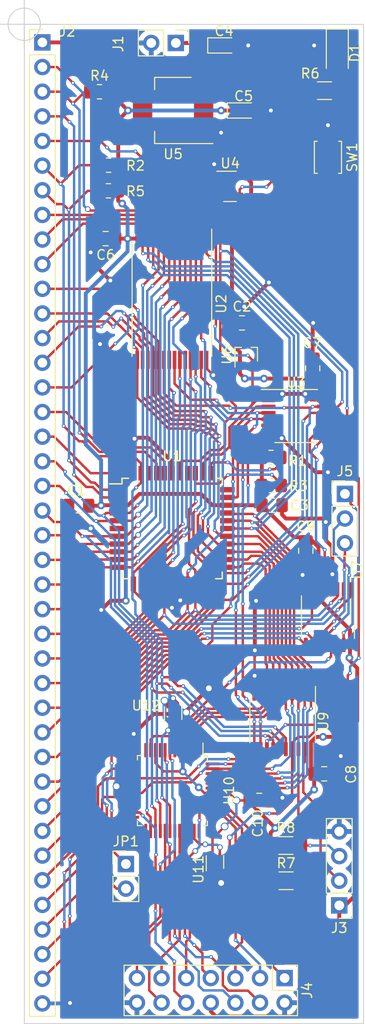
<source format=kicad_pcb>
(kicad_pcb (version 20211014) (generator pcbnew)
  (layers (0 "F.Cu" signal) (31 "B.Cu" signal) (34 "B.Paste" user) (35 "F.Paste" user) (36 "B.SilkS" user "B.Silkscreen") (37 "F.SilkS" user "F.Silkscreen") (38 "B.Mask" user) (39 "F.Mask" user) (44 "Edge.Cuts" user))
  (net 0 "")
  (net 1 "+5V")
  (net 2 "_CS_IO")
  (net 3 "CPU_CLK")
  (net 4 "_CS_ROM")
  (net 9 "/D_{0}")
  (net 10 "VCC")
  (net 11 "/D_{7}")
  (net 12 "/D_{6}")
  (net 13 "/D_{5}")
  (net 14 "/D_{4}")
  (net 15 "/D_{3}")
  (net 16 "/D_{2}")
  (net 17 "/D_{1}")
  (net 18 "GND")
  (net 19 "/A_{2}")
  (net 20 "/A_{1}")
  (net 21 "/A_{0}")
  (net 22 "/A_{3}")
  (net 23 "/A_{4}")
  (net 24 "/A_{5}")
  (net 25 "/A_{6}")
  (net 26 "/A_{7}")
  (net 27 "_RESET")
  (net 28 "_RW")
  (net 29 "_RD")
  (net 30 "_WR")
  (net 32 "Net-(SW1-Pad2)")
  (net 33 "A_{15}")
  (net 34 "_BE")
  (net 35 "_IRQ")
  (net 36 "_SO")
  (net 37 "_RDY")
  (net 38 "_NMI")
  (net 39 "A_{14}")
  (net 40 "SYNC")
  (net 41 "_MLB")
  (net 42 "_VPB")
  (net 45 "_CS_I2C")
  (net 47 "SDA")
  (net 48 "SCL")
  (net 49 "Net-(D1-Pad2)")
  (net 50 "_CS_SERIAL")
  (net 51 "/A_{8}")
  (net 52 "/A_{9}")
  (net 53 "/A_{10}")
  (net 54 "A_{11}")
  (net 55 "A_{12}")
  (net 56 "A_{13}")
  (net 57 "_CS_EXP1")
  (net 58 "_CS_EXP2")
  (net 59 "_CS_EXP3")
  (net 77 "UART_CD")
  (net 78 "UART_CTS")
  (net 79 "UART_OP")
  (net 80 "UART_DSR")
  (net 81 "UART_TX")
  (net 82 "UART_DTR")
  (net 83 "UART_RI")
  (net 84 "UART_TXRDY")
  (net 85 "UART_RTS")
  (net 86 "UART_RXRDY")
  (net 87 "UART_RX")
  (net 88 "Net-(JP1-Pad2)")
  (net 89 "Net-(J5-Pad1)")
  (net 90 "Net-(J5-Pad2)")
  (net 91 "Net-(J5-Pad3)")
  (net 92 "Net-(U10-Pad35)")
  (net 94 "Net-(U12-Pad2)")
  (footprint "Package_SO:TSSOP-20_4.4x6.5mm_P0.65mm" (layer "F.Cu") (at 41.656 86.8444 -90)
    (fp_text reference "U9")
    (fp_text value "PCA9665")
  )
  (footprint "Resistor_SMD:R_1206_3216Metric_Pad1.30x1.75mm_HandSolder" (layer "F.Cu") (at 41.9862 99.6442)
    (fp_text reference "R8")
    (fp_text value "1.8k")
  )
  (footprint "Capacitor_SMD:C_0805_2012Metric_Pad1.18x1.45mm_HandSolder" (layer "F.Cu") (at 44.0436 69.2658 -90)
    (fp_text reference "C9")
    (fp_text value "0.1uF")
  )
  (footprint "Capacitor_Tantalum_SMD:CP_EIA-1608-08_AVX-J_Pad1.25x1.05mm_HandSolder" (layer "F.Cu") (at 35.6108 17.1704)
    (fp_text reference "C4")
    (fp_text value "10uF")
  )
  (footprint "Capacitor_Tantalum_SMD:CP_EIA-1608-08_AVX-J_Pad1.25x1.05mm_HandSolder" (layer "F.Cu") (at 37.63 23.876)
    (fp_text reference "C5")
    (fp_text value "22uF")
  )
  (footprint "Connector_PinHeader_2.54mm:PinHeader_1x02_P2.54mm_Vertical" (layer "F.Cu") (at 30.6324 16.9164 -90)
    (fp_text reference "J1")
    (fp_text value "Power")
  )
  (footprint "Connector_PinHeader_2.54mm:PinHeader_1x03_P2.54mm_Vertical" (layer "F.Cu") (at 48.0822 63.3984)
    (fp_text reference "J5")
    (fp_text value "Spare CS")
  )
  (footprint "Capacitor_SMD:C_0805_2012Metric_Pad1.18x1.45mm_HandSolder" (layer "F.Cu") (at 45.9447 92.2528)
    (fp_text reference "C8")
    (fp_text value "0.1uF")
  )
  (footprint "Resistor_SMD:R_1206_3216Metric_Pad1.30x1.75mm_HandSolder" (layer "F.Cu") (at 45.9798 21.8312)
    (fp_text reference "R6")
    (fp_text value "47")
  )
  (footprint "Connector_PinHeader_2.54mm:PinHeader_1x04_P2.54mm_Vertical" (layer "F.Cu") (at 47.498 105.8164 180)
    (fp_text reference "J3")
    (fp_text value "I2C")
  )
  (footprint "Capacitor_SMD:C_0805_2012Metric_Pad1.18x1.45mm_HandSolder" (layer "F.Cu") (at 40.5599 64.5668)
    (fp_text reference "C3")
    (fp_text value "0.1uF")
  )
  (footprint "Package_TO_SOT_SMD:SOT-553" (layer "F.Cu") (at 30.353 85.979 90)
    (fp_text reference "U12")
    (fp_text value "74LVC1GU04DRL")
  )
  (footprint "LED_SMD:LED_1206_3216Metric_Pad1.42x1.75mm_HandSolder" (layer "F.Cu") (at 47.2948 17.9324 -90)
    (fp_text reference "D1")
    (fp_text value "Power LED")
  )
  (footprint "Package_TO_SOT_SMD:SOT-223-3_TabPin2" (layer "F.Cu") (at 30.353 23.876 180)
    (fp_text reference "U5")
    (fp_text value "LT1117-3.3")
  )
  (footprint "Package_TO_SOT_SMD:SOT-143" (layer "F.Cu") (at 36.2204 31.6992)
    (fp_text reference "U4")
    (fp_text value "MAX811SEUS-T")
  )
  (footprint "Package_QFP:TQFP-48_7x7mm_P0.5mm" (layer "F.Cu") (at 30.2768 93.98 -90)
    (fp_text reference "U10")
    (fp_text value "TL16C750E")
  )
  (footprint "Capacitor_SMD:C_0805_2012Metric_Pad1.18x1.45mm_HandSolder" (layer "F.Cu") (at 44.7548 50.4444 90)
    (fp_text reference "C7")
    (fp_text value "0.1uF")
  )
  (footprint "Capacitor_SMD:C_0805_2012Metric_Pad1.18x1.45mm_HandSolder" (layer "F.Cu") (at 39.2391 94.996)
    (fp_text reference "C10")
    (fp_text value "0.1uF")
  )
  (footprint "Resistor_SMD:R_0805_2012Metric_Pad1.20x1.40mm_HandSolder" (layer "F.Cu") (at 22.7584 21.9456)
    (fp_text reference "R4")
    (fp_text value "3.3k")
  )
  (footprint "Resistor_SMD:R_1206_3216Metric_Pad1.30x1.75mm_HandSolder" (layer "F.Cu") (at 42.0116 103.2764)
    (fp_text reference "R7")
    (fp_text value "1.8k")
  )
  (footprint "Capacitor_SMD:C_0805_2012Metric_Pad1.18x1.45mm_HandSolder" (layer "F.Cu") (at 23.3895 37.084 180)
    (fp_text reference "C6")
    (fp_text value "0.1uF")
  )
  (footprint "Package_SO:TSSOP-16_4.4x5mm_P0.65mm" (layer "F.Cu") (at 43.053 55.372)
    (fp_text reference "U3")
    (fp_text value "74LVC139")
  )
  (footprint "Resistor_SMD:R_0805_2012Metric_Pad1.20x1.40mm_HandSolder" (layer "F.Cu") (at 23.6728 32.1564)
    (fp_text reference "R5")
    (fp_text value "3.3k")
  )
  (footprint "Connector_PinHeader_2.54mm:PinHeader_1x02_P2.54mm_Vertical" (layer "F.Cu") (at 25.4762 101.5492)
    (fp_text reference "JP1")
    (fp_text value "Serial clock source")
  )
  (footprint "Resistor_SMD:R_0805_2012Metric_Pad1.20x1.40mm_HandSolder" (layer "F.Cu") (at 40.5036 62.5348 180)
    (fp_text reference "R3")
    (fp_text value "3.3k")
  )
  (footprint "Capacitor_SMD:C_0805_2012Metric_Pad1.18x1.45mm_HandSolder" (layer "F.Cu") (at 20.6033 64.6176 180)
    (fp_text reference "C1")
    (fp_text value "0.1uF")
  )
  (footprint "Package_TO_SOT_SMD:SOT-553" (layer "F.Cu") (at 34.671 101.346 90)
    (fp_text reference "U11")
    (fp_text value "74LVC1GU04DRL")
  )
  (footprint "Connector_PinHeader_2.54mm:PinHeader_2x07_P2.54mm_Vertical" (layer "F.Cu") (at 41.8592 113.3094 -90)
    (fp_text reference "J4")
    (fp_text value "Serial")
  )
  (footprint "Resistor_SMD:R_0805_2012Metric_Pad1.20x1.40mm_HandSolder" (layer "F.Cu") (at 23.6888 29.5148)
    (fp_text reference "R2")
    (fp_text value "3.3k")
  )
  (footprint "Button_Switch_SMD:SW_SPST_B3U-1000P" (layer "F.Cu") (at 46.3296 28.702 -90)
    (fp_text reference "SW1")
    (fp_text value "Reset")
  )
  (footprint "Package_SO:TSSOP-16_4.4x5mm_P0.65mm" (layer "F.Cu") (at 46.3296 76.0984 -90)
    (fp_text reference "U7")
    (fp_text value "74LVC138A")
  )
  (footprint "Connector_PinHeader_2.54mm:PinHeader_1x40_P2.54mm_Vertical" (layer "F.Cu") (at 16.859 16.859)
    (fp_text reference "J2")
    (fp_text value "DEBUG")
  )
  (footprint "Resistor_SMD:R_0805_2012Metric_Pad1.20x1.40mm_HandSolder" (layer "F.Cu") (at 40.4528 59.6392 180)
    (fp_text reference "R1")
    (fp_text value "3.3k")
  )
  (footprint "Package_SO:TSOP-I-28_11.8x8mm_P0.55mm" (layer "F.Cu") (at 30.226 43.307 -90)
    (fp_text reference "U2")
    (fp_text value "IS61LV256AL")
  )
  (footprint "Package_QFP:TQFP-44_10x10mm_P0.8mm" (layer "F.Cu") (at 30.248 66.964)
    (fp_text reference "U1")
    (fp_text value "W65C02S6TQG")
  )
  (footprint "Package_TO_SOT_SMD:SOT-323_SC-70" (layer "F.Cu") (at 37.8968 49.022 90)
    (fp_text reference "U6")
    (fp_text value "MAX7375AXR405")
  )
  (footprint "Capacitor_SMD:C_0805_2012Metric_Pad1.18x1.45mm_HandSolder" (layer "F.Cu") (at 37.4611 45.7708)
    (fp_text reference "C2")
    (fp_text value "0.1uF")
  )
  (gr_line (start 15 15) (end 15 118) (layer "Edge.Cuts") (width 0.1))
  (gr_line (start 15 118) (end 50 118) (layer "Edge.Cuts") (width 0.1))
  (gr_line (start 50 15) (end 50 118) (layer "Edge.Cuts") (width 0.1))
  (gr_line (start 15 15) (end 50 15) (layer "Edge.Cuts") (width 0.1))
  (target plus (at 14.986 14.986) (size 5) (width 0.1) (layer "Edge.Cuts"))
  (segment (start 33.503 21.576) (end 33.503 18.4782) (width 0.4) (layer "F.Cu") (net 1))
  (segment (start 30.6324 16.9164) (end 34.5568 16.9164) (width 0.4) (layer "F.Cu") (net 1))
  (segment (start 34.5568 16.9164) (end 34.8108 17.1704) (width 0.4) (layer "F.Cu") (net 1))
  (segment (start 33.503 18.4782) (end 34.8108 17.1704) (width 0.4) (layer "F.Cu") (net 1))
  (segment (start 45.9994 73.2307) (end 46.0046 73.2359) (width 0.25) (layer "F.Cu") (net 2))
  (segment (start 45.1777 59.8932) (end 45.1777 59.8081) (width 0.25) (layer "F.Cu") (net 2))
  (segment (start 44.45 57.773959) (end 45.226959 56.997) (width 0.25) (layer "F.Cu") (net 2))
  (segment (start 45.1777 59.8081) (end 44.45 59.0804) (width 0.25) (layer "F.Cu") (net 2))
  (segment (start 45.226959 56.997) (end 45.9155 56.997) (width 0.25) (layer "F.Cu") (net 2))
  (segment (start 45.9994 69.1642) (end 45.9994 73.2307) (width 0.25) (layer "F.Cu") (net 2))
  (segment (start 44.45 59.0804) (end 44.45 57.773959) (width 0.25) (layer "F.Cu") (net 2))
  (via (at 45.1777 59.8932) (size 0.4) (drill 0.2) (layers "F.Cu" "B.Cu") (net 2))
  (via (at 45.9994 69.1642) (size 0.4) (drill 0.2) (layers "F.Cu" "B.Cu") (net 2))
  (segment (start 45.1777 59.8932) (end 45.1032 59.9677) (width 0.25) (layer "B.Cu") (net 2))
  (segment (start 45.1032 68.268) (end 45.9994 69.1642) (width 0.25) (layer "B.Cu") (net 2))
  (segment (start 45.1032 59.9677) (end 45.1032 68.268) (width 0.25) (layer "B.Cu") (net 2))
  (segment (start 38.5468 54.161804) (end 38.150102 54.558502) (width 0.25) (layer "F.Cu") (net 3))
  (segment (start 24.384825 86.360825) (end 24.105425 86.640225) (width 0.25) (layer "F.Cu") (net 3))
  (segment (start 34.40036 78.52804) (end 34.1376 78.7908) (width 0.25) (layer "F.Cu") (net 3))
  (segment (start 24.003 96.0391) (end 24.003 100.076) (width 0.25) (layer "F.Cu") (net 3))
  (segment (start 24.003 91.1606) (end 24.003 86.74265) (width 0.25) (layer "F.Cu") (net 3))
  (segment (start 30.099 80.83594) (end 29.90971 80.83594) (width 0.25) (layer "F.Cu") (net 3))
  (segment (start 38.5468 49.6212) (end 38.0492 49.1236) (width 0.25) (layer "F.Cu") (net 3))
  (segment (start 34.40036 76.87704) (end 34.40036 78.52804) (width 0.25) (layer "F.Cu") (net 3))
  (segment (start 34.7704 36.2314) (end 32.728 34.189) (width 0.25) (layer "F.Cu") (net 3))
  (segment (start 38.961604 53.747) (end 40.1905 53.747) (width 0.25) (layer "F.Cu") (net 3))
  (segment (start 33.448 61.264) (end 33.448 60.264) (width 0.25) (layer "F.Cu") (net 3))
  (segment (start 36.2966 74.9808) (end 34.40036 76.87704) (width 0.25) (layer "F.Cu") (net 3))
  (segment (start 37.286502 55.422102) (end 38.150102 54.558502) (width 0.25) (layer "F.Cu") (net 3))
  (segment (start 36.1624 56.546204) (end 37.286502 55.422102) (width 0.25) (layer "F.Cu") (net 3))
  (segment (start 25.4762 101.5492) (end 24.1681 100.2411) (width 0.25) (layer "F.Cu") (net 3))
  (segment (start 34.7704 46.0519) (end 34.7704 36.2314) (width 0.25) (layer "F.Cu") (net 3))
  (segment (start 34.6959 46.1264) (end 34.7704 46.0519) (width 0.25) (layer "F.Cu") (net 3))
  (segment (start 33.448 60.264) (end 34.3704 59.3416) (width 0.25) (layer "F.Cu") (net 3))
  (segment (start 38.5468 53.706) (end 38.5878 53.747) (width 0.25) (layer "F.Cu") (net 3))
  (segment (start 36.5285 58.899985) (end 36.1624 58.533885) (width 0.25) (layer "F.Cu") (net 3))
  (segment (start 32.728 34.189) (end 21.6414 34.189) (width 0.25) (layer "F.Cu") (net 3))
  (segment (start 34.3704 59.3416) (end 35.354685 59.3416) (width 0.25) (layer "F.Cu") (net 3))
  (segment (start 18.383 19.399) (end 20.0152 21.0312) (width 0.25) (layer "F.Cu") (net 3))
  (segment (start 32.09246 80.83594) (end 30.099 80.83594) (width 0.25) (layer "F.Cu") (net 3))
  (segment (start 35.354685 59.3416) (end 36.1624 58.533885) (width 0.25) (layer "F.Cu") (net 3))
  (segment (start 16.859 19.399) (end 18.383 19.399) (width 0.25) (layer "F.Cu") (net 3))
  (segment (start 38.5468 53.706) (end 38.5468 54.161804) (width 0.25) (layer "F.Cu") (net 3))
  (segment (start 38.5468 50.022) (end 38.5468 53.706) (width 0.25) (layer "F.Cu") (net 3))
  (segment (start 36.5285 62.1284) (end 36.5285 58.899985) (width 0.25) (layer "F.Cu") (net 3))
  (segment (start 21.6414 34.189) (end 21.5392 34.0868) (width 0.25) (layer "F.Cu") (net 3))
  (segment (start 24.0013 96.0374) (end 24.003 96.0391) (width 0.25) (layer "F.Cu") (net 3))
  (segment (start 24.003 86.74265) (end 24.384825 86.360825) (width 0.25) (layer "F.Cu") (net 3))
  (segment (start 36.1624 58.533885) (end 36.1624 56.546204) (width 0.25) (layer "F.Cu") (net 3))
  (segment (start 38.5878 53.747) (end 38.961604 53.747) (width 0.25) (layer "F.Cu") (net 3))
  (segment (start 38.150102 54.558502) (end 38.961604 53.747) (width 0.25) (layer "F.Cu") (net 3))
  (segment (start 21.5392 34.0868) (end 21.5392 34.0445) (width 0.25) (layer "F.Cu") (net 3))
  (segment (start 38.5468 50.022) (end 38.5468 49.6212) (width 0.25) (layer "F.Cu") (net 3))
  (segment (start 34.1376 78.7908) (end 32.09246 80.83594) (width 0.25) (layer "F.Cu") (net 3))
  (segment (start 29.90971 80.83594) (end 24.384825 86.360825) (width 0.25) (layer "F.Cu") (net 3))
  (segment (start 24.003 100.076) (end 24.1681 100.2411) (width 0.25) (layer "F.Cu") (net 3))
  (via (at 36.2966 74.9808) (size 0.4) (drill 0.2) (layers "F.Cu" "B.Cu") (net 3))
  (via (at 38.0492 49.1236) (size 0.4) (drill 0.2) (layers "F.Cu" "B.Cu") (net 3))
  (via (at 36.5285 62.1284) (size 0.4) (drill 0.2) (layers "F.Cu" "B.Cu") (net 3))
  (via (at 20.0152 21.0312) (size 0.4) (drill 0.2) (layers "F.Cu" "B.Cu") (net 3))
  (via (at 24.0013 96.0374) (size 0.4) (drill 0.2) (layers "F.Cu" "B.Cu") (net 3))
  (via (at 21.5392 34.0445) (size 0.6) (drill 0.4) (layers "F.Cu" "B.Cu") (net 3))
  (via (at 34.6959 46.1264) (size 0.4) (drill 0.2) (layers "F.Cu" "B.Cu") (net 3))
  (via (at 24.003 91.1606) (size 0.4) (drill 0.2) (layers "F.Cu" "B.Cu") (net 3))
  (segment (start 36.4744 49.1236) (end 34.6959 47.3451) (width 0.25) (layer "B.Cu") (net 3))
  (segment (start 24.003 92.4052) (end 24.005179 92.403021) (width 0.25) (layer "B.Cu") (net 3))
  (segment (start 21.141322 33.688922) (end 21.5392 34.0868) (width 0.25) (layer "B.Cu") (net 3))
  (segment (start 20.0152 21.0312) (end 21.141322 22.157322) (width 0.25) (layer "B.Cu") (net 3))
  (segment (start 24.0091 91.1667) (end 24.003 91.1606) (width 0.25) (layer "B.Cu") (net 3))
  (segment (start 36.2966 74.9808) (end 36.2966 74.2188) (width 0.25) (layer "B.Cu") (net 3))
  (segment (start 36.5285 73.9869) (end 36.5285 62.1284) (width 0.25) (layer "B.Cu") (net 3))
  (segment (start 23.5458 94.8436) (end 23.5458 92.9132) (width 0.25) (layer "B.Cu") (net 3))
  (segment (start 24.0091 96.0296) (end 24.0091 95.3069) (width 0.25) (layer "B.Cu") (net 3))
  (segment (start 24.0091 95.3069) (end 23.5458 94.8436) (width 0.25) (layer "B.Cu") (net 3))
  (segment (start 34.6959 47.3451) (end 34.6959 46.1264) (width 0.25) (layer "B.Cu") (net 3))
  (segment (start 38.0492 49.1236) (end 36.4744 49.1236) (width 0.25) (layer "B.Cu") (net 3))
  (segment (start 24.0013 96.0374) (end 24.0091 96.0296) (width 0.25) (layer "B.Cu") (net 3))
  (segment (start 21.141322 25.2984) (end 21.141322 33.688922) (width 0.25) (layer "B.Cu") (net 3))
  (segment (start 36.4998 74.0156) (end 36.5285 73.9869) (width 0.25) (layer "B.Cu") (net 3))
  (segment (start 36.2966 74.2188) (end 36.4998 74.0156) (width 0.25) (layer "B.Cu") (net 3))
  (segment (start 24.005179 91.162779) (end 24.003 91.1606) (width 0.25) (layer "B.Cu") (net 3))
  (segment (start 24.005179 92.403021) (end 24.005179 91.162779) (width 0.25) (layer "B.Cu") (net 3))
  (segment (start 23.5458 92.9132) (end 24.003 92.456) (width 0.25) (layer "B.Cu") (net 3))
  (segment (start 24.003 92.456) (end 24.003 92.4052) (width 0.25) (layer "B.Cu") (net 3))
  (segment (start 21.141322 22.157322) (end 21.141322 25.2984) (width 0.25) (layer "B.Cu") (net 3))
  (segment (start 20.9196 87.37819) (end 20.9196 96.6184) (width 0.25) (layer "F.Cu") (net 4))
  (segment (start 35.568376 74.3204) (end 30.732836 79.15594) (width 0.25) (layer "F.Cu") (net 4))
  (segment (start 36.4744 74.3204) (end 35.568376 74.3204) (width 0.25) (layer "F.Cu") (net 4))
  (segment (start 29.14185 79.15594) (end 20.9196 87.37819) (width 0.25) (layer "F.Cu") (net 4))
  (segment (start 45.1104 58.5216) (end 45.1104 58.4521) (width 0.25) (layer "F.Cu") (net 4))
  (segment (start 20.9196 96.6184) (end 16.859 100.679) (width 0.25) (layer "F.Cu") (net 4))
  (segment (start 45.1104 58.4521) (end 45.9155 57.647) (width 0.25) (layer "F.Cu") (net 4))
  (segment (start 30.732836 79.15594) (end 29.14185 79.15594) (width 0.25) (layer "F.Cu") (net 4))
  (segment (start 38.0492 72.7456) (end 36.4744 74.3204) (width 0.25) (layer "F.Cu") (net 4))
  (via (at 45.1104 58.5216) (size 0.4) (drill 0.2) (layers "F.Cu" "B.Cu") (net 4))
  (via (at 38.0492 72.7456) (size 0.4) (drill 0.2) (layers "F.Cu" "B.Cu") (net 4))
  (segment (start 44.6532 58.9788) (end 45.1104 58.5216) (width 0.25) (layer "B.Cu") (net 4))
  (segment (start 38.973722 71.797388) (end 38.0492 72.72191) (width 0.25) (layer "B.Cu") (net 4))
  (segment (start 38.0492 72.72191) (end 38.0492 72.7456) (width 0.25) (layer "B.Cu") (net 4))
  (segment (start 44.45 66.294) (end 44.6532 66.0908) (width 0.25) (layer "B.Cu") (net 4))
  (segment (start 44.6532 59.182) (end 44.6532 58.9788) (width 0.25) (layer "B.Cu") (net 4))
  (segment (start 38.973722 71.770278) (end 38.973722 71.797388) (width 0.25) (layer "B.Cu") (net 4))
  (segment (start 38.973722 71.770278) (end 44.45 66.294) (width 0.25) (layer "B.Cu") (net 4))
  (segment (start 44.6532 66.0908) (end 44.6532 59.182) (width 0.25) (layer "B.Cu") (net 4))
  (segment (start 34.4393 93.73) (end 42.0838 93.73) (width 0.25) (layer "F.Cu") (net 9))
  (segment (start 44.577 85.5218) (end 44.581 85.5178) (width 0.25) (layer "F.Cu") (net 9))
  (segment (start 36.0475 65.4635) (end 35.948 65.364) (width 0.25) (layer "F.Cu") (net 9))
  (segment (start 42.8374 69.7106) (end 38.7858 65.659) (width 0.25) (layer "F.Cu") (net 9))
  (segment (start 44.581 83.9819) (end 44.581 85.5178) (width 0.25) (layer "F.Cu") (net 9))
  (segment (start 42.8374 79.515) (end 42.8374 69.7106) (width 0.25) (layer "F.Cu") (net 9))
  (segment (start 44.581 81.2586) (end 44.581 83.9819) (width 0.25) (layer "F.Cu") (net 9))
  (segment (start 28.3265 40.038381) (end 28.301 40.012881) (width 0.25) (layer "F.Cu") (net 9))
  (segment (start 28.301 40.012881) (end 28.301 37.037) (width 0.25) (layer "F.Cu") (net 9))
  (segment (start 37.7444 65.4635) (end 38.5903 65.4635) (width 0.25) (layer "F.Cu") (net 9))
  (segment (start 28.301 37.037) (end 28.301 35.286) (width 0.25) (layer "F.Cu") (net 9))
  (segment (start 38.5903 65.4635) (end 38.7858 65.659) (width 0.25) (layer "F.Cu") (net 9))
  (segment (start 42.0838 93.73) (end 42.1386 93.6752) (width 0.25) (layer "F.Cu") (net 9))
  (segment (start 42.8374 79.515) (end 44.581 81.2586) (width 0.25) (layer "F.Cu") (net 9))
  (segment (start 28.301 35.286) (end 27.654 34.639) (width 0.25) (layer "F.Cu") (net 9))
  (segment (start 27.654 34.639) (end 16.859 34.639) (width 0.25) (layer "F.Cu") (net 9))
  (segment (start 37.7444 65.4635) (end 36.0475 65.4635) (width 0.25) (layer "F.Cu") (net 9))
  (via (at 38.7858 65.659) (size 0.4) (drill 0.2) (layers "F.Cu" "B.Cu") (net 9))
  (via (at 42.1386 93.6752) (size 0.4) (drill 0.2) (layers "F.Cu" "B.Cu") (net 9))
  (via (at 28.3265 40.038381) (size 0.4) (drill 0.2) (layers "F.Cu" "B.Cu") (net 9))
  (via (at 44.581 85.5178) (size 0.4) (drill 0.2) (layers "F.Cu" "B.Cu") (net 9))
  (segment (start 44.581 85.5178) (end 44.196 85.9028) (width 0.25) (layer "B.Cu") (net 9))
  (segment (start 44.196 92.3544) (end 42.8752 93.6752) (width 0.25) (layer "B.Cu") (net 9))
  (segment (start 35.9156 40.8432) (end 42.3672 47.2948) (width 0.25) (layer "B.Cu") (net 9))
  (segment (start 29.131319 40.8432) (end 35.9156 40.8432) (width 0.25) (layer "B.Cu") (net 9))
  (segment (start 42.3672 47.2948) (end 42.3672 62.2808) (width 0.25) (layer "B.Cu") (net 9))
  (segment (start 42.8752 93.6752) (end 42.1386 93.6752) (width 0.25) (layer "B.Cu") (net 9))
  (segment (start 28.3265 40.038381) (end 29.131319 40.8432) (width 0.25) (layer "B.Cu") (net 9))
  (segment (start 38.989 65.659) (end 38.7858 65.659) (width 0.25) (layer "B.Cu") (net 9))
  (segment (start 44.196 85.9028) (end 44.196 92.3544) (width 0.25) (layer "B.Cu") (net 9))
  (segment (start 42.3672 62.2808) (end 38.989 65.659) (width 0.25) (layer "B.Cu") (net 9))
  (segment (start 44.6786 117.2718) (end 34.7726 117.2718) (width 0.4) (layer "F.Cu") (net 10))
  (segment (start 40.4114 98.3234) (end 40.4114 99.6194) (width 0.4) (layer "F.Cu") (net 10))
  (segment (start 36.4236 47.9552) (end 36.4236 45.7708) (width 0.4) (layer "F.Cu") (net 10))
  (segment (start 24.548 64.564) (end 22.943515 64.564) (width 0.4) (layer "F.Cu") (net 10))
  (segment (start 34.2392 116.7384) (end 34.2392 115.8494) (width 0.4) (layer "F.Cu") (net 10))
  (segment (start 27.203 23.876) (end 25.6888 23.876) (width 0.4) (layer "F.Cu") (net 10))
  (segment (start 45.8216 88.4428) (end 45.1104 88.4428) (width 0.4) (layer "F.Cu") (net 10))
  (segment (start 36.7284 25.3492) (end 36.7284 23.9776) (width 0.4) (layer "F.Cu") (net 10))
  (segment (start 47.7012 88.4428) (end 45.8216 88.4428) (width 0.4) (layer "F.Cu") (net 10))
  (segment (start 32.9946 93.6498) (end 33.5748 94.23) (width 0.25) (layer "F.Cu") (net 10))
  (segment (start 39.5224 62.5536) (end 39.5036 62.5348) (width 0.4) (layer "F.Cu") (net 10))
  (segment (start 45.3546 73.2359) (end 45.3546 68.875) (width 0.4) (layer "F.Cu") (net 10))
  (segment (start 49.1744 89.916) (end 47.7012 88.4428) (width 0.4) (layer "F.Cu") (net 10))
  (segment (start 37.2468 48.7784) (end 36.4236 47.9552) (width 0.4) (layer "F.Cu") (net 10))
  (segment (start 23.7584 21.8788) (end 18.7386 16.859) (width 0.4) (layer "F.Cu") (net 10))
  (segment (start 47.498 105.8164) (end 47.498 111.0996) (width 0.4) (layer "F.Cu") (net 10))
  (segment (start 45.3546 73.2359) (end 45.3546 74.1582) (width 0.4) (layer "F.Cu") (net 10))
  (segment (start 39.5036 62.5348) (end 39.5036 59.69) (width 0.4) (layer "F.Cu") (net 10))
  (segment (start 33.503 23.876) (end 36.83 23.876) (width 0.4) (layer "F.Cu") (net 10))
  (segment (start 48.6046 80.3546) (end 48.543614 80.293614) (width 0.25) (layer "F.Cu") (net 10))
  (segment (start 44.9072 92.2528) (end 44.9072 93.8784) (width 0.4) (layer "F.Cu") (net 10))
  (segment (start 39.5224 64.5668) (end 39.5224 62.5536) (width 0.4) (layer "F.Cu") (net 10))
  (segment (start 34.3888 64.564) (end 35.948 64.564) (width 0.4) (layer "F.Cu") (net 10))
  (segment (start 44.3484 67.8688) (end 42.8244 67.8688) (width 0.4) (layer "F.Cu") (net 10))
  (segment (start 24.548 64.564) (end 25.7076 64.564) (width 0.4) (layer "F.Cu") (net 10))
  (segment (start 47.498 105.8164) (end 48.1076 105.8164) (width 0.4) (layer "F.Cu") (net 10))
  (segment (start 42.8244 67.8688) (end 39.5224 64.5668) (width 0.4) (layer "F.Cu") (net 10))
  (segment (start 34.417 100.33) (end 34.417 98.933) (width 0.25) (layer "F.Cu") (net 10))
  (segment (start 34.7726 117.2718) (end 34.2392 116.7384) (width 0.4) (layer "F.Cu") (net 10))
  (segment (start 38.4048 34.29) (end 38.4048 31.2928) (width 0.4) (layer "F.Cu") (net 10))
  (segment (start 37.8612 30.7492) (end 37.2204 30.7492) (width 0.4) (layer "F.Cu") (net 10))
  (segment (start 37.2204 25.8412) (end 36.7284 25.3492) (width 0.4) (layer "F.Cu") (net 10))
  (segment (start 37.2468 50.022) (end 37.2468 48.7784) (width 0.4) (layer "F.Cu") (net 10))
  (segment (start 33.2232 63.3984) (end 34.3888 64.564) (width 0.4) (layer "F.Cu") (net 10))
  (segment (start 44.581 89.7069) (end 44.581 92.325) (width 0.4) (layer "F.Cu") (net 10))
  (segment (start 38.2016 94.996) (end 38.2016 95.1484) (width 0.4) (layer "F.Cu") (net 10))
  (segment (start 29.3878 91.9988) (end 31.337914 91.9988) (width 0.25) (layer "F.Cu") (net 10))
  (segment (start 23.7584 21.9456) (end 23.7584 21.8788) (width 0.4) (layer "F.Cu") (net 10))
  (segment (start 29.853 85.098) (end 29.464 84.709) (width 0.4) (layer "F.Cu") (net 10))
  (segment (start 48.1076 105.8164) (end 49.1744 104.7496) (width 0.4) (layer "F.Cu") (net 10))
  (segment (start 48.6046 78.9609) (end 48.6046 80.3546) (width 0.4) (layer "F.Cu") (net 10))
  (segment (start 33.5748 94.23) (end 34.4393 94.23) (width 0.25) (layer "F.Cu") (net 10))
  (segment (start 34.4393 94.23) (end 36.1148 94.23) (width 0.25) (layer "F.Cu") (net 10))
  (segment (start 36.4236 45.7708) (end 36.4236 36.2712) (width 0.4) (layer "F.Cu") (net 10))
  (segment (start 49.1744 104.7496) (end 49.1744 89.916) (width 0.4) (layer "F.Cu") (net 10))
  (segment (start 25.0952 33.4645) (end 24.9809 33.4645) (width 0.4) (layer "F.Cu") (net 10))
  (segment (start 39.5196 64.564) (end 39.5224 64.5668) (width 0.4) (layer "F.Cu") (net 10))
  (segment (start 38.2016 95.1484) (end 40.894 97.8408) (width 0.4) (layer "F.Cu") (net 10))
  (segment (start 21.6408 64.6176) (end 22.889915 64.6176) (width 0.4) (layer "F.Cu") (net 10))
  (segment (start 24.6728 33.1564) (end 24.6728 32.1564) (width 0.4) (layer "F.Cu") (net 10))
  (segment (start 45.3546 68.875) (end 44.3484 67.8688) (width 0.4) (layer "F.Cu") (net 10))
  (segment (start 38.4048 31.2928) (end 37.8612 30.7492) (width 0.4) (layer "F.Cu") (net 10))
  (segment (start 31.337914 91.9988) (end 31.354614 92.0155) (width 0.25) (layer "F.Cu") (net 10))
  (segment (start 29.853 85.279) (end 29.853 85.098) (width 0.4) (layer "F.Cu") (net 10))
  (segment (start 22.943515 64.564) (end 22.919015 64.5885) (width 0.4) (layer "F.Cu") (net 10))
  (segment (start 38.8748 21.8312) (end 44.4298 21.8312) (width 0.4) (layer "F.Cu") (net 10))
  (segment (start 24.6888 29.5148) (end 24.6888 24.876) (width 0.4) (layer "F.Cu") (net 10))
  (segment (start 45.3546 74.1582) (end 48.6046 77.4082) (width 0.4) (layer "F.Cu") (net 10))
  (segment (start 48.6046 80.3546) (end 48.6046 80.6086) (width 0.4) (layer "F.Cu") (net 10))
  (segment (start 26.8732 63.3984) (end 33.2232 63.3984) (width 0.4) (layer "F.Cu") (net 10))
  (segment (start 44.581 88.9722) (end 44.581 89.7069) (width 0.4) (layer "F.Cu") (net 10))
  (segment (start 25.7076 64.564) (end 26.8732 63.3984) (width 0.4) (layer "F.Cu") (net 10))
  (segment (start 45.1866 113.411) (end 45.1866 116.7638) (width 0.4) (layer "F.Cu") (net 10))
  (segment (start 48.6046 80.6086) (end 49.3522 81.3562) (width 0.4) (layer "F.Cu") (net 10))
  (segment (start 36.1148 94.23) (end 36.8808 94.996) (width 0.25) (layer "F.Cu") (net 10))
  (segment (start 40.4114 99.6194) (end 40.4362 99.6442) (width 0.4) (layer "F.Cu") (net 10))
  (segment (start 40.4616 99.6696) (end 40.4362 99.6442) (width 0.4) (layer "F.Cu") (net 10))
  (segment (start 45.1104 88.4428) (end 44.581 88.9722) (width 0.4) (layer "F.Cu") (net 10))
  (segment (start 49.3522 86.7918) (end 47.7012 88.4428) (width 0.4) (layer "F.Cu") (net 10))
  (segment (start 36.8808 94.996) (end 38.2016 94.996) (width 0.25) (layer "F.Cu") (net 10))
  (segment (start 25.6888 23.876) (end 23.7584 21.9456) (width 0.4) (layer "F.Cu") (net 10))
  (segment (start 22.889915 64.6176) (end 22.919015 64.5885) (width 0.4) (layer "F.Cu") (net 10))
  (segment (start 37.2468 50.022) (end 37.2468 51.0136) (width 0.4) (layer "F.Cu") (net 10))
  (segment (start 24.6728 29.5308) (end 24.6888 29.5148) (width 0.4) (layer "F.Cu") (net 10))
  (segment (start 39.5036 59.69) (end 39.4528 59.6392) (width 0.4) (layer "F.Cu") (net 10))
  (segment (start 37.2204 30.7492) (end 37.2204 25.8412) (width 0.4) (layer "F.Cu") (net 10))
  (segment (start 26.511 37.084) (end 26.511 37.037) (width 0.4) (layer "F.Cu") (net 10))
  (segment (start 36.83 23.876) (end 38.8748 21.8312) (width 0.4) (layer "F.Cu") (net 10))
  (segment (start 44.3297 51.5112) (end 45.9155 53.097) (width 0.4) (layer "F.Cu") (net 10))
  (segment (start 18.7386 16.859) (end 16.859 16.859) (width 0.4) (layer "F.Cu") (net 10))
  (segment (start 49.3522 81.3562) (end 49.3522 86.7918) (width 0.4) (layer "F.Cu") (net 10))
  (segment (start 40.894 97.8408) (end 40.4114 98.3234) (width 0.4) (layer "F.Cu") (net 10))
  (segment (start 39.7256 51.5112) (end 44.3297 51.5112) (width 0.4) (layer "F.Cu") (net 10))
  (segment (start 34.417 98.933) (end 35.668943 97.681057) (width 0.25) (layer "F.Cu") (net 10))
  (segment (start 47.498 111.0996) (end 45.1866 113.411) (width 0.4) (layer "F.Cu") (net 10))
  (segment (start 34.171 100.576) (end 34.417 100.33) (width 0.25) (layer "F.Cu") (net 10))
  (segment (start 24.6728 32.1564) (end 24.6728 29.5308) (width 0.4) (layer "F.Cu") (net 10))
  (segment (start 28.5268 89.8175) (end 28.5268 91.1378) (width 0.25) (layer "F.Cu") (net 10))
  (segment (start 28.5268 91.1378) (end 29.3878 91.9988) (width 0.25) (layer "F.Cu") (net 10))
  (segment (start 36.4236 36.2712) (end 38.4048 34.29) (width 0.4) (layer "F.Cu") (net 10))
  (segment (start 24.9809 33.4645) (end 24.6728 33.1564) (width 0.4) (layer "F.Cu") (net 10))
  (segment (start 45.1866 116.7638) (end 44.6786 117.2718) (width 0.4) (layer "F.Cu") (net 10))
  (segment (start 34.171 100.646) (end 34.171 100.576) (width 0.25) (layer "F.Cu") (net 10))
  (segment (start 40.4616 103.2764) (end 40.4616 99.6696) (width 0.4) (layer "F.Cu") (net 10))
  (segment (start 36.7284 23.9776) (end 36.83 23.876) (width 0.4) (layer "F.Cu") (net 10))
  (segment (start 35.948 64.564) (end 39.5196 64.564) (width 0.4) (layer "F.Cu") (net 10))
  (segment (start 37.2468 51.0136) (end 37.7444 51.5112) (width 0.4) (layer "F.Cu") (net 10))
  (segment (start 24.427 37.084) (end 26.511 37.084) (width 0.4) (layer "F.Cu") (net 10))
  (segment (start 48.6046 77.4082) (end 48.6046 78.9609) (width 0.4) (layer "F.Cu") (net 10))
  (segment (start 24.6888 24.876) (end 25.6888 23.876) (width 0.4) (layer "F.Cu") (net 10))
  (segment (start 44.581 92.325) (end 44.5516 92.3544) (width 0.4) (layer "F.Cu") (net 10))
  (via (at 32.9946 93.6498) (size 0.8) (drill 0.4) (layers "F.Cu" "B.Cu") (net 10))
  (via (at 40.894 97.8408) (size 0.8) (drill 0.4) (layers "F.Cu" "B.Cu") (net 10))
  (via (at 36.8808 94.996) (size 0.8) (drill 0.6) (layers "F.Cu" "B.Cu") (net 10))
  (via (at 48.543614 80.293614) (size 0.8) (drill 0.4) (layers "F.Cu" "B.Cu") (net 10))
  (via (at 31.354614 92.0155) (size 0.8) (drill 0.4) (layers "F.Cu" "B.Cu") (net 10))
  (via (at 25.0952 33.4645) (size 0.8) (drill 0.4) (layers "F.Cu" "B.Cu") (net 10))
  (via (at 44.9072 93.8784) (size 0.8) (drill 0.4) (layers "F.Cu" "B.Cu") (net 10))
  (via (at 45.8216 88.4428) (size 0.8) (drill 0.4) (layers "F.Cu" "B.Cu") (net 10))
  (via (at 25.6888 23.876) (size 0.8) (drill 0.4) (layers "F.Cu" "B.Cu") (net 10))
  (via (at 29.464 84.709) (size 0.8) (drill 0.6) (layers "F.Cu" "B.Cu") (net 10))
  (via (at 35.668943 97.681057) (size 0.8) (drill 0.6) (layers "F.Cu" "B.Cu") (net 10))
  (via (at 22.919015 64.5885) (size 0.8) (drill 0.4) (layers "F.Cu" "B.Cu") (net 10))
  (via (at 37.7444 51.5112) (size 0.8) (drill 0.4) (layers "F.Cu" "B.Cu") (net 10))
  (via (at 35.306 23.876) (size 0.8) (drill 0.4) (layers "F.Cu" "B.Cu") (net 10))
  (via (at 39.7256 51.5112) (size 0.8) (drill 0.4) (layers "F.Cu" "B.Cu") (net 10))
  (via (at 25.654 37.084) (size 0.8) (drill 0.4) (layers "F.Cu" "B.Cu") (net 10))
  (segment (start 31.354614 92.0155) (end 31.3603 92.0155) (width 0.25) (layer "B.Cu") (net 10))
  (segment (start 25.654 37.084) (end 25.654 34.0233) (width 0.4) (layer "B.Cu") (net 10))
  (segment (start 35.668943 97.681057) (end 36.8808 96.4692) (width 0.25) (layer "B.Cu") (net 10))
  (segment (start 44.9072 93.8784) (end 44.8564 93.8784) (width 0.4) (layer "B.Cu") (net 10))
  (segment (start 25.6888 23.876) (end 35.306 23.876) (width 0.4) (layer "B.Cu") (net 10))
  (segment (start 25.654 38.4048) (end 25.654 37.084) (width 0.4) (layer "B.Cu") (net 10))
  (segment (start 31.354614 92.0155) (end 31.354614 88.33419) (width 0.4) (layer "B.Cu") (net 10))
  (segment (start 29.464 86.443576) (end 29.464 86.36) (width 0.4) (layer "B.Cu") (net 10))
  (segment (start 36.8808 96.4692) (end 36.8808 94.996) (width 0.25) (layer "B.Cu") (net 10))
  (segment (start 21.336 58.3184) (end 21.336 42.7228) (width 0.4) (layer "B.Cu") (net 10))
  (segment (start 21.336 42.7228) (end 25.654 38.4048) (width 0.4) (layer "B.Cu") (net 10))
  (segment (start 22.919015 64.5885) (end 22.919015 59.901415) (width 0.4) (layer "B.Cu") (net 10))
  (segment (start 25.654 34.0233) (end 25.0952 33.4645) (width 0.4) (layer "B.Cu") (net 10))
  (segment (start 29.464 86.36) (end 29.464 84.709) (width 0.4) (layer "B.Cu") (net 10))
  (segment (start 31.3603 92.0155) (end 32.9946 93.6498) (width 0.25) (layer "B.Cu") (net 10))
  (segment (start 22.919015 59.901415) (end 21.336 58.3184) (width 0.4) (layer "B.Cu") (net 10))
  (segment (start 44.8564 93.8784) (end 40.894 97.8408) (width 0.4) (layer "B.Cu") (net 10))
  (segment (start 37.7444 51.5112) (end 39.7256 51.5112) (width 0.4) (layer "B.Cu") (net 10))
  (segment (start 31.354614 88.33419) (end 29.464 86.443576) (width 0.4) (layer "B.Cu") (net 10))
  (segment (start 19.8694 52.419) (end 16.859 52.419) (width 0.25) (layer "F.Cu") (net 11))
  (segment (start 35.948 70.964) (end 33.9308 70.964) (width 0.25) (layer "F.Cu") (net 11))
  (segment (start 37.592 70.584) (end 37.212 70.964) (width 0.25) (layer "F.Cu") (net 11))
  (segment (start 39.8974 80.893) (end 39.8974 71.1394) (width 0.25) (layer "F.Cu") (net 11))
  (segment (start 28.8544 47.8976) (end 28.8544 47.7012) (width 0.25) (layer "F.Cu") (net 11))
  (segment (start 28.8544 47.7012) (end 27.4828 46.3296) (width 0.25) (layer "F.Cu") (net 11))
  (segment (start 28.851 47.901) (end 28.8544 47.8976) (width 0.25) (layer "F.Cu") (net 11))
  (segment (start 40.031 81.0266) (end 39.8974 80.893) (width 0.25) (layer "F.Cu") (net 11))
  (segment (start 33.725 54.9656) (end 33.7307 54.9656) (width 0.25) (layer "F.Cu") (net 11))
  (segment (start 33.098 70.1312) (end 32.454 69.4872) (width 0.25) (layer "F.Cu") (net 11))
  (segment (start 40.031 83.9819) (end 40.031 81.0266) (width 0.25) (layer "F.Cu") (net 11))
  (segment (start 33.7307 54.9656) (end 33.7312 54.9661) (width 0.25) (layer "F.Cu") (net 11))
  (segment (start 33.6234 54.864) (end 33.725 54.9656) (width 0.25) (layer "F.Cu") (net 11))
  (segment (start 40.031 84.8354) (end 39.3192 85.5472) (width 0.25) (layer "F.Cu") (net 11))
  (segment (start 28.851 49.577) (end 28.851 47.901) (width 0.25) (layer "F.Cu") (net 11))
  (segment (start 30.605604 54.864) (end 32.8168 54.864) (width 0.25) (layer "F.Cu") (net 11))
  (segment (start 26.456267 45.212) (end 26.456267 45.31736) (width 0.25) (layer "F.Cu") (net 11))
  (segment (start 39.8974 71.1394) (end 39.342 70.584) (width 0.25) (layer "F.Cu") (net 11))
  (segment (start 40.031 83.9819) (end 40.031 84.8354) (width 0.25) (layer "F.Cu") (net 11))
  (segment (start 39.3192 85.5472) (end 33.655 85.5472) (width 0.25) (layer "F.Cu") (net 11))
  (segment (start 26.456267 45.212) (end 26.185768 44.941501) (width 0.25) (layer "F.Cu") (net 11))
  (segment (start 32.8168 54.864) (end 33.2678 54.864) (width 0.25) (layer "F.Cu") (net 11))
  (segment (start 28.851 49.577) (end 28.851 53.109396) (width 0.25) (layer "F.Cu") (net 11))
  (segment (start 32.454 65.3241) (end 32.7033 65.0748) (width 0.25) (layer "F.Cu") (net 11))
  (segment (start 31.5268 87.6754) (end 31.5268 89.8175) (width 0.25) (layer "F.Cu") (net 11))
  (segment (start 33.7312 70.7644) (end 33.098 70.1312) (width 0.25) (layer "F.Cu") (net 11))
  (segment (start 24.384 47.9044) (end 19.8694 52.419) (width 0.25) (layer "F.Cu") (net 11))
  (segment (start 32.454 69.4872) (end 32.454 66.1996) (width 0.25) (layer "F.Cu") (net 11))
  (segment (start 28.851 53.109396) (end 30.605604 54.864) (width 0.25) (layer "F.Cu") (net 11))
  (segment (start 33.9308 70.964) (end 33.7312 70.7644) (width 0.25) (layer "F.Cu") (net 11))
  (segment (start 33.2678 54.864) (end 33.6234 54.864) (width 0.25) (layer "F.Cu") (net 11))
  (segment (start 32.454 66.1996) (end 32.454 65.3241) (width 0.25) (layer "F.Cu") (net 11))
  (segment (start 39.342 70.584) (end 37.592 70.584) (width 0.25) (layer "F.Cu") (net 11))
  (segment (start 26.456267 45.31736) (end 27.501054 46.362147) (width 0.25) (layer "F.Cu") (net 11))
  (segment (start 33.655 85.5472) (end 31.5268 87.6754) (width 0.25) (layer "F.Cu") (net 11))
  (segment (start 37.212 70.964) (end 35.948 70.964) (width 0.25) (layer "F.Cu") (net 11))
  (via (at 33.7312 54.9661) (size 0.4) (drill 0.2) (layers "F.Cu" "B.Cu") (net 11))
  (via (at 24.384 47.9044) (size 0.4) (drill 0.2) (layers "F.Cu" "B.Cu") (net 11))
  (via (at 26.185768 44.941501) (size 0.4) (drill 0.2) (layers "F.Cu" "B.Cu") (net 11))
  (via (at 32.7033 65.0748) (size 0.4) (drill 0.2) (layers "F.Cu" "B.Cu") (net 11))
  (segment (start 26.185768 44.941501) (end 26.169269 44.958) (width 0.25) (layer "B.Cu") (net 11))
  (segment (start 33.7245 56.728088) (end 33.725 56.728588) (width 0.25) (layer "B.Cu") (net 11))
  (segment (start 33.725 56.728588) (end 33.2283 57.225288) (width 0.25) (layer "B.Cu") (net 11))
  (segment (start 26.169269 44.958) (end 25.908 44.958) (width 0.25) (layer "B.Cu") (net 11))
  (segment (start 33.7312 54.9661) (end 33.7245 54.9728) (width 0.25) (layer "B.Cu") (net 11))
  (segment (start 33.2283 64.5498) (end 32.7033 65.0748) (width 0.25) (layer "B.Cu") (net 11))
  (segment (start 25.908 44.958) (end 25.7048 45.1612) (width 0.25) (layer "B.Cu") (net 11))
  (segment (start 25.7048 46.6344) (end 24.4348 47.9044) (width 0.25) (layer "B.Cu") (net 11))
  (segment (start 24.4348 47.9044) (end 24.384 47.9044) (width 0.25) (layer "B.Cu") (net 11))
  (segment (start 33.2283 57.225288) (end 33.2283 64.5498) (width 0.25) (layer "B.Cu") (net 11))
  (segment (start 25.7048 45.1612) (end 25.7048 46.6344) (width 0.25) (layer "B.Cu") (net 11))
  (segment (start 33.7245 54.9728) (end 33.7245 56.728088) (width 0.25) (layer "B.Cu") (net 11))
  (segment (start 40.3174 70.7974) (end 40.3174 73.2028) (width 0.25) (layer "F.Cu") (net 12))
  (segment (start 27.345194 46.842683) (end 25.302042 44.799531) (width 0.25) (layer "F.Cu") (net 12))
  (segment (start 39.5088 85.9672) (end 33.82897 85.9672) (width 0.25) (layer "F.Cu") (net 12))
  (segment (start 32.904 69.300804) (end 32.904 66.7004) (width 0.25) (layer "F.Cu") (net 12))
  (segment (start 27.345194 47.280006) (end 27.345194 46.842683) (width 0.25) (layer "F.Cu") (net 12))
  (segment (start 30.419208 55.314) (end 28.301 53.195792) (width 0.25) (layer "F.Cu") (net 12))
  (segment (start 20.5951 46.1429) (end 16.859 49.879) (width 0.25) (layer "F.Cu") (net 12))
  (segment (start 33.548 69.944804) (end 32.904 69.300804) (width 0.25) (layer "F.Cu") (net 12))
  (segment (start 32.904 65.657388) (end 33.257168 65.30422) (width 0.25) (layer "F.Cu") (net 12))
  (segment (start 33.151937 55.4906) (end 34.1038 55.4906) (width 0.25) (layer "F.Cu") (net 12))
  (segment (start 28.301 49.577) (end 28.301 48.235812) (width 0.25) (layer "F.Cu") (net 12))
  (segment (start 38.0248 70.164) (end 38.4048 69.784) (width 0.25) (layer "F.Cu") (net 12))
  (segment (start 32.0268 87.76937) (end 32.0268 89.8175) (width 0.25) (layer "F.Cu") (net 12))
  (segment (start 35.948 70.164) (end 38.0248 70.164) (width 0.25) (layer "F.Cu") (net 12))
  (segment (start 28.301 53.195792) (end 28.301 49.577) (width 0.25) (layer "F.Cu") (net 12))
  (segment (start 22.934785 46.1429) (end 20.5951 46.1429) (width 0.25) (layer "F.Cu") (net 12))
  (segment (start 33.767196 70.164) (end 33.592198 69.989002) (width 0.25) (layer "F.Cu") (net 12))
  (segment (start 40.681 83.9819) (end 40.681 80.92242) (width 0.25) (layer "F.Cu") (net 12))
  (segment (start 40.681 80.92242) (end 40.3174 80.55882) (width 0.25) (layer "F.Cu") (net 12))
  (segment (start 39.304 69.784) (end 40.3174 70.7974) (width 0.25) (layer "F.Cu") (net 12))
  (segment (start 33.82897 85.9672) (end 32.0268 87.76937) (width 0.25) (layer "F.Cu") (net 12))
  (segment (start 28.301 48.235812) (end 27.345194 47.280006) (width 0.25) (layer "F.Cu") (net 12))
  (segment (start 35.948 70.164) (end 35.073 70.164) (width 0.25) (layer "F.Cu") (net 12))
  (segment (start 35.073 70.164) (end 33.767196 70.164) (width 0.25) (layer "F.Cu") (net 12))
  (segment (start 34.1038 55.4906) (end 34.1376 55.5244) (width 0.25) (layer "F.Cu") (net 12))
  (segment (start 40.681 84.795) (end 39.5088 85.9672) (width 0.25) (layer "F.Cu") (net 12))
  (segment (start 32.975337 55.314) (end 30.419208 55.314) (width 0.25) (layer "F.Cu") (net 12))
  (segment (start 40.3174 80.55882) (end 40.3174 73.0174) (width 0.25) (layer "F.Cu") (net 12))
  (segment (start 38.4048 69.784) (end 39.304 69.784) (width 0.25) (layer "F.Cu") (net 12))
  (segment (start 32.975337 55.314) (end 33.151937 55.4906) (width 0.25) (layer "F.Cu") (net 12))
  (segment (start 33.592198 69.989002) (end 33.548 69.944804) (width 0.25) (layer "F.Cu") (net 12))
  (segment (start 32.904 66.7004) (end 32.904 65.657388) (width 0.25) (layer "F.Cu") (net 12))
  (segment (start 40.681 83.9819) (end 40.681 84.795) (width 0.25) (layer "F.Cu") (net 12))
  (via (at 34.2495 55.5244) (size 0.4) (drill 0.2) (layers "F.Cu" "B.Cu") (net 12))
  (via (at 22.934785 46.1429) (size 0.4) (drill 0.2) (layers "F.Cu" "B.Cu") (net 12))
  (via (at 25.302042 44.799531) (size 0.4) (drill 0.2) (layers "F.Cu" "B.Cu") (net 12))
  (via (at 33.257168 65.30422) (size 0.4) (drill 0.2) (layers "F.Cu" "B.Cu") (net 12))
  (segment (start 22.934785 46.102415) (end 22.934785 46.1429) (width 0.25) (layer "B.Cu") (net 12))
  (segment (start 33.6783 57.411684) (end 34.2495 56.840484) (width 0.25) (layer "B.Cu") (net 12))
  (segment (start 33.6783 64.883088) (end 33.6783 57.411684) (width 0.25) (layer "B.Cu") (net 12))
  (segment (start 23.438337 45.598863) (end 22.934785 46.102415) (width 0.25) (layer "B.Cu") (net 12))
  (segment (start 34.2495 56.840484) (end 34.2495 55.5244) (width 0.25) (layer "B.Cu") (net 12))
  (segment (start 25.054111 44.5516) (end 25.302042 44.799531) (width 0.25) (layer "B.Cu") (net 12))
  (segment (start 24.4856 44.5516) (end 25.054111 44.5516) (width 0.25) (layer "B.Cu") (net 12))
  (segment (start 33.257168 65.30422) (end 33.6783 64.883088) (width 0.25) (layer "B.Cu") (net 12))
  (segment (start 23.438337 45.598863) (end 24.4856 44.5516) (width 0.25) (layer "B.Cu") (net 12))
  (segment (start 16.859 49.879) (end 17.155 50.175) (width 0.25) (layer "B.Cu") (net 12))
  (segment (start 32.8918 55.9406) (end 33.7312 55.9406) (width 0.25) (layer "F.Cu") (net 13))
  (segment (start 39.4894 69.364) (end 35.948 69.364) (width 0.25) (layer "F.Cu") (net 13))
  (segment (start 23.622 45.6184) (end 24.1808 46.1772) (width 0.25) (layer "F.Cu") (net 13))
  (segment (start 27.751 49.577) (end 27.751 48.322208) (width 0.25) (layer "F.Cu") (net 13))
  (segment (start 26.895194 47.215194) (end 24.9936 45.3136) (width 0.25) (layer "F.Cu") (net 13))
  (segment (start 22.6568 45.6184) (end 18.5796 45.6184) (width 0.25) (layer "F.Cu") (net 13))
  (segment (start 32.7152 55.764) (end 32.8918 55.9406) (width 0.25) (layer "F.Cu") (net 13))
  (segment (start 27.751 49.577) (end 27.751 53.282188) (width 0.25) (layer "F.Cu") (net 13))
  (segment (start 27.751 48.322208) (end 26.895194 47.466402) (width 0.25) (layer "F.Cu") (net 13))
  (segment (start 22.6568 45.6184) (end 23.622 45.6184) (width 0.25) (layer "F.Cu") (net 13))
  (segment (start 33.4285 68.4297) (end 33.4285 65.892972) (width 0.25) (layer "F.Cu") (net 13))
  (segment (start 26.895194 47.466402) (end 26.895194 47.3456) (width 0.25) (layer "F.Cu") (net 13))
  (segment (start 18.5796 45.6184) (end 16.859 47.339) (width 0.25) (layer "F.Cu") (net 13))
  (segment (start 27.751 53.282188) (end 30.232812 55.764) (width 0.25) (layer "F.Cu") (net 13))
  (segment (start 40.7374 80.38485) (end 40.7374 70.612) (width 0.25) (layer "F.Cu") (net 13))
  (segment (start 26.895194 47.3456) (end 26.895194 47.215194) (width 0.25) (layer "F.Cu") (net 13))
  (segment (start 33.998 68.9484) (end 34.4136 69.364) (width 0.25) (layer "F.Cu") (net 13))
  (segment (start 34.4136 69.364) (end 35.948 69.364) (width 0.25) (layer "F.Cu") (net 13))
  (segment (start 40.7374 70.612) (end 39.4894 69.364) (width 0.25) (layer "F.Cu") (net 13))
  (segment (start 34.036 86.3872) (end 32.5268 87.8964) (width 0.25) (layer "F.Cu") (net 13))
  (segment (start 33.998 68.9484) (end 33.9472 68.9484) (width 0.25) (layer "F.Cu") (net 13))
  (segment (start 34.1884 56.2356) (end 34.774 56.2356) (width 0.25) (layer "F.Cu") (net 13))
  (segment (start 41.331 84.78) (end 39.7238 86.3872) (width 0.25) (layer "F.Cu") (net 13))
  (segment (start 30.232812 55.764) (end 32.7152 55.764) (width 0.25) (layer "F.Cu") (net 13))
  (segment (start 33.8934 55.9406) (end 34.1884 56.2356) (width 0.25) (layer "F.Cu") (net 13))
  (segment (start 41.331 83.9819) (end 41.331 80.97845) (width 0.25) (layer "F.Cu") (net 13))
  (segment (start 41.331 83.9819) (end 41.331 84.78) (width 0.25) (layer "F.Cu") (net 13))
  (segment (start 32.5268 87.8964) (end 32.5268 89.8175) (width 0.25) (layer "F.Cu") (net 13))
  (segment (start 33.7312 55.9406) (end 33.8934 55.9406) (width 0.25) (layer "F.Cu") (net 13))
  (segment (start 41.331 80.97845) (end 40.7374 80.38485) (width 0.25) (layer "F.Cu") (net 13))
  (segment (start 39.7238 86.3872) (end 34.036 86.3872) (width 0.25) (layer "F.Cu") (net 13))
  (segment (start 33.9472 68.9484) (end 33.4285 68.4297) (width 0.25) (layer "F.Cu") (net 13))
  (via (at 24.1808 46.1772) (size 0.4) (drill 0.2) (layers "F.Cu" "B.Cu") (net 13))
  (via (at 34.774 56.2356) (size 0.4) (drill 0.2) (layers "F.Cu" "B.Cu") (net 13))
  (via (at 24.9936 45.3136) (size 0.4) (drill 0.2) (layers "F.Cu" "B.Cu") (net 13))
  (via (at 33.4285 65.892972) (size 0.4) (drill 0.2) (layers "F.Cu" "B.Cu") (net 13))
  (segment (start 34.774 56.2356) (end 34.774 57.05774) (width 0.25) (layer "B.Cu") (net 13))
  (segment (start 24.1808 46.1772) (end 24.1808 46.1264) (width 0.25) (layer "B.Cu") (net 13))
  (segment (start 34.1283 57.70344) (end 34.1283 65.193172) (width 0.25) (layer "B.Cu") (net 13))
  (segment (start 34.1283 65.193172) (end 33.4285 65.892972) (width 0.25) (layer "B.Cu") (net 13))
  (segment (start 34.774 57.05774) (end 34.1283 57.70344) (width 0.25) (layer "B.Cu") (net 13))
  (segment (start 24.1808 46.1264) (end 24.9936 45.3136) (width 0.25) (layer "B.Cu") (net 13))
  (segment (start 17.155 47.635) (end 16.859 47.339) (width 0.25) (layer "B.Cu") (net 13))
  (segment (start 41.981 81.03448) (end 41.1574 80.21088) (width 0.25) (layer "F.Cu") (net 14))
  (segment (start 39.31492 68.564) (end 41.1574 70.40648) (width 0.25) (layer "F.Cu") (net 14))
  (segment (start 30.046416 56.214) (end 27.201 53.368584) (width 0.25) (layer "F.Cu") (net 14))
  (segment (start 21.7932 44.8056) (end 23.5712 44.8056) (width 0.25) (layer "F.Cu") (net 14))
  (segment (start 33.6296 56.3906) (end 32.6378 56.3906) (width 0.25) (layer "F.Cu") (net 14))
  (segment (start 34.3844 56.6856) (end 33.9246 56.6856) (width 0.25) (layer "F.Cu") (net 14))
  (segment (start 35.948 68.564) (end 34.948 68.564) (width 0.25) (layer "F.Cu") (net 14))
  (segment (start 40.5583 91.73) (end 40.5638 91.7355) (width 0.25) (layer "F.Cu") (net 14))
  (segment (start 41.981 85.5928) (end 42.1386 85.7504) (width 0.25) (layer "F.Cu") (net 14))
  (segment (start 41.1574 70.40648) (end 41.1574 73.5076) (width 0.25) (layer "F.Cu") (net 14))
  (segment (start 34.4393 91.73) (end 40.5583 91.73) (width 0.25) (layer "F.Cu") (net 14))
  (segment (start 41.981 83.9819) (end 41.981 85.5928) (width 0.25) (layer "F.Cu") (net 14))
  (segment (start 27.201 49.577) (end 27.201 48.408604) (width 0.25) (layer "F.Cu") (net 14))
  (segment (start 34.448 68.064) (end 34.448 68.0268) (width 0.25) (layer "F.Cu") (net 14))
  (segment (start 34.948 68.564) (end 34.448 68.064) (width 0.25) (layer "F.Cu") (net 14))
  (segment (start 35.948 68.564) (end 39.31492 68.564) (width 0.25) (layer "F.Cu") (net 14))
  (segment (start 33.9852 67.564) (end 33.953 67.5318) (width 0.25) (layer "F.Cu") (net 14))
  (segment (start 16.859 44.799) (end 21.7866 44.799) (width 0.25) (layer "F.Cu") (net 14))
  (segment (start 27.201 48.408604) (end 24.854598 46.062202) (width 0.25) (layer "F.Cu") (net 14))
  (segment (start 24.854598 46.062202) (end 24.827802 46.062202) (width 0.25) (layer "F.Cu") (net 14))
  (segment (start 35.134707 57.435907) (end 34.3844 56.6856) (width 0.25) (layer "F.Cu") (net 14))
  (segment (start 33.953 67.5318) (end 33.953 66.7512) (width 0.25) (layer "F.Cu") (net 14))
  (segment (start 41.1574 80.21088) (end 41.1574 73.4568) (width 0.25) (layer "F.Cu") (net 14))
  (segment (start 41.981 83.9819) (end 41.981 81.03448) (width 0.25) (layer "F.Cu") (net 14))
  (segment (start 32.4612 56.214) (end 30.046416 56.214) (width 0.25) (layer "F.Cu") (net 14))
  (segment (start 35.134707 57.43879) (end 35.134707 57.435907) (width 0.25) (layer "F.Cu") (net 14))
  (segment (start 32.6378 56.3906) (end 32.4612 56.214) (width 0.25) (layer "F.Cu") (net 14))
  (segment (start 27.201 53.368584) (end 27.201 49.577) (width 0.25) (layer "F.Cu") (net 14))
  (segment (start 33.9246 56.6856) (end 33.6296 56.3906) (width 0.25) (layer "F.Cu") (net 14))
  (segment (start 21.7866 44.799) (end 21.7932 44.8056) (width 0.25) (layer "F.Cu") (net 14))
  (segment (start 34.448 68.0268) (end 33.9852 67.564) (width 0.25) (layer "F.Cu") (net 14))
  (segment (start 24.827802 46.062202) (end 23.622 44.8564) (width 0.25) (layer "F.Cu") (net 14))
  (segment (start 23.5712 44.8056) (end 23.622 44.8564) (width 0.25) (layer "F.Cu") (net 14))
  (via (at 40.5638 91.7355) (size 0.4) (drill 0.2) (layers "F.Cu" "B.Cu") (net 14))
  (via (at 33.953 66.7512) (size 0.4) (drill 0.2) (layers "F.Cu" "B.Cu") (net 14))
  (via (at 42.1386 85.7504) (size 0.4) (drill 0.2) (layers "F.Cu" "B.Cu") (net 14))
  (via (at 35.134707 57.43879) (size 0.4) (drill 0.2) (layers "F.Cu" "B.Cu") (net 14))
  (segment (start 33.953 66.004868) (end 34.078534 65.879334) (width 0.25) (layer "B.Cu") (net 14))
  (segment (start 34.5783 59.5719) (end 34.5783 57.995197) (width 0.25) (layer "B.Cu") (net 14))
  (segment (start 41.4528 91.3892) (end 40.9101 91.3892) (width 0.25) (layer "B.Cu") (net 14))
  (segment (start 42.1386 85.7504) (end 42.1386 86.07867) (width 0.25) (layer "B.Cu") (net 14))
  (segment (start 34.5783 57.995197) (end 35.134707 57.43879) (width 0.25) (layer "B.Cu") (net 14))
  (segment (start 34.078534 65.879334) (end 34.5783 65.379568) (width 0.25) (layer "B.Cu") (net 14))
  (segment (start 42.4415 86.38157) (end 42.4415 90.4005) (width 0.25) (layer "B.Cu") (net 14))
  (segment (start 42.4415 90.4005) (end 41.4528 91.3892) (width 0.25) (layer "B.Cu") (net 14))
  (segment (start 42.1386 86.07867) (end 42.4415 86.38157) (width 0.25) (layer "B.Cu") (net 14))
  (segment (start 40.9101 91.3892) (end 40.5638 91.7355) (width 0.25) (layer "B.Cu") (net 14))
  (segment (start 34.5783 65.379568) (end 34.5783 59.5719) (width 0.25) (layer "B.Cu") (net 14))
  (segment (start 33.953 66.7512) (end 33.953 66.004868) (width 0.25) (layer "B.Cu") (net 14))
  (segment (start 32.2072 56.664) (end 29.86002 56.664) (width 0.25) (layer "F.Cu") (net 15))
  (segment (start 42.631 85.2268) (end 42.6466 85.2424) (width 0.25) (layer "F.Cu") (net 15))
  (segment (start 41.12 92.23) (end 41.2242 92.1258) (width 0.25) (layer "F.Cu") (net 15))
  (segment (start 33.3756 56.8406) (end 32.3838 56.8406) (width 0.25) (layer "F.Cu") (net 15))
  (segment (start 26.651 53.45498) (end 26.651 49.577) (width 0.25) (layer "F.Cu") (net 15))
  (segment (start 42.631 81.09051) (end 41.5774 80.03691) (width 0.25) (layer "F.Cu") (net 15))
  (segment (start 34.4393 92.23) (end 41.12 92.23) (width 0.25) (layer "F.Cu") (net 15))
  (segment (start 26.651 48.495) (end 26.41788 48.26188) (width 0.25) (layer "F.Cu") (net 15))
  (segment (start 29.86002 56.664) (end 26.651 53.45498) (width 0.25) (layer "F.Cu") (net 15))
  (segment (start 16.859 42.259) (end 24.5133 42.259) (width 0.25) (layer "F.Cu") (net 15))
  (segment (start 41.5774 80.03691) (end 41.5774 70.23251) (width 0.25) (layer "F.Cu") (net 15))
  (segment (start 26.651 49.577) (end 26.651 48.495) (width 0.25) (layer "F.Cu") (net 15))
  (segment (start 34.0868 57.15) (end 33.685 57.15) (width 0.25) (layer "F.Cu") (net 15))
  (segment (start 33.685 57.15) (end 33.3756 56.8406) (width 0.25) (layer "F.Cu") (net 15))
  (segment (start 32.3838 56.8406) (end 32.2072 56.664) (width 0.25) (layer "F.Cu") (net 15))
  (segment (start 24.5133 42.259) (end 26.7043 44.45) (width 0.25) (layer "F.Cu") (net 15))
  (segment (start 39.10889 67.764) (end 35.948 67.764) (width 0.25) (layer "F.Cu") (net 15))
  (segment (start 26.41788 48.26188) (end 26.31252 48.26188) (width 0.25) (layer "F.Cu") (net 15))
  (segment (start 35.1028 58.166) (end 34.0868 57.15) (width 0.25) (layer "F.Cu") (net 15))
  (segment (start 35.948 67.764) (end 35.252 67.764) (width 0.25) (layer "F.Cu") (net 15))
  (segment (start 35.252 67.764) (end 34.6456 67.1576) (width 0.25) (layer "F.Cu") (net 15))
  (segment (start 42.631 83.9819) (end 42.631 81.09051) (width 0.25) (layer "F.Cu") (net 15))
  (segment (start 35.1028 58.214626) (end 35.1028 58.166) (width 0.25) (layer "F.Cu") (net 15))
  (segment (start 41.5774 70.23251) (end 39.10889 67.764) (width 0.25) (layer "F.Cu") (net 15))
  (segment (start 42.631 83.9819) (end 42.631 85.2268) (width 0.25) (layer "F.Cu") (net 15))
  (via (at 35.1028 58.214626) (size 0.4) (drill 0.2) (layers "F.Cu" "B.Cu") (net 15))
  (via (at 41.2242 92.1258) (size 0.4) (drill 0.2) (layers "F.Cu" "B.Cu") (net 15))
  (via (at 34.6456 67.1576) (size 0.4) (drill 0.2) (layers "F.Cu" "B.Cu") (net 15))
  (via (at 42.6466 85.2424) (size 0.4) (drill 0.2) (layers "F.Cu" "B.Cu") (net 15))
  (via (at 26.31252 48.26188) (size 0.4) (drill 0.2) (layers "F.Cu" "B.Cu") (net 15))
  (via (at 26.7043 44.45) (size 0.4) (drill 0.2) (layers "F.Cu" "B.Cu") (net 15))
  (segment (start 26.3144 46.8884) (end 26.7788 46.424) (width 0.25) (layer "B.Cu") (net 15))
  (segment (start 35.0283 60.452) (end 35.0283 58.928) (width 0.25) (layer "B.Cu") (net 15))
  (segment (start 34.6456 66.1924) (end 35.0283 65.8097) (width 0.25) (layer "B.Cu") (net 15))
  (segment (start 35.0283 58.928) (end 35.0283 58.289126) (width 0.25) (layer "B.Cu") (net 15))
  (segment (start 35.0283 65.8097) (end 35.0283 60.452) (width 0.25) (layer "B.Cu") (net 15))
  (segment (start 26.7788 44.5245) (end 26.7043 44.45) (width 0.25) (layer "B.Cu") (net 15))
  (segment (start 42.670045 92.098445) (end 42.64269 92.1258) (width 0.25) (layer "B.Cu") (net 15))
  (segment (start 42.6466 85.9927) (end 42.8615 86.2076) (width 0.25) (layer "B.Cu") (net 15))
  (segment (start 26.3144 48.26) (end 26.3144 46.8884) (width 0.25) (layer "B.Cu") (net 15))
  (segment (start 26.31252 48.26188) (end 26.3144 48.26) (width 0.25) (layer "B.Cu") (net 15))
  (segment (start 42.6466 85.2424) (end 42.6466 85.9927) (width 0.25) (layer "B.Cu") (net 15))
  (segment (start 42.8615 86.2076) (end 42.8615 91.90699) (width 0.25) (layer "B.Cu") (net 15))
  (segment (start 26.7788 46.424) (end 26.7788 44.5245) (width 0.25) (layer "B.Cu") (net 15))
  (segment (start 42.64269 92.1258) (end 41.2242 92.1258) (width 0.25) (layer "B.Cu") (net 15))
  (segment (start 34.6456 67.1576) (end 34.6456 66.1924) (width 0.25) (layer "B.Cu") (net 15))
  (segment (start 35.0283 58.289126) (end 35.1028 58.214626) (width 0.25) (layer "B.Cu") (net 15))
  (segment (start 42.8615 91.90699) (end 42.670045 92.098445) (width 0.25) (layer "B.Cu") (net 15))
  (segment (start 38.446 66.964) (end 38.4556 66.9544) (width 0.25) (layer "F.Cu") (net 16))
  (segment (start 27.201 38.557) (end 27.252 38.608) (width 0.25) (layer "F.Cu") (net 16))
  (segment (start 43.281 85.7499) (end 43.2815 85.7504) (width 0.25) (layer "F.Cu") (net 16))
  (segment (start 41.9974 70.05854) (end 38.89326 66.9544) (width 0.25) (layer "F.Cu") (net 16))
  (segment (start 26.928 35.539) (end 27.201 35.812) (width 0.25) (layer "F.Cu") (net 16))
  (segment (start 38.89326 66.9544) (end 38.4556 66.9544) (width 0.25) (layer "F.Cu") (net 16))
  (segment (start 27.201 35.812) (end 27.201 37.037) (width 0.25) (layer "F.Cu") (net 16))
  (segment (start 41.9974 79.86294) (end 41.9974 70.05854) (width 0.25) (layer "F.Cu") (net 16))
  (segment (start 21.039 35.539) (end 26.928 35.539) (width 0.25) (layer "F.Cu") (net 16))
  (segment (start 16.859 39.719) (end 21.039 35.539) (width 0.25) (layer "F.Cu") (net 16))
  (segment (start 41.509 92.73) (end 41.6052 92.6338) (width 0.25) (layer "F.Cu") (net 16))
  (segment (start 35.948 66.964) (end 38.446 66.964) (width 0.25) (layer "F.Cu") (net 16))
  (segment (start 27.201 37.037) (end 27.201 38.557) (width 0.25) (layer "F.Cu") (net 16))
  (segment (start 34.4393 92.73) (end 41.509 92.73) (width 0.25) (layer "F.Cu") (net 16))
  (segment (start 43.281 83.9819) (end 43.281 85.7499) (width 0.25) (layer "F.Cu") (net 16))
  (segment (start 43.281 83.9819) (end 43.281 81.14654) (width 0.25) (layer "F.Cu") (net 16))
  (segment (start 43.281 81.14654) (end 41.9974 79.86294) (width 0.25) (layer "F.Cu") (net 16))
  (via (at 41.6052 92.6338) (size 0.4) (drill 0.2) (layers "F.Cu" "B.Cu") (net 16))
  (via (at 43.2815 85.7504) (size 0.4) (drill 0.2) (layers "F.Cu" "B.Cu") (net 16))
  (via (at 38.4556 66.9544) (size 0.4) (drill 0.2) (layers "F.Cu" "B.Cu") (net 16))
  (via (at 27.252 38.608) (size 0.4) (drill 0.2) (layers "F.Cu" "B.Cu") (net 16))
  (segment (start 43.2672 46.922008) (end 36.288392 39.9432) (width 0.25) (layer "B.Cu") (net 16))
  (segment (start 36.288392 39.9432) (end 29.610178 39.9432) (width 0.25) (layer "B.Cu") (net 16))
  (segment (start 38.4556 66.9544) (end 39.091996 66.9544) (width 0.25) (layer "B.Cu") (net 16))
  (segment (start 43.04323 92.31923) (end 42.72866 92.6338) (width 0.25) (layer "B.Cu") (net 16))
  (segment (start 43.2815 85.7504) (end 43.2815 92.08096) (width 0.25) (layer "B.Cu") (net 16))
  (segment (start 28.274978 38.608) (end 27.252 38.608) (width 0.25) (layer "B.Cu") (net 16))
  (segment (start 43.2672 62.779196) (end 43.2672 46.922008) (width 0.25) (layer "B.Cu") (net 16))
  (segment (start 29.610178 39.9432) (end 28.274978 38.608) (width 0.25) (layer "B.Cu") (net 16))
  (segment (start 43.2815 92.08096) (end 43.04323 92.31923) (width 0.25) (layer "B.Cu") (net 16))
  (segment (start 42.72866 92.6338) (end 41.6052 92.6338) (width 0.25) (layer "B.Cu") (net 16))
  (segment (start 39.091996 66.9544) (end 43.2672 62.779196) (width 0.25) (layer "B.Cu") (net 16))
  (segment (start 43.931 85.46) (end 43.935235 85.464235) (width 0.25) (layer "F.Cu") (net 17))
  (segment (start 41.920661 93.149049) (end 41.83971 93.23) (width 0.25) (layer "F.Cu") (net 17))
  (segment (start 27.751 38.222) (end 27.751 37.037) (width 0.25) (layer "F.Cu") (net 17))
  (segment (start 43.931 83.9819) (end 43.931 85.46) (width 0.25) (layer "F.Cu") (net 17))
  (segment (start 27.751 35.372396) (end 27.467604 35.089) (width 0.25) (layer "F.Cu") (net 17))
  (segment (start 27.7876 38.2586) (end 27.7876 39.2573) (width 0.25) (layer "F.Cu") (net 17))
  (segment (start 43.931 83.9819) (end 43.931 81.20257) (width 0.25) (layer "F.Cu") (net 17))
  (segment (start 43.931 81.20257) (end 42.4174 79.68897) (width 0.25) (layer "F.Cu") (net 17))
  (segment (start 41.83971 93.23) (end 34.4393 93.23) (width 0.25) (layer "F.Cu") (net 17))
  (segment (start 38.87763 66.3448) (end 38.5064 66.3448) (width 0.25) (layer "F.Cu") (net 17))
  (segment (start 42.4174 79.68897) (end 42.4174 69.88457) (width 0.25) (layer "F.Cu") (net 17))
  (segment (start 38.3256 66.164) (end 38.5064 66.3448) (width 0.25) (layer "F.Cu") (net 17))
  (segment (start 35.948 66.164) (end 38.0001 66.164) (width 0.25) (layer "F.Cu") (net 17))
  (segment (start 27.751 38.222) (end 27.7876 38.2586) (width 0.25) (layer "F.Cu") (net 17))
  (segment (start 27.467604 35.089) (end 18.949 35.089) (width 0.25) (layer "F.Cu") (net 17))
  (segment (start 18.949 35.089) (end 16.859 37.179) (width 0.25) (layer "F.Cu") (net 17))
  (segment (start 27.751 37.037) (end 27.751 35.372396) (width 0.25) (layer "F.Cu") (net 17))
  (segment (start 42.4174 69.88457) (end 38.87763 66.3448) (width 0.25) (layer "F.Cu") (net 17))
  (segment (start 38.0001 66.164) (end 38.3256 66.164) (width 0.25) (layer "F.Cu") (net 17))
  (segment (start 27.7876 39.2573) (end 27.7765 39.2684) (width 0.25) (layer "F.Cu") (net 17))
  (via (at 38.5064 66.3448) (size 0.4) (drill 0.2) (layers "F.Cu" "B.Cu") (net 17))
  (via (at 27.7765 39.2684) (size 0.4) (drill 0.2) (layers "F.Cu" "B.Cu") (net 17))
  (via (at 43.935235 85.464235) (size 0.4) (drill 0.2) (layers "F.Cu" "B.Cu") (net 17))
  (via (at 41.920661 93.149049) (size 0.4) (drill 0.2) (layers "F.Cu" "B.Cu") (net 17))
  (segment (start 43.935235 85.464235) (end 43.776 85.62347) (width 0.25) (layer "B.Cu") (net 17))
  (segment (start 36.101996 40.3932) (end 29.423782 40.3932) (width 0.25) (layer "B.Cu") (net 17))
  (segment (start 43.776 92.1512) (end 43.776 92.18043) (width 0.25) (layer "B.Cu") (net 17))
  (segment (start 42.8172 47.108404) (end 36.101996 40.3932) (width 0.25) (layer "B.Cu") (net 17))
  (segment (start 38.5064 66.3448) (end 39.107626 66.3448) (width 0.25) (layer "B.Cu") (net 17))
  (segment (start 42.921115 93.035315) (end 42.807381 93.149049) (width 0.25) (layer "B.Cu") (net 17))
  (segment (start 43.776 85.62347) (end 43.776 92.1512) (width 0.25) (layer "B.Cu") (net 17))
  (segment (start 28.515095 39.484513) (end 27.992613 39.484513) (width 0.25) (layer "B.Cu") (net 17))
  (segment (start 39.107626 66.3448) (end 42.8172 62.635226) (width 0.25) (layer "B.Cu") (net 17))
  (segment (start 42.807381 93.149049) (end 41.920661 93.149049) (width 0.25) (layer "B.Cu") (net 17))
  (segment (start 43.776 92.18043) (end 42.921115 93.035315) (width 0.25) (layer "B.Cu") (net 17))
  (segment (start 29.423782 40.3932) (end 28.515095 39.484513) (width 0.25) (layer "B.Cu") (net 17))
  (segment (start 27.992613 39.484513) (end 27.7765 39.2684) (width 0.25) (layer "B.Cu") (net 17))
  (segment (start 42.8172 62.635226) (end 42.8172 47.108404) (width 0.25) (layer "B.Cu") (net 17))
  (segment (start 41.5544 57.658) (end 45.0596 61.1632) (width 0.4) (layer "F.Cu") (net 18))
  (segment (start 46.7868 71.6788) (end 46.7868 68.8594) (width 0.4) (layer "F.Cu") (net 18))
  (segment (start 38.7858 80.0608) (end 38.7858 74.549) (width 0.4) (layer "F.Cu") (net 18))
  (segment (start 30.248 60.087138) (end 27.768062 57.6072) (width 0.4) (layer "F.Cu") (net 18))
  (segment (start 41.5974 65.5398) (end 41.996 65.9384) (width 0.4) (layer "F.Cu") (net 18))
  (segment (start 35.171 102.046) (end 35.171 103.37) (width 0.25) (layer "F.Cu") (net 18))
  (segment (start 38.731 83.9819) (end 38.731 82.173) (width 0.4) (layer "F.Cu") (net 18))
  (segment (start 31.048 74.3296) (end 31.0896 74.3712) (width 0.4) (layer "F.Cu") (net 18))
  (segment (start 44.0436 71.4248) (end 43.7134 71.755) (width 0.4) (layer "F.Cu") (net 18))
  (segment (start 27.768062 57.6072) (end 26.3652 57.6072) (width 0.4) (layer "F.Cu") (net 18))
  (segment (start 35.2204 30.9492) (end 35.2204 30.0388) (width 0.25) (layer "F.Cu") (net 18))
  (segment (start 34.4424 51.1048) (end 34.4451 51.1048) (width 0.4) (layer "F.Cu") (net 18))
  (segment (start 38.0332 48.022) (end 38.5572 47.498) (width 0.4) (layer "F.Cu") (net 18))
  (segment (start 35.171 103.37) (end 35.306 103.505) (width 0.25) (layer "F.Cu") (net 18))
  (segment (start 31.542058 86.084) (end 31.698529 85.927529) (width 0.4) (layer "F.Cu") (net 18))
  (segment (start 38.4986 45.7708) (end 38.4986 44.8994) (width 0.4) (layer "F.Cu") (net 18))
  (segment (start 44.0546 73.2359) (end 44.0546 72.0962) (width 0.4) (layer "F.Cu") (net 18))
  (segment (start 26.3652 57.6072) (end 26.3652 57.7088) (width 0.25) (layer "F.Cu") (net 18))
  (segment (start 38.5572 45.8294) (end 38.4986 45.7708) (width 0.4) (layer "F.Cu") (net 18))
  (segment (start 40.2766 94.996) (end 41.3512 94.996) (width 0.25) (layer "F.Cu") (net 18))
  (segment (start 24.7055 93.73) (end 24.511 93.5355) (width 0.25) (layer "F.Cu") (net 18))
  (segment (start 46.7868 68.8594) (end 46.482 68.5546) (width 0.4) (layer "F.Cu") (net 18))
  (segment (start 30.248 72.664) (end 30.248 75.1112) (width 0.4) (layer "F.Cu") (net 18))
  (segment (start 41.5434 57.647) (end 41.5544 57.658) (width 0.4) (layer "F.Cu") (net 18))
  (segment (start 45.0596 61.1632) (end 46.3296 61.1632) (width 0.4) (layer "F.Cu") (net 18))
  (segment (start 19.5658 64.6176) (end 19.5658 64.6762) (width 0.4) (layer "F.Cu") (net 18))
  (segment (start 38.43 23.876) (end 40.4368 23.876) (width 0.4) (layer "F.Cu") (net 18))
  (segment (start 41.3512 94.996) (end 41.6306 94.7166) (width 0.25) (layer "F.Cu") (net 18))
  (segment (start 38.7604 82.1436) (end 38.7604 80.0862) (width 0.25) (layer "F.Cu") (net 18))
  (segment (start 38.7858 74.549) (end 38.9128 74.422) (width 0.4) (layer "F.Cu") (net 18))
  (segment (start 44.0546 72.0962) (end 43.7134 71.755) (width 0.4) (layer "F.Cu") (net 18))
  (segment (start 46.3296 27.002) (end 46.3296 25.4) (width 0.4) (layer "F.Cu") (net 18))
  (segment (start 44.7548 45.8216) (end 44.8056 45.7708) (width 0.4) (layer "F.Cu") (net 18))
  (segment (start 46.1518 67.2846) (end 46.1518 66.2925) (width 0.4) (layer "F.Cu") (net 18))
  (segment (start 31.698529 85.927529) (end 31.698529 85.776471) (width 0.4) (layer "F.Cu") (net 18))
  (segment (start 41.5974 65.5398) (end 41.5974 64.5668) (width 0.4) (layer "F.Cu") (net 18))
  (segment (start 47.498 94.234) (end 46.8884 93.6244) (width 0.4) (layer "F.Cu") (net 18))
  (segment (start 41.6052 53.086) (end 43.9917 53.086) (width 0.4) (layer "F.Cu") (net 18))
  (segment (start 26.289 88.138) (end 28.343 86.084) (width 0.4) (layer "F.Cu") (net 18))
  (segment (start 38.4986 44.8994) (end 37.6936 44.0944) (width 0.4) (layer "F.Cu") (net 18))
  (segment (start 44.7548 49.4069) (end 44.7548 45.8216) (width 0.4) (layer "F.Cu") (net 18))
  (segment (start 37.7444 44.0944) (end 40.2336 41.6052) (width 0.4) (layer "F.Cu") (net 18))
  (segment (start 46.8884 93.6244) (end 46.8884 92.3466) (width 0.4) (layer "F.Cu") (net 18))
  (segment (start 37.8968 48.022) (end 38.0332 48.022) (width 0.4) (layer "F.Cu") (net 18))
  (segment (start 21.844 38.5064) (end 21.844 39.37) (width 0.4) (layer "F.Cu") (net 18))
  (segment (start 47.2948 16.4449) (end 45.6327 16.4449) (width 0.4) (layer "F.Cu") (net 18))
  (segment (start 33.801 50.4634) (end 34.4424 51.1048) (width 0.25) (layer "F.Cu") (net 18))
  (segment (start 37.6936 44.0944) (end 37.7444 44.0944) (width 0.4) (layer "F.Cu") (net 18))
  (segment (start 30.248 75.1112) (end 30.226 75.1332) (width 0.4) (layer "F.Cu") (net 18))
  (segment (start 28.343 86.084) (end 31.542058 86.084) (width 0.4) (layer "F.Cu") (net 18))
  (segment (start 38.5572 47.498) (end 38.5572 45.8294) (width 0.4) (layer "F.Cu") (net 18))
  (segment (start 46.8884 92.3466) (end 46.9822 92.2528) (width 0.4) (layer "F.Cu") (net 18))
  (segment (start 46.1518 68.2244) (end 46.1518 67.2846) (width 0.4) (layer "F.Cu") (net 18))
  (segment (start 21.844 39.37) (end 23.876 41.402) (width 0.4) (layer "F.Cu") (net 18))
  (segment (start 34.4451 51.1048) (end 34.4959 51.1556) (width 0.4) (layer "F.Cu") (net 18))
  (segment (start 47.498 98.1964) (end 47.498 94.234) (width 0.4) (layer "F.Cu") (net 18))
  (segment (start 40.1905 57.647) (end 41.5434 57.647) (width 0.4) (layer "F.Cu") (net 18))
  (segment (start 26.1143 93.73) (end 24.7055 93.73) (width 0.25) (layer "F.Cu") (net 18))
  (segment (start 46.482 68.5546) (end 46.1518 68.2244) (width 0.4) (layer "F.Cu") (net 18))
  (segment (start 44.5522 53.747) (end 43.8912 53.086) (width 0.25) (layer "F.Cu") (net 18))
  (segment (start 41.5942 53.097) (end 41.6052 53.086) (width 0.4) (layer "F.Cu") (net 18))
  (segment (start 31.698529 85.776471) (end 34.036 83.439) (width 0.4) (layer "F.Cu") (net 18))
  (segment (start 46.9822 91.0922) (end 47.6504 90.424) (width 0.4) (layer "F.Cu") (net 18))
  (segment (start 35.292 26.176) (end 35.306 26.162) (width 0.4) (layer "F.Cu") (net 18))
  (segment (start 33.503 26.176) (end 35.292 26.176) (width 0.4) (layer "F.Cu") (net 18))
  (segment (start 40.1905 53.097) (end 41.5942 53.097) (width 0.4) (layer "F.Cu") (net 18))
  (segment (start 30.947058 86.679) (end 30.873 86.679) (width 0.4) (layer "F.Cu") (net 18))
  (segment (start 38.731 82.173) (end 38.7604 82.1436) (width 0.4) (layer "F.Cu") (net 18))
  (segment (start 44.0436 70.3033) (end 44.0436 71.4248) (width 0.4) (layer "F.Cu") (net 18))
  (segment (start 46.9822 92.2528) (end 46.9822 91.0922) (width 0.4) (layer "F.Cu") (net 18))
  (segment (start 33.801 49.577) (end 33.801 50.4634) (width 0.25) (layer "F.Cu") (net 18))
  (segment (start 35.2204 30.0388) (end 34.5948 29.4132) (width 0.25) (layer "F.Cu") (net 18))
  (segment (start 36.4108 17.1704) (end 38.1 17.1704) (width 0.4) (layer "F.Cu") (net 18))
  (segment (start 46.1518 66.2925) (end 45.7977 65.9384) (width 0.4) (layer "F.Cu") (net 18))
  (segment (start 43.8912 53.086) (end 43.9917 53.086) (width 0.25) (layer "F.Cu") (net 18))
  (segment (start 45.9155 53.747) (end 44.5522 53.747) (width 0.25) (layer "F.Cu") (net 18))
  (segment (start 25.4713 74.413514) (end 23.884486 74.413514) (width 0.4) (layer "F.Cu") (net 18))
  (segment (start 30.248 61.264) (end 30.248 60.087138) (width 0.4) (layer "F.Cu") (net 18))
  (segment (start 46.6546 71.811) (end 46.7868 71.6788) (width 0.4) (layer "F.Cu") (net 18))
  (segment (start 46.6546 73.2359) (end 46.6546 71.811) (width 0.4) (layer "F.Cu") (net 18))
  (segment (start 21.844 37.592) (end 22.352 37.084) (width 0.4) (layer "F.Cu") (net 18))
  (segment (start 21.844 38.5064) (end 21.844 37.592) (width 0.4) (layer "F.Cu") (net 18))
  (segment (start 19.5658 64.6762) (end 21.844 66.9544) (width 0.4) (layer "F.Cu") (net 18))
  (segment (start 41.996 65.9384) (end 45.7977 65.9384) (width 0.4) (layer "F.Cu") (net 18))
  (segment (start 31.048 72.664) (end 31.048 74.3296) (width 0.4) (layer "F.Cu") (net 18))
  (segment (start 31.698529 85.927529) (end 30.947058 86.679) (width 0.4) (layer "F.Cu") (net 18))
  (segment (start 23.884486 74.413514) (end 22.9362 75.3618) (width 0.4) (layer "F.Cu") (net 18))
  (segment (start 45.6327 16.4449) (end 44.9072 17.1704) (width 0.4) (layer "F.Cu") (net 18))
  (via (at 46.3296 25.4) (size 0.8) (drill 0.4) (layers "F.Cu" "B.Cu") (net 18))
  (via (at 22.8092 47.9552) (size 0.8) (drill 0.4) (layers "F.Cu" "B.Cu") (net 18))
  (via (at 37.6936 44.0944) (size 0.8) (drill 0.4) (layers "F.Cu" "B.Cu") (net 18))
  (via (at 46.3296 61.1632) (size 0.8) (drill 0.4) (layers "F.Cu" "B.Cu") (net 18))
  (via (at 41.6306 94.7166) (size 0.8) (drill 0.4) (layers "F.Cu" "B.Cu") (net 18))
  (via (at 35.306 103.505) (size 0.8) (drill 0.6) (layers "F.Cu" "B.Cu") (net 18))
  (via (at 21.844 66.9544) (size 0.8) (drill 0.4) (layers "F.Cu" "B.Cu") (net 18))
  (via (at 31.0896 74.3712) (size 0.8) (drill 0.4) (layers "F.Cu" "B.Cu") (net 18))
  (via (at 43.7134 71.755) (size 0.8) (drill 0.4) (layers "F.Cu" "B.Cu") (net 18))
  (via (at 34.5948 29.4132) (size 0.8) (drill 0.4) (layers "F.Cu" "B.Cu") (net 18))
  (via (at 38.9128 74.422) (size 0.8) (drill 0.4) (layers "F.Cu" "B.Cu") (net 18))
  (via (at 22.9362 75.3618) (size 0.8) (drill 0.4) (layers "F.Cu" "B.Cu") (net 18))
  (via (at 38.7858 79.5274) (size 0.8) (drill 0.4) (layers "F.Cu" "B.Cu") (net 18))
  (via (at 38.1 17.1704) (size 0.8) (drill 0.4) (layers "F.Cu" "B.Cu") (net 18))
  (via (at 46.7868 71.6788) (size 0.8) (drill 0.4) (layers "F.Cu" "B.Cu") (net 18))
  (via (at 25.4713 74.413514) (size 0.8) (drill 0.4) (layers "F.Cu" "B.Cu") (net 18))
  (via (at 19.7104 115.8748) (size 0.8) (drill 0.4) (layers "F.Cu" "B.Cu") (net 18))
  (via (at 35.306 26.162) (size 0.8) (drill 0.4) (layers "F.Cu" "B.Cu") (net 18))
  (via (at 43.9917 53.086) (size 0.8) (drill 0.4) (layers "F.Cu" "B.Cu") (net 18))
  (via (at 40.4368 23.876) (size 0.8) (drill 0.4) (layers "F.Cu" "B.Cu") (net 18))
  (via (at 34.4959 51.1556) (size 0.8) (drill 0.4) (layers "F.Cu" "B.Cu") (net 18))
  (via (at 24.511 93.5355) (size 0.8) (drill 0.6) (layers "F.Cu" "B.Cu") (net 18))
  (via (at 46.101 66.294) (size 0.8) (drill 0.4) (layers "F.Cu" "B.Cu") (net 18))
  (via (at 23.876 41.402) (size 0.8) (drill 0.4) (layers "F.Cu" "B.Cu") (net 18))
  (via (at 30.226 75.1332) (size 0.8) (drill 0.4) (layers "F.Cu" "B.Cu") (net 18))
  (via (at 44.9072 17.1704) (size 0.8) (drill 0.4) (layers "F.Cu" "B.Cu") (net 18))
  (via (at 26.3652 57.7088) (size 0.8) (drill 0.4) (layers "F.Cu" "B.Cu") (net 18))
  (via (at 47.6504 90.424) (size 0.8) (drill 0.4) (layers "F.Cu" "B.Cu") (net 18))
  (via (at 44.8056 45.7708) (size 0.8) (drill 0.4) (layers "F.Cu" "B.Cu") (net 18))
  (via (at 31.698529 85.927529) (size 0.8) (drill 0.6) (layers "F.Cu" "B.Cu") (net 18))
  (via (at 26.289 88.138) (size 0.8) (drill 0.4) (layers "F.Cu" "B.Cu") (net 18))
  (via (at 34.036 83.439) (size 0.8) (drill 0.6) (layers "F.Cu" "B.Cu") (net 18))
  (via (at 21.844 38.5064) (size 0.8) (drill 0.4) (layers "F.Cu" "B.Cu") (net 18))
  (via (at 41.6052 53.086) (size 0.8) (drill 0.4) (layers "F.Cu" "B.Cu") (net 18))
  (via (at 41.5544 57.658) (size 0.8) (drill 0.4) (layers "F.Cu" "B.Cu") (net 18))
  (via (at 38.7604 82.1436) (size 0.8) (drill 0.4) (layers "F.Cu" "B.Cu") (net 18))
  (via (at 40.2336 41.6052) (size 0.8) (drill 0.4) (layers "F.Cu" "B.Cu") (net 18))
  (segment (start 24.7142 89.7128) (end 26.289 88.138) (width 0.4) (layer "B.Cu") (net 18))
  (segment (start 22.1996 43.0784) (end 22.1996 45.8724) (width 0.4) (layer "B.Cu") (net 18))
  (segment (start 24.7142 91.2368) (end 24.7142 89.7128) (width 0.4) (layer "B.Cu") (net 18))
  (segment (start 23.876 41.402) (end 22.1996 43.0784) (width 0.4) (layer "B.Cu") (net 18))
  (segment (start 16.859 115.919) (end 19.6662 115.919) (width 0.4) (layer "B.Cu") (net 18))
  (segment (start 26.3652 57.7088) (end 25.4713 58.6027) (width 0.4) (layer "B.Cu") (net 18))
  (segment (start 25.4713 58.6027) (end 25.4713 74.413514) (width 0.4) (layer "B.Cu") (net 18))
  (segment (start 19.6662 115.919) (end 19.7104 115.8748) (width 0.4) (layer "B.Cu") (net 18))
  (segment (start 22.1996 45.8724) (end 22.1996 47.3456) (width 0.4) (layer "B.Cu") (net 18))
  (segment (start 24.7142 93.3323) (end 24.511 93.5355) (width 0.25) (layer "B.Cu") (net 18))
  (segment (start 24.511 93.5355) (end 24.511 91.44) (width 0.4) (layer "B.Cu") (net 18))
  (segment (start 22.1996 47.3456) (end 22.8092 47.9552) (width 0.4) (layer "B.Cu") (net 18))
  (segment (start 24.511 91.44) (end 24.7142 91.2368) (width 0.4) (layer "B.Cu") (net 18))
  (segment (start 24.548 67.764) (end 25.522 67.764) (width 0.25) (layer "F.Cu") (net 19))
  (segment (start 24.548 67.764) (end 20.9772 67.764) (width 0.25) (layer "F.Cu") (net 19))
  (segment (start 25.522 67.764) (end 26.672252 66.613748) (width 0.25) (layer "F.Cu") (net 19))
  (segment (start 27.6606 96.3422) (end 28.0268 96.7084) (width 0.25) (layer "F.Cu") (net 19))
  (segment (start 29.221357 42.000384) (end 29.951 41.270741) (width 0.25) (layer "F.Cu") (net 19))
  (segment (start 28.0268 96.7084) (end 28.0268 98.1425) (width 0.25) (layer "F.Cu") (net 19))
  (segment (start 29.951 41.270741) (end 29.951 37.037) (width 0.25) (layer "F.Cu") (net 19))
  (segment (start 19.5072 66.294) (end 18.034 66.294) (width 0.25) (layer "F.Cu") (net 19))
  (segment (start 18.034 66.294) (end 16.859 65.119) (width 0.25) (layer "F.Cu") (net 19))
  (segment (start 26.672252 66.613748) (end 26.7484 66.613748) (width 0.25) (layer "F.Cu") (net 19))
  (segment (start 20.9772 67.764) (end 19.5072 66.294) (width 0.25) (layer "F.Cu") (net 19))
  (segment (start 27.6606 96.012) (end 27.6606 96.3422) (width 0.25) (layer "F.Cu") (net 19))
  (via (at 27.6606 96.012) (size 0.4) (drill 0.2) (layers "F.Cu" "B.Cu") (net 19))
  (via (at 29.221357 42.000384) (size 0.4) (drill 0.2) (layers "F.Cu" "B.Cu") (net 19))
  (via (at 20.9772 67.764) (size 0.4) (drill 0.2) (layers "F.Cu" "B.Cu") (net 19))
  (via (at 26.7484 66.613748) (size 0.6) (drill 0.4) (layers "F.Cu" "B.Cu") (net 19))
  (segment (start 23.9368 75.06114) (end 24.50123 75.62557) (width 0.25) (layer "B.Cu") (net 19))
  (segment (start 26.672252 66.613748) (end 28.1288 65.1572) (width 0.25) (layer "B.Cu") (net 19))
  (segment (start 20.9772 67.764) (end 21.3836 67.764) (width 0.25) (layer "B.Cu") (net 19))
  (segment (start 28.1288 43.092941) (end 29.221357 42.000384) (width 0.25) (layer "B.Cu") (net 19))
  (segment (start 23.9368 71.6534) (end 23.9368 75.06114) (width 0.25) (layer "B.Cu") (net 19))
  (segment (start 27.6606 78.78494) (end 27.6606 96.012) (width 0.25) (layer "B.Cu") (net 19))
  (segment (start 28.1288 63.6524) (end 28.1288 44.8564) (width 0.25) (layer "B.Cu") (net 19))
  (segment (start 28.1288 44.8564) (end 28.1288 43.092941) (width 0.25) (layer "B.Cu") (net 19))
  (segment (start 23.9368 70.3172) (end 23.9368 71.6534) (width 0.25) (layer "B.Cu") (net 19))
  (segment (start 21.3836 67.764) (end 23.9368 70.3172) (width 0.25) (layer "B.Cu") (net 19))
  (segment (start 28.1288 65.1572) (end 28.1288 63.6524) (width 0.25) (layer "B.Cu") (net 19))
  (segment (start 24.50123 75.62557) (end 27.6606 78.78494) (width 0.25) (layer "B.Cu") (net 19))
  (segment (start 26.6489 65.6125) (end 26.728124 65.533276) (width 0.25) (layer "F.Cu") (net 20))
  (segment (start 28.1686 83.4644) (end 28.5755 83.8713) (width 0.25) (layer "F.Cu") (net 20))
  (segment (start 24.5196 66.1924) (end 24.548 66.164) (width 0.25) (layer "F.Cu") (net 20))
  (segment (start 41.331 88.817903) (end 40.386035 87.872938) (width 0.25) (layer "F.Cu") (net 20))
  (segment (start 28.5755 83.8713) (end 31.3355 83.8713) (width 0.25) (layer "F.Cu") (net 20))
  (segment (start 18.637 62.579) (end 19.304 63.246) (width 0.25) (layer "F.Cu") (net 20))
  (segment (start 24.548 66.164) (end 26.0974 66.164) (width 0.25) (layer "F.Cu") (net 20))
  (segment (start 29.401 40.762398) (end 29.401 37.037) (width 0.25) (layer "F.Cu") (net 20))
  (segment (start 28.1551 95.5548) (end 28.5268 95.9265) (width 0.25) (layer "F.Cu") (net 20))
  (segment (start 26.0974 66.164) (end 26.6489 65.6125) (width 0.25) (layer "F.Cu") (net 20))
  (segment (start 41.331 89.7069) (end 41.331 88.817903) (width 0.25) (layer "F.Cu") (net 20))
  (segment (start 31.3355 83.8713) (end 31.3436 83.8632) (width 0.25) (layer "F.Cu") (net 20))
  (segment (start 22.4028 66.1924) (end 24.5196 66.1924) (width 0.25) (layer "F.Cu") (net 20))
  (segment (start 26.728124 65.533276) (end 26.7484 65.533276) (width 0.25) (layer "F.Cu") (net 20))
  (segment (start 19.304 63.246) (end 19.304 63.2968) (width 0.25) (layer "F.Cu") (net 20))
  (segment (start 28.5268 95.9265) (end 28.5268 98.1425) (width 0.25) (layer "F.Cu") (net 20))
  (segment (start 28.223699 41.939699) (end 29.401 40.762398) (width 0.25) (layer "F.Cu") (net 20))
  (segment (start 18.637 62.579) (end 16.859 62.579) (width 0.25) (layer "F.Cu") (net 20))
  (via (at 19.304 63.2968) (size 0.4) (drill 0.2) (layers "F.Cu" "B.Cu") (net 20))
  (via (at 26.7484 65.533276) (size 0.6) (drill 0.4) (layers "F.Cu" "B.Cu") (net 20))
  (via (at 40.386035 87.872938) (size 0.4) (drill 0.2) (layers "F.Cu" "B.Cu") (net 20))
  (via (at 31.3436 83.8632) (size 0.4) (drill 0.2) (layers "F.Cu" "B.Cu") (net 20))
  (via (at 28.1686 83.4644) (size 0.4) (drill 0.2) (layers "F.Cu" "B.Cu") (net 20))
  (via (at 22.4028 66.1924) (size 0.4) (drill 0.2) (layers "F.Cu" "B.Cu") (net 20))
  (via (at 28.223699 41.939699) (size 0.4) (drill 0.2) (layers "F.Cu" "B.Cu") (net 20))
  (via (at 28.1551 95.5548) (size 0.4) (drill 0.2) (layers "F.Cu" "B.Cu") (net 20))
  (segment (start 19.304 63.2968) (end 22.1996 66.1924) (width 0.25) (layer "B.Cu") (net 20))
  (segment (start 26.6489 65.6125) (end 27.6788 64.5826) (width 0.25) (layer "B.Cu") (net 20))
  (segment (start 22.1996 66.1924) (end 22.4028 66.1924) (width 0.25) (layer "B.Cu") (net 20))
  (segment (start 27.6788 44.196) (end 27.6788 42.484598) (width 0.25) (layer "B.Cu") (net 20))
  (segment (start 28.1551 95.5548) (end 28.1686 95.5413) (width 0.25) (layer "B.Cu") (net 20))
  (segment (start 27.6788 63.821604) (end 27.6788 44.196) (width 0.25) (layer "B.Cu") (net 20))
  (segment (start 31.3436 83.8632) (end 35.3136 87.8332) (width 0.25) (layer "B.Cu") (net 20))
  (segment (start 27.6788 42.484598) (end 28.223699 41.939699) (width 0.25) (layer "B.Cu") (net 20))
  (segment (start 28.1686 95.5413) (end 28.1686 78.69897) (width 0.25) (layer "B.Cu") (net 20))
  (segment (start 35.3136 87.8332) (end 40.346297 87.8332) (width 0.25) (layer "B.Cu") (net 20))
  (segment (start 24.3568 68.1464) (end 22.4028 66.1924) (width 0.25) (layer "B.Cu") (net 20))
  (segment (start 28.1686 78.69897) (end 24.3568 74.88717) (width 0.25) (layer "B.Cu") (net 20))
  (segment (start 24.3568 74.88717) (end 24.3568 68.1464) (width 0.25) (layer "B.Cu") (net 20))
  (segment (start 40.346297 87.8332) (end 40.386035 87.872938) (width 0.25) (layer "B.Cu") (net 20))
  (segment (start 27.6788 64.5826) (end 27.6788 63.821604) (width 0.25) (layer "B.Cu") (net 20))
  (segment (start 28.851 40.283518) (end 27.224642 41.909876) (width 0.25) (layer "F.Cu") (net 21))
  (segment (start 23.4344 65.364) (end 24.548 65.364) (width 0.25) (layer "F.Cu") (net 21))
  (segment (start 27.224642 41.909876) (end 27.228676 41.909876) (width 0.25) (layer "F.Cu") (net 21))
  (segment (start 28.6766 94.996) (end 29.0268 95.3462) (width 0.25) (layer "F.Cu") (net 21))
  (segment (start 25.8728 65.364) (end 26.67 64.5668) (width 0.25) (layer "F.Cu") (net 21))
  (segment (start 40.196797 88.329797) (end 39.8645 88.329797) (width 0.25) (layer "F.Cu") (net 21))
  (segment (start 18.148 60.039) (end 18.5928 60.4838) (width 0.25) (layer "F.Cu") (net 21))
  (segment (start 24.548 65.364) (end 25.8728 65.364) (width 0.25) (layer "F.Cu") (net 21))
  (segment (start 28.851 37.037) (end 28.851 40.283518) (width 0.25) (layer "F.Cu") (net 21))
  (segment (start 19.2024 61.1124) (end 18.5928 60.5028) (width 0.25) (layer "F.Cu") (net 21))
  (segment (start 23.4344 65.364) (end 23.1648 65.6336) (width 0.25) (layer "F.Cu") (net 21))
  (segment (start 29.7299 82.9564) (end 30.1498 83.3763) (width 0.25) (layer "F.Cu") (net 21))
  (segment (start 40.681 88.814) (end 40.2844 88.4174) (width 0.25) (layer "F.Cu") (net 21))
  (segment (start 29.0268 95.3462) (end 29.0268 98.1425) (width 0.25) (layer "F.Cu") (net 21))
  (segment (start 27.228676 41.909876) (end 27.2288 41.91) (width 0.25) (layer "F.Cu") (net 21))
  (segment (start 40.681 89.7069) (end 40.681 88.814) (width 0.25) (layer "F.Cu") (net 21))
  (segment (start 16.859 60.039) (end 18.148 60.039) (width 0.25) (layer "F.Cu") (net 21))
  (segment (start 40.2844 88.4174) (end 40.196797 88.329797) (width 0.25) (layer "F.Cu") (net 21))
  (segment (start 18.5928 60.5028) (end 18.5928 60.4838) (width 0.25) (layer "F.Cu") (net 21))
  (segment (start 28.6766 82.9564) (end 29.7299 82.9564) (width 0.25) (layer "F.Cu") (net 21))
  (via (at 30.1498 83.3763) (size 0.4) (drill 0.2) (layers "F.Cu" "B.Cu") (net 21))
  (via (at 19.2024 61.1124) (size 0.4) (drill 0.2) (layers "F.Cu" "B.Cu") (net 21))
  (via (at 27.2288 41.91) (size 0.4) (drill 0.2) (layers "F.Cu" "B.Cu") (net 21))
  (via (at 28.6766 94.996) (size 0.4) (drill 0.2) (layers "F.Cu" "B.Cu") (net 21))
  (via (at 28.6766 82.9564) (size 0.4) (drill 0.2) (layers "F.Cu" "B.Cu") (net 21))
  (via (at 26.67 64.5668) (size 0.4) (drill 0.2) (layers "F.Cu" "B.Cu") (net 21))
  (via (at 39.8645 88.329797) (size 0.4) (drill 0.2) (layers "F.Cu" "B.Cu") (net 21))
  (via (at 23.1648 65.6336) (size 0.4) (drill 0.2) (layers "F.Cu" "B.Cu") (net 21))
  (segment (start 39.8645 88.329797) (end 37.908203 88.329797) (width 0.25) (layer "B.Cu") (net 21))
  (segment (start 24.7768 67.2456) (end 24.7768 74.7132) (width 0.25) (layer "B.Cu") (net 21))
  (segment (start 24.7768 74.7132) (end 28.6766 78.613) (width 0.25) (layer "B.Cu") (net 21))
  (segment (start 28.6766 78.613) (end 28.6766 94.996) (width 0.25) (layer "B.Cu") (net 21))
  (segment (start 20.1168 62.3316) (end 19.2024 61.4172) (width 0.25) (layer "B.Cu") (net 21))
  (segment (start 35.103297 88.329797) (end 30.1498 83.3763) (width 0.25) (layer "B.Cu") (net 21))
  (segment (start 27.2288 64.008) (end 27.2288 41.91) (width 0.25) (layer "B.Cu") (net 21))
  (segment (start 37.908203 88.329797) (end 35.103297 88.329797) (width 0.25) (layer "B.Cu") (net 21))
  (segment (start 20.1168 63.0936) (end 20.1168 62.3316) (width 0.25) (layer "B.Cu") (net 21))
  (segment (start 26.67 64.5668) (end 27.2288 64.008) (width 0.25) (layer "B.Cu") (net 21))
  (segment (start 23.1648 65.6336) (end 22.6568 65.6336) (width 0.25) (layer "B.Cu") (net 21))
  (segment (start 19.2024 61.4172) (end 19.2024 61.1124) (width 0.25) (layer "B.Cu") (net 21))
  (segment (start 37.908203 88.329797) (end 37.8968 88.3412) (width 0.25) (layer "B.Cu") (net 21))
  (segment (start 22.6568 65.6336) (end 20.1168 63.0936) (width 0.25) (layer "B.Cu") (net 21))
  (segment (start 23.1648 65.6336) (end 24.7768 67.2456) (width 0.25) (layer "B.Cu") (net 21))
  (segment (start 16.859 67.659) (end 19.78 67.659) (width 0.25) (layer "F.Cu") (net 22))
  (segment (start 24.548 68.564) (end 25.746599 68.564) (width 0.25) (layer "F.Cu") (net 22))
  (segment (start 25.746599 68.564) (end 26.68325 67.627349) (width 0.25) (layer "F.Cu") (net 22))
  (segment (start 30.501 37.037) (end 30.501 41.745339) (width 0.25) (layer "F.Cu") (net 22))
  (segment (start 20.717 68.564) (end 24.548 68.564) (width 0.25) (layer "F.Cu") (net 22))
  (segment (start 26.68325 67.627349) (end 26.7484 67.627349) (width 0.25) (layer "F.Cu") (net 22))
  (segment (start 30.501 41.745339) (end 29.131037 43.115302) (width 0.25) (layer "F.Cu") (net 22))
  (segment (start 20.701 68.58) (end 20.717 68.564) (width 0.25) (layer "F.Cu") (net 22))
  (segment (start 19.78 67.659) (end 20.701 68.58) (width 0.25) (layer "F.Cu") (net 22))
  (via (at 29.131037 43.115302) (size 0.4) (drill 0.2) (layers "F.Cu" "B.Cu") (net 22))
  (via (at 26.7484 67.627349) (size 0.6) (drill 0.4) (layers "F.Cu" "B.Cu") (net 22))
  (segment (start 28.5788 43.667539) (end 29.131037 43.115302) (width 0.25) (layer "B.Cu") (net 22))
  (segment (start 26.68325 67.627349) (end 28.5788 65.731799) (width 0.25) (layer "B.Cu") (net 22))
  (segment (start 28.5788 65.731799) (end 28.5788 57.15) (width 0.25) (layer "B.Cu") (net 22))
  (segment (start 28.5788 57.15) (end 28.5788 43.667539) (width 0.25) (layer "B.Cu") (net 22))
  (segment (start 31.051 42.355014) (end 31.051 37.037) (width 0.25) (layer "F.Cu") (net 23))
  (segment (start 24.548 69.364) (end 20.298 69.364) (width 0.25) (layer "F.Cu") (net 23))
  (segment (start 25.971198 69.364) (end 26.687593 68.647605) (width 0.25) (layer "F.Cu") (net 23))
  (segment (start 24.548 69.364) (end 25.971198 69.364) (width 0.25) (layer "F.Cu") (net 23))
  (segment (start 29.3033 44.102714) (end 31.051 42.355014) (width 0.25) (layer "F.Cu") (net 23))
  (segment (start 20.298 69.364) (end 19.463 70.199) (width 0.25) (layer "F.Cu") (net 23))
  (segment (start 19.463 70.199) (end 16.859 70.199) (width 0.25) (layer "F.Cu") (net 23))
  (via (at 26.687593 68.647605) (size 0.4) (drill 0.2) (layers "F.Cu" "B.Cu") (net 23))
  (via (at 29.3033 44.102714) (size 0.4) (drill 0.2) (layers "F.Cu" "B.Cu") (net 23))
  (segment (start 26.687593 68.647605) (end 29.0288 66.306398) (width 0.25) (layer "B.Cu") (net 23))
  (segment (start 29.0288 44.377214) (end 29.3033 44.102714) (width 0.25) (layer "B.Cu") (net 23))
  (segment (start 29.0288 66.306398) (end 29.0288 64.9224) (width 0.25) (layer "B.Cu") (net 23))
  (segment (start 29.0288 64.9224) (end 29.0288 44.377214) (width 0.25) (layer "B.Cu") (net 23))
  (segment (start 18.828 72.739) (end 16.859 72.739) (width 0.25) (layer "F.Cu") (net 24))
  (segment (start 31.601 42.8718) (end 31.601 37.037) (width 0.25) (layer "F.Cu") (net 24))
  (segment (start 21.403 70.164) (end 18.828 72.739) (width 0.25) (layer "F.Cu") (net 24))
  (segment (start 24.548 70.164) (end 26.195797 70.164) (width 0.25) (layer "F.Cu") (net 24))
  (segment (start 26.195797 70.164) (end 26.679546 69.680251) (width 0.25) (layer "F.Cu") (net 24))
  (segment (start 30.3276 44.1452) (end 31.601 42.8718) (width 0.25) (layer "F.Cu") (net 24))
  (segment (start 24.548 70.164) (end 21.403 70.164) (width 0.25) (layer "F.Cu") (net 24))
  (via (at 30.3276 44.1452) (size 0.4) (drill 0.2) (layers "F.Cu" "B.Cu") (net 24))
  (via (at 26.679546 69.680251) (size 0.4) (drill 0.2) (layers "F.Cu" "B.Cu") (net 24))
  (segment (start 29.4788 66.120002) (end 29.4788 45.5676) (width 0.25) (layer "B.Cu") (net 24))
  (segment (start 26.679546 69.680251) (end 29.4788 66.880997) (width 0.25) (layer "B.Cu") (net 24))
  (segment (start 29.4788 66.880997) (end 29.4788 66.120002) (width 0.25) (layer "B.Cu") (net 24))
  (segment (start 29.4788 45.5676) (end 29.4788 44.994) (width 0.25) (layer "B.Cu") (net 24))
  (segment (start 29.4788 44.994) (end 30.3276 44.1452) (width 0.25) (layer "B.Cu") (net 24))
  (segment (start 24.548 70.964) (end 23.016 70.964) (width 0.25) (layer "F.Cu") (net 25))
  (segment (start 23.016 70.964) (end 18.701 75.279) (width 0.25) (layer "F.Cu") (net 25))
  (segment (start 24.548 70.964) (end 25.8028 70.964) (width 0.25) (layer "F.Cu") (net 25))
  (segment (start 32.151 43.417199) (end 32.151 37.037) (width 0.25) (layer "F.Cu") (net 25))
  (segment (start 30.2033 45.364899) (end 32.151 43.417199) (width 0.25) (layer "F.Cu") (net 25))
  (segment (start 26.12307 70.9676) (end 26.726735 70.363935) (width 0.25) (layer "F.Cu") (net 25))
  (segment (start 25.8064 70.9676) (end 26.12307 70.9676) (width 0.25) (layer "F.Cu") (net 25))
  (segment (start 18.701 75.279) (end 16.859 75.279) (width 0.25) (layer "F.Cu") (net 25))
  (segment (start 25.8028 70.964) (end 25.8064 70.9676) (width 0.25) (layer "F.Cu") (net 25))
  (via (at 26.726735 70.363935) (size 0.4) (drill 0.2) (layers "F.Cu" "B.Cu") (net 25))
  (via (at 30.2033 45.364899) (size 0.4) (drill 0.2) (layers "F.Cu" "B.Cu") (net 25))
  (segment (start 29.9288 67.456302) (end 29.9288 67.0636) (width 0.25) (layer "B.Cu") (net 25))
  (segment (start 29.9288 45.639399) (end 30.2033 45.364899) (width 0.25) (layer "B.Cu") (net 25))
  (segment (start 29.9288 67.16187) (end 29.9288 67.0636) (width 0.25) (layer "B.Cu") (net 25))
  (segment (start 29.9288 51.4096) (end 29.9288 45.639399) (width 0.25) (layer "B.Cu") (net 25))
  (segment (start 26.726735 70.363935) (end 29.9288 67.16187) (width 0.25) (layer "B.Cu") (net 25))
  (segment (start 29.9288 67.0636) (end 29.9288 51.4096) (width 0.25) (layer "B.Cu") (net 25))
  (segment (start 26.248 72.664) (end 26.248 71.551305) (width 0.25) (layer "F.Cu") (net 26))
  (segment (start 22.3012 77.8256) (end 22.2946 77.819) (width 0.25) (layer "F.Cu") (net 26))
  (segment (start 22.2946 77.819) (end 16.859 77.819) (width 0.25) (layer "F.Cu") (net 26))
  (segment (start 27.3304 75.62166) (end 26.90153 76.05053) (width 0.25) (layer "F.Cu") (net 26))
  (segment (start 32.701 43.891798) (end 32.701 37.037) (width 0.25) (layer "F.Cu") (net 26))
  (segment (start 27.008 75.94406) (end 25.13306 77.819) (width 0.25) (layer "F.Cu") (net 26))
  (segment (start 26.248 72.664) (end 26.248 73.365) (width 0.25) (layer "F.Cu") (net 26))
  (segment (start 26.248 71.551305) (end 26.67 71.129305) (width 0.25) (layer "F.Cu") (net 26))
  (segment (start 31.1912 66.5988) (end 31.2517 66.5988) (width 0.25) (layer "F.Cu") (net 26))
  (segment (start 26.248 73.365) (end 27.3304 74.4474) (width 0.25) (layer "F.Cu") (net 26))
  (segment (start 25.13306 77.819) (end 22.2946 77.819) (width 0.25) (layer "F.Cu") (net 26))
  (segment (start 31.2517 66.5988) (end 31.3533 66.4972) (width 0.25) (layer "F.Cu") (net 26))
  (segment (start 26.67 71.129305) (end 26.67 71.12) (width 0.25) (layer "F.Cu") (net 26))
  (segment (start 31.285999 45.306799) (end 32.701 43.891798) (width 0.25) (layer "F.Cu") (net 26))
  (segment (start 26.67 71.12) (end 31.1912 66.5988) (width 0.25) (layer "F.Cu") (net 26))
  (segment (start 27.3304 74.4474) (end 27.3304 75.62166) (width 0.25) (layer "F.Cu") (net 26))
  (via (at 31.3533 66.4972) (size 0.4) (drill 0.2) (layers "F.Cu" "B.Cu") (net 26))
  (via (at 31.285999 45.306799) (size 0.4) (drill 0.2) (layers "F.Cu" "B.Cu") (net 26))
  (segment (start 31.2788 66.4227) (end 31.2788 56.5912) (width 0.25) (layer "B.Cu") (net 26))
  (segment (start 30.3788 47.9048) (end 30.3788 46.213998) (width 0.25) (layer "B.Cu") (net 26))
  (segment (start 31.3533 66.4972) (end 31.2788 66.4227) (width 0.25) (layer "B.Cu") (net 26))
  (segment (start 30.3788 46.213998) (end 31.285999 45.306799) (width 0.25) (layer "B.Cu") (net 26))
  (segment (start 31.5638 56.3062) (end 31.5638 49.0898) (width 0.25) (layer "B.Cu") (net 26))
  (segment (start 31.5638 49.0898) (end 30.3788 47.9048) (width 0.25) (layer "B.Cu") (net 26))
  (segment (start 31.2788 56.5912) (end 31.5638 56.3062) (width 0.25) (layer "B.Cu") (net 26))
  (segment (start 31.048 60.1888) (end 31.242 59.9948) (width 0.25) (layer "F.Cu") (net 27))
  (segment (start 48.3752 84.4668) (end 48.3752 82.1046) (width 0.25) (layer "F.Cu") (net 27))
  (segment (start 36.195 100.838) (end 36.195 98.806) (width 0.25) (layer "F.Cu") (net 27))
  (segment (start 49.3522 61.6204) (end 48.4759 60.7441) (width 0.25) (layer "F.Cu") (net 27))
  (segment (start 43.248986 88.4428) (end 44.3992 88.4428) (width 0.25) (layer "F.Cu") (net 27))
  (segment (start 22.8534 27.019) (end 23.5204 27.686) (width 0.25) (layer "F.Cu") (net 27))
  (segment (start 34.671 101.571) (end 35.023 101.219) (width 0.25) (layer "F.Cu") (net 27))
  (segment (start 34.671 102.046) (end 34.671 101.571) (width 0.25) (layer "F.Cu") (net 27))
  (segment (start 49.5046 61.7728) (end 49.3522 61.6204) (width 0.25) (layer "F.Cu") (net 27))
  (segment (start 16.859 27.019) (end 22.8534 27.019) (width 0.25) (layer "F.Cu") (net 27))
  (segment (start 35.7124 58.347489) (end 35.7124 56.0324) (width 0.25) (layer "F.Cu") (net 27))
  (segment (start 31.0236 32.6492) (end 35.2204 32.6492) (width 0.25) (layer "F.Cu") (net 27))
  (segment (start 42.631 89.060786) (end 43.248986 88.4428) (width 0.25) (layer "F.Cu") (net 27))
  (segment (start 35.182689 58.8772) (end 35.7124 58.347489) (width 0.25) (layer "F.Cu") (net 27))
  (segment (start 35.7124 56.0324) (end 36.819 54.9258) (width 0.25) (layer "F.Cu") (net 27))
  (segment (start 42.6336 95.009) (end 41.3004 96.3422) (width 0.25) (layer "F.Cu") (net 27))
  (segment (start 48.3108 60.579) (end 48.4759 60.7441) (width 0.25) (layer "F.Cu") (net 27))
  (segment (start 42.631 89.7069) (end 42.631 89.060786) (width 0.25) (layer "F.Cu") (net 27))
  (segment (start 31.048 61.264) (end 31.048 60.1888) (width 0.25) (layer "F.Cu") (net 27))
  (segment (start 35.023 101.219) (end 35.814 101.219) (width 0.25) (layer "F.Cu") (net 27))
  (segment (start 35.814 101.219) (end 36.195 100.838) (width 0.25) (layer "F.Cu") (net 27))
  (segment (start 48.3108 54.5592) (end 48.3108 60.579) (width 0.25) (layer "F.Cu") (net 27))
  (segment (start 48.3752 82.1046) (end 48.6156 81.8642) (width 0.25) (layer "F.Cu") (net 27))
  (segment (start 42.631 89.7069) (end 42.6336 89.7095) (width 0.25) (layer "F.Cu") (net 27))
  (segment (start 26.4668 28.0924) (end 31.0236 32.6492) (width 0.25) (layer "F.Cu") (net 27))
  (segment (start 36.819 54.9258) (end 36.819 54.345) (width 0.25) (layer "F.Cu") (net 27))
  (segment (start 35.2204 52.7464) (end 35.2204 38.37) (width 0.25) (layer "F.Cu") (net 27))
  (segment (start 41.3004 96.3422) (end 40.2844 96.3422) (width 0.25) (layer "F.Cu") (net 27))
  (segment (start 36.819 54.345) (end 35.2204 52.7464) (width 0.25) (layer "F.Cu") (net 27))
  (segment (start 31.242 59.9948) (end 33.080804 59.9948) (width 0.25) (layer "F.Cu") (net 27))
  (segment (start 35.2204 38.37) (end 35.2649 38.37) (width 0.25) (layer "F.Cu") (net 27))
  (segment (start 35.2204 38.37) (end 35.2204 32.6492) (width 0.25) (layer "F.Cu") (net 27))
  (segment (start 49.5046 80.3148) (end 49.5046 61.7728) (width 0.25) (layer "F.Cu") (net 27))
  (segment (start 33.080804 59.9948) (end 34.198404 58.8772) (width 0.25) (layer "F.Cu") (net 27))
  (segment (start 42.6336 89.7095) (end 42.6336 95.009) (width 0.25) (layer "F.Cu") (net 27))
  (segment (start 44.3992 88.4428) (end 48.3752 84.4668) (width 0.25) (layer "F.Cu") (net 27))
  (segment (start 34.198404 58.8772) (end 35.182689 58.8772) (width 0.25) (layer "F.Cu") (net 27))
  (via (at 48.6156 81.8642) (size 0.4) (drill 0.2) (layers "F.Cu" "B.Cu") (net 27))
  (via (at 48.3108 54.5592) (size 0.4) (drill 0.2) (layers "F.Cu" "B.Cu") (net 27))
  (via (at 36.195 98.806) (size 0.6) (drill 0.4) (layers "F.Cu" "B.Cu") (net 27))
  (via (at 23.5204 27.686) (size 0.4) (drill 0.2) (layers "F.Cu" "B.Cu") (net 27))
  (via (at 35.2649 38.37) (size 0.4) (drill 0.2) (layers "F.Cu" "B.Cu") (net 27))
  (via (at 26.4668 28.0924) (size 0.4) (drill 0.2) (layers "F.Cu" "B.Cu") (net 27))
  (via (at 49.5046 80.3148) (size 0.4) (drill 0.2) (layers "F.Cu" "B.Cu") (net 27))
  (via (at 40.2844 96.3422) (size 0.4) (drill 0.2) (layers "F.Cu" "B.Cu") (net 27))
  (segment (start 36.195 98.806) (end 38.6588 96.3422) (width 0.25) (layer "B.Cu") (net 27))
  (segment (start 38.6588 96.3422) (end 40.2844 96.3422) (width 0.25) (layer "B.Cu") (net 27))
  (segment (start 48.3108 50.735242) (end 48.3108 54.5592) (width 0.25) (layer "B.Cu") (net 27))
  (segment (start 23.9268 28.0924) (end 26.4668 28.0924) (width 0.25) (layer "B.Cu") (net 27))
  (segment (start 35.945558 38.37) (end 48.3108 50.735242) (width 0.25) (layer "B.Cu") (net 27))
  (segment (start 35.2649 38.37) (end 35.945558 38.37) (width 0.25) (layer "B.Cu") (net 27))
  (segment (start 49.5046 80.3148) (end 48.6156 81.2038) (width 0.25) (layer "B.Cu") (net 27))
  (segment (start 48.6156 81.2038) (end 48.6156 81.8642) (width 0.25) (layer "B.Cu") (net 27))
  (segment (start 23.5204 27.686) (end 23.9268 28.0924) (width 0.25) (layer "B.Cu") (net 27))
  (segment (start 38.948 54.397) (end 37.023 56.322) (width 0.25) (layer "F.Cu") (net 28))
  (segment (start 37.023 63.688) (end 36.947 63.764) (width 0.25) (layer "F.Cu") (net 28))
  (segment (start 40.1905 54.397) (end 38.948 54.397) (width 0.25) (layer "F.Cu") (net 28))
  (segment (start 37.023 56.322) (end 37.023 63.688) (width 0.25) (layer "F.Cu") (net 28))
  (segment (start 36.947 63.764) (end 35.948 63.764) (width 0.25) (layer "F.Cu") (net 28))
  (segment (start 39.381 90.5146) (end 38.6601 91.2355) (width 0.25) (layer "F.Cu") (net 29))
  (segment (start 30.501 52.0402) (end 32.1564 53.6956) (width 0.25) (layer "F.Cu") (net 29))
  (segment (start 40.1905 55.047) (end 39.039756 55.047) (width 0.25) (layer "F.Cu") (net 29))
  (segment (start 38.0725 62.5115) (end 38.0725 57.1775) (width 0.25) (layer "F.Cu") (net 29))
  (segment (start 38.0492 62.5348) (end 38.0725 62.5115) (width 0.25) (layer "F.Cu") (net 29))
  (segment (start 18.979 106.179) (end 18.9922 106.179) (width 0.25) (layer "F.Cu") (net 29))
  (segment (start 32.2444 93.13) (end 33.1978 92.1766) (width 0.25) (layer "F.Cu") (net 29))
  (segment (start 23.0196 94.8872) (end 23.2664 94.6404) (width 0.25) (layer "F.Cu") (net 29))
  (segment (start 23.0632 102.108) (end 23.0196 102.0644) (width 0.25) (layer "F.Cu") (net 29))
  (segment (start 26.1143 94.23) (end 25.15 94.23) (width 0.25) (layer "F.Cu") (net 29))
  (segment (start 39.381 89.7069) (end 39.381 90.5146) (width 0.25) (layer "F.Cu") (net 29))
  (segment (start 39.039756 55.047) (end 39.016978 55.069778) (width 0.25) (layer "F.Cu") (net 29))
  (segment (start 39.37 89.6959) (end 39.381 89.7069) (width 0.25) (layer "F.Cu") (net 29))
  (segment (start 30.501 49.577) (end 30.501 52.0402) (width 0.25) (layer "F.Cu") (net 29))
  (segment (start 27.1448 94.23) (end 28.2448 93.13) (width 0.25) (layer "F.Cu") (net 29))
  (segment (start 38.6601 91.2355) (end 35.7632 91.2355) (width 0.25) (layer "F.Cu") (net 29))
  (segment (start 37.5412 74.7268) (end 37.5412 84.1756) (width 0.25) (layer "F.Cu") (net 29))
  (segment (start 24.7396 94.6404) (end 23.2664 94.6404) (width 0.25) (layer "F.Cu") (net 29))
  (segment (start 16.859 108.299) (end 18.979 106.179) (width 0.25) (layer "F.Cu") (net 29))
  (segment (start 38.0725 57.1775) (end 38.7604 56.4896) (width 0.25) (layer "F.Cu") (net 29))
  (segment (start 25.15 94.23) (end 24.7396 94.6404) (width 0.25) (layer "F.Cu") (net 29))
  (segment (start 18.9922 106.179) (end 23.0632 102.108) (width 0.25) (layer "F.Cu") (net 29))
  (segment (start 31.5468 93.13) (end 32.2444 93.13) (width 0.25) (layer "F.Cu") (net 29))
  (segment (start 23.0196 102.0644) (end 23.0196 94.8872) (width 0.25) (layer "F.Cu") (net 29))
  (segment (start 28.2448 93.13) (end 31.5468 93.13) (width 0.25) (layer "F.Cu") (net 29))
  (segment (start 34.774652 53.6956) (end 34.847499 53.768447) (width 0.25) (layer "F.Cu") (net 29))
  (segment (start 26.1143 94.23) (end 27.1448 94.23) (width 0.25) (layer "F.Cu") (net 29))
  (segment (start 37.5412 84.1756) (end 37.8968 84.5312) (width 0.25) (layer "F.Cu") (net 29))
  (segment (start 39.37 86.8817) (end 39.37 89.6959) (width 0.25) (layer "F.Cu") (net 29))
  (segment (start 32.1564 53.6956) (end 34.774652 53.6956) (width 0.25) (layer "F.Cu") (net 29))
  (via (at 33.1978 92.1766) (size 0.4) (drill 0.2) (layers "F.Cu" "B.Cu") (net 29))
  (via (at 37.5412 74.7268) (size 0.4) (drill 0.2) (layers "F.Cu" "B.Cu") (net 29))
  (via (at 38.1 62.5348) (size 0.4) (drill 0.2) (layers "F.Cu" "B.Cu") (net 29))
  (via (at 38.7604 56.4896) (size 0.4) (drill 0.2) (layers "F.Cu" "B.Cu") (net 29))
  (via (at 34.847499 53.768447) (size 0.4) (drill 0.2) (layers "F.Cu" "B.Cu") (net 29))
  (via (at 39.37 86.8817) (size 0.4) (drill 0.2) (layers "F.Cu" "B.Cu") (net 29))
  (via (at 39.016978 55.069778) (size 0.4) (drill 0.2) (layers "F.Cu" "B.Cu") (net 29))
  (via (at 37.8968 84.5312) (size 0.4) (drill 0.2) (layers "F.Cu" "B.Cu") (net 29))
  (via (at 35.7632 91.2355) (size 0.4) (drill 0.2) (layers "F.Cu" "B.Cu") (net 29))
  (segment (start 37.5412 73.1664) (end 37.5412 74.7268) (width 0.25) (layer "B.Cu") (net 29))
  (segment (start 36.068 55.0672) (end 36.040892 55.0672) (width 0.25) (layer "B.Cu") (net 29))
  (segment (start 38.1 64.458) (end 37.534 65.024) (width 0.25) (layer "B.Cu") (net 29))
  (segment (start 35.7632 91.2355) (end 34.1389 91.2355) (width 0.25) (layer "B.Cu") (net 29))
  (segment (start 39.016978 55.069778) (end 39.0144 55.0672) (width 0.25) (layer "B.Cu") (net 29))
  (segment (start 39.0144 55.0672) (end 36.068 55.0672) (width 0.25) (layer "B.Cu") (net 29))
  (segment (start 37.534 73.1592) (end 37.5412 73.1664) (width 0.25) (layer "B.Cu") (net 29))
  (segment (start 39.37 86.8817) (end 39.37 86.0044) (width 0.25) (layer "B.Cu") (net 29))
  (segment (start 36.040892 55.0672) (end 35.902046 54.928354) (width 0.25) (layer "B.Cu") (net 29))
  (segment (start 39.016978 55.069778) (end 39.016978 56.233022) (width 0.25) (layer "B.Cu") (net 29))
  (segment (start 34.1389 91.2355) (end 33.1978 92.1766) (width 0.25) (layer "B.Cu") (net 29))
  (segment (start 37.8968 84.5312) (end 39.37 86.0044) (width 0.25) (layer "B.Cu") (net 29))
  (segment (start 38.1 62.5348) (end 38.1 64.458) (width 0.25) (layer "B.Cu") (net 29))
  (segment (start 37.534 65.024) (end 37.534 73.1592) (width 0.25) (layer "B.Cu") (net 29))
  (segment (start 35.902046 54.928354) (end 34.847499 53.873807) (width 0.25) (layer "B.Cu") (net 29))
  (segment (start 39.016978 56.233022) (end 38.7604 56.4896) (width 0.25) (layer "B.Cu") (net 29))
  (segment (start 34.847499 53.873807) (end 34.847499 53.768447) (width 0.25) (layer "B.Cu") (net 29))
  (segment (start 22.5996 100.0184) (end 22.5996 93.5546) (width 0.25) (layer "F.Cu") (net 30))
  (segment (start 34.175 52.324) (end 34.175 52.3058) (width 0.25) (layer "F.Cu") (net 30))
  (segment (start 36.83 84.1248) (end 37.0332 84.328) (width 0.25) (layer "F.Cu") (net 30))
  (segment (start 38.409956 55.6768) (end 40.1703 55.6768) (width 0.25) (layer "F.Cu") (net 30))
  (segment (start 26.1143 92.73) (end 26.1343 92.71) (width 0.25) (layer "F.Cu") (net 30))
  (segment (start 23.4242 92.73) (end 26.1143 92.73) (width 0.25) (layer "F.Cu") (net 30))
  (segment (start 22.5996 93.5546) (end 23.4242 92.73) (width 0.25) (layer "F.Cu") (net 30))
  (segment (start 38.407378 55.679378) (end 38.409956 55.6768) (width 0.25) (layer "F.Cu") (net 30))
  (segment (start 37.5475 61.9417) (end 37.5412 61.9354) (width 0.25) (layer "F.Cu") (net 30))
  (segment (start 33.251 49.577) (end 33.251 51.3818) (width 0.25) (layer "F.Cu") (net 30))
  (segment (start 36.83 75.3872) (end 36.83 84.1248) (width 0.25) (layer "F.Cu") (net 30))
  (segment (start 38.731 86.9228) (end 38.735 86.9188) (width 0.25) (layer "F.Cu") (net 30))
  (segment (start 40.1703 55.6768) (end 40.1905 55.697) (width 0.25) (layer "F.Cu") (net 30))
  (segment (start 38.735 86.9188) (end 38.735 86.8817) (width 0.25) (layer "F.Cu") (net 30))
  (segment (start 38.731 89.7069) (end 38.731 90.4026) (width 0.25) (layer "F.Cu") (net 30))
  (segment (start 38.3926 90.741) (end 36.060783 90.741) (width 0.25) (layer "F.Cu") (net 30))
  (segment (start 37.5412 56.545556) (end 38.407378 55.679378) (width 0.25) (layer "F.Cu") (net 30))
  (segment (start 31.7754 92.71) (end 32.9946 91.4908) (width 0.25) (layer "F.Cu") (net 30))
  (segment (start 34.175 52.3058) (end 33.251 51.3818) (width 0.25) (layer "F.Cu") (net 30))
  (segment (start 38.731 90.4026) (end 38.3926 90.741) (width 0.25) (layer "F.Cu") (net 30))
  (segment (start 38.731 89.7069) (end 38.731 86.9228) (width 0.25) (layer "F.Cu") (net 30))
  (segment (start 37.5412 61.9354) (end 37.5412 56.545556) (width 0.25) (layer "F.Cu") (net 30))
  (segment (start 26.1343 92.71) (end 31.7754 92.71) (width 0.25) (layer "F.Cu") (net 30))
  (segment (start 16.859 105.759) (end 22.5996 100.0184) (width 0.25) (layer "F.Cu") (net 30))
  (via (at 36.060783 90.741) (size 0.4) (drill 0.2) (layers "F.Cu" "B.Cu") (net 30))
  (via (at 37.5475 61.9417) (size 0.4) (drill 0.2) (layers "F.Cu" "B.Cu") (net 30))
  (via (at 36.83 75.3872) (size 0.4) (drill 0.2) (layers "F.Cu" "B.Cu") (net 30))
  (via (at 38.735 86.8817) (size 0.4) (drill 0.2) (layers "F.Cu" "B.Cu") (net 30))
  (via (at 38.407378 55.679378) (size 0.4) (drill 0.2) (layers "F.Cu" "B.Cu") (net 30))
  (via (at 32.9946 91.4908) (size 0.4) (drill 0.2) (layers "F.Cu" "B.Cu") (net 30))
  (via (at 34.175 52.324) (size 0.4) (drill 0.2) (layers "F.Cu" "B.Cu") (net 30))
  (via (at 37.0332 84.328) (size 0.4) (drill 0.2) (layers "F.Cu" "B.Cu") (net 30))
  (segment (start 38.735 86.8817) (end 38.735 86.233) (width 0.25) (layer "B.Cu") (net 30))
  (segment (start 37.5475 64.3065) (end 37.2872 64.5668) (width 0.25) (layer "B.Cu") (net 30))
  (segment (start 37.2872 64.5668) (end 37.084 64.77) (width 0.25) (layer "B.Cu") (net 30))
  (segment (start 36.8808 74.5744) (end 36.83 74.6252) (width 0.25) (layer "B.Cu") (net 30))
  (segment (start 38.4048 55.6768) (end 38.407378 55.679378) (width 0.25) (layer "B.Cu") (net 30))
  (segment (start 37.338 55.6768) (end 38.4048 55.6768) (width 0.25) (layer "B.Cu") (net 30))
  (segment (start 36.2712 55.6768) (end 36.014096 55.6768) (width 0.25) (layer "B.Cu") (net 30))
  (segment (start 36.014096 55.6768) (end 34.212248 53.874952) (width 0.25) (layer "B.Cu") (net 30))
  (segment (start 37.338 55.6768) (end 36.2712 55.6768) (width 0.25) (layer "B.Cu") (net 30))
  (segment (start 37.084 64.77) (end 37.084 73.4568) (width 0.25) (layer "B.Cu") (net 30))
  (segment (start 37.084 73.4568) (end 37.084 74.3712) (width 0.25) (layer "B.Cu") (net 30))
  (segment (start 37.084 74.3712) (end 36.8808 74.5744) (width 0.25) (layer "B.Cu") (net 30))
  (segment (start 37.0332 84.5312) (end 37.0332 84.328) (width 0.25) (layer "B.Cu") (net 30))
  (segment (start 34.212248 53.874952) (end 34.175 53.837704) (width 0.25) (layer "B.Cu") (net 30))
  (segment (start 34.175 53.837704) (end 34.175 52.324) (width 0.25) (layer "B.Cu") (net 30))
  (segment (start 36.83 74.6252) (end 36.83 75.3872) (width 0.25) (layer "B.Cu") (net 30))
  (segment (start 36.060783 90.741) (end 33.7444 90.741) (width 0.25) (layer "B.Cu") (net 30))
  (segment (start 37.5475 61.9417) (end 37.5475 64.3065) (width 0.25) (layer "B.Cu") (net 30))
  (segment (start 33.7444 90.741) (end 32.9946 91.4908) (width 0.25) (layer "B.Cu") (net 30))
  (segment (start 38.735 86.233) (end 37.0332 84.5312) (width 0.25) (layer "B.Cu") (net 30))
  (segment (start 37.2204 32.02) (end 37.4904 31.75) (width 0.25) (layer "F.Cu") (net 32))
  (segment (start 41.3276 30.402) (end 46.3296 30.402) (width 0.25) (layer "F.Cu") (net 32))
  (segment (start 37.2204 32.6492) (end 37.2204 32.02) (width 0.25) (layer "F.Cu") (net 32))
  (segment (start 39.9796 31.75) (end 41.3276 30.402) (width 0.25) (layer "F.Cu") (net 32))
  (via (at 37.4904 31.75) (size 0.4) (drill 0.2) (layers "F.Cu" "B.Cu") (net 32))
  (via (at 39.9796 31.75) (size 0.4) (drill 0.2) (layers "F.Cu" "B.Cu") (net 32))
  (segment (start 37.4904 31.75) (end 39.9796 31.75) (width 0.25) (layer "B.Cu") (net 32))
  (segment (start 30.558866 78.73594) (end 28.96788 78.73594) (width 0.25) (layer "F.Cu") (net 33))
  (segment (start 20.4996 87.20422) (end 20.4996 94.4984) (width 0.25) (layer "F.Cu") (net 33))
  (segment (start 44.6532 54.5084) (end 44.7548 54.4068) (width 0.25) (layer "F.Cu") (net 33))
  (segment (start 38.142608 71.928466) (end 38.053534 71.928466) (width 0.25) (layer "F.Cu") (net 33))
  (segment (start 38.053534 71.928466) (end 37.318 72.664) (width 0.25) (layer "F.Cu") (net 33))
  (segment (start 28.96788 78.73594) (end 20.4996 87.20422) (width 0.25) (layer "F.Cu") (net 33))
  (segment (start 29.401 49.577) (end 29.401 53.023) (width 0.25) (layer "F.Cu") (net 33))
  (segment (start 34.248 72.664) (end 37.318 72.664) (width 0.25) (layer "F.Cu") (net 33))
  (segment (start 33.7312 54.3052) (end 35.9156 54.3052) (width 0.25) (layer "F.Cu") (net 33))
  (segment (start 44.7548 54.4068) (end 45.9057 54.4068) (width 0.25) (layer "F.Cu") (net 33))
  (segment (start 41.8084 54.5084) (end 44.6532 54.5084) (width 0.25) (layer "F.Cu") (net 33))
  (segment (start 20.4996 94.4984) (end 16.859 98.139) (width 0.25) (layer "F.Cu") (net 33))
  (segment (start 34.248 72.664) (end 34.248 75.046806) (width 0.25) (layer "F.Cu") (net 33))
  (segment (start 45.9057 54.4068) (end 45.9155 54.397) (width 0.25) (layer "F.Cu") (net 33))
  (segment (start 29.401 53.023) (end 30.6832 54.3052) (width 0.25) (layer "F.Cu") (net 33))
  (segment (start 36.1188 54.3052) (end 36.274271 54.460671) (width 0.25) (layer "F.Cu") (net 33))
  (segment (start 36.274271 54.460671) (end 36.274271 54.542027) (width 0.25) (layer "F.Cu") (net 33))
  (segment (start 30.6832 54.3052) (end 33.7312 54.3052) (width 0.25) (layer "F.Cu") (net 33))
  (segment (start 34.248 75.046806) (end 30.558866 78.73594) (width 0.25) (layer "F.Cu") (net 33))
  (segment (start 35.9156 54.3052) (end 36.1188 54.3052) (width 0.25) (layer "F.Cu") (net 33))
  (via (at 41.8084 54.5084) (size 0.4) (drill 0.2) (layers "F.Cu" "B.Cu") (net 33))
  (via (at 38.142608 71.928466) (size 0.4) (drill 0.2) (layers "F.Cu" "B.Cu") (net 33))
  (via (at 36.274271 54.542027) (size 0.4) (drill 0.2) (layers "F.Cu" "B.Cu") (net 33))
  (via (at 44.7548 54.4068) (size 0.4) (drill 0.2) (layers "F.Cu" "B.Cu") (net 33))
  (segment (start 39.2684 70.88163) (end 38.221564 71.928466) (width 0.25) (layer "B.Cu") (net 33))
  (segment (start 44.2417 56.3423) (end 44.45 56.134) (width 0.25) (layer "B.Cu") (net 33))
  (segment (start 39.2684 70.7136) (end 39.2684 70.88163) (width 0.25) (layer "B.Cu") (net 33))
  (segment (start 44.1672 56.427544) (end 44.2417 56.353044) (width 0.25) (layer "B.Cu") (net 33))
  (segment (start 38.221564 71.928466) (end 38.142608 71.928466) (width 0.25) (layer "B.Cu") (net 33))
  (segment (start 39.2684 70.7136) (end 43.2672 66.7148) (width 0.25) (layer "B.Cu") (net 33))
  (segment (start 43.2672 66.7148) (end 44.1672 65.8148) (width 0.25) (layer "B.Cu") (net 33))
  (segment (start 44.1672 56.9976) (end 44.1672 56.427544) (width 0.25) (layer "B.Cu") (net 33))
  (segment (start 44.45 54.7116) (end 44.7548 54.4068) (width 0.25) (layer "B.Cu") (net 33))
  (segment (start 44.2417 56.353044) (end 44.2417 56.3423) (width 0.25) (layer "B.Cu") (net 33))
  (segment (start 36.274271 54.542027) (end 41.774773 54.542027) (width 0.25) (layer "B.Cu") (net 33))
  (segment (start 44.1672 65.8148) (end 44.1672 56.9976) (width 0.25) (layer "B.Cu") (net 33))
  (segment (start 41.774773 54.542027) (end 41.8084 54.5084) (width 0.25) (layer "B.Cu") (net 33))
  (segment (start 44.45 56.134) (end 44.45 54.7116) (width 0.25) (layer "B.Cu") (net 33))
  (segment (start 40.322293 60.8584) (end 40.8432 60.8584) (width 0.25) (layer "F.Cu") (net 34))
  (segment (start 40.8432 60.8584) (end 41.4528 60.2488) (width 0.25) (layer "F.Cu") (net 34))
  (segment (start 34.248 60.3416) (end 34.4424 60.1472) (width 0.25) (layer "F.Cu") (net 34))
  (segment (start 35.9728 60.149419) (end 34.444619 60.149419) (width 0.25) (layer "F.Cu") (net 34))
  (segment (start 41.4528 60.2488) (end 41.4528 59.6392) (width 0.25) (layer "F.Cu") (net 34))
  (segment (start 34.444619 60.149419) (end 34.4424 60.1472) (width 0.25) (layer "F.Cu") (net 34))
  (segment (start 34.248 61.264) (end 34.248 60.3416) (width 0.25) (layer "F.Cu") (net 34))
  (segment (start 40.322007 60.858114) (end 40.322293 60.8584) (width 0.25) (layer "F.Cu") (net 34))
  (via (at 40.322007 60.858114) (size 0.4) (drill 0.2) (layers "F.Cu" "B.Cu") (net 34))
  (via (at 35.9728 60.149419) (size 0.4) (drill 0.2) (layers "F.Cu" "B.Cu") (net 34))
  (segment (start 36.9388 60.9672) (end 36.121019 60.149419) (width 0.25) (layer "B.Cu") (net 34))
  (segment (start 37.2436 60.9672) (end 40.212921 60.9672) (width 0.25) (layer "B.Cu") (net 34))
  (segment (start 36.121019 60.149419) (end 35.9728 60.149419) (width 0.25) (layer "B.Cu") (net 34))
  (segment (start 40.212921 60.9672) (end 40.322007 60.858114) (width 0.25) (layer "B.Cu") (net 34))
  (segment (start 37.2436 60.9672) (end 36.9388 60.9672) (width 0.25) (layer "B.Cu") (net 34))
  (segment (start 18.738 31.438) (end 16.859 29.559) (width 0.25) (layer "F.Cu") (net 35))
  (segment (start 22.6888 29.5148) (end 20.6612 29.5148) (width 0.25) (layer "F.Cu") (net 35))
  (segment (start 31.3944 83.2104) (end 30.861 83.2104) (width 0.25) (layer "F.Cu") (net 35))
  (segment (start 27.048 60.264) (end 26.296 59.512) (width 0.25) (layer "F.Cu") (net 35))
  (segment (start 22.553604 59.512) (end 21.017802 57.976198) (width 0.25) (layer "F.Cu") (net 35))
  (segment (start 41.981 88.5646) (end 40.894 87.4776) (width 0.25) (layer "F.Cu") (net 35))
  (segment (start 29.9466 82.296) (end 30.861 83.2104) (width 0.25) (layer "F.Cu") (net 35))
  (segment (start 27.048 61.264) (end 27.048 60.264) (width 0.25) (layer "F.Cu") (net 35))
  (segment (start 21.017802 57.976198) (end 20.638198 57.976198) (width 0.25) (layer "F.Cu") (net 35))
  (segment (start 27.048 62.233) (end 27.048 61.264) (width 0.25) (layer "F.Cu") (net 35))
  (segment (start 20.6612 29.5148) (end 18.738 31.438) (width 0.25) (layer "F.Cu") (net 35))
  (segment (start 20.638198 57.976198) (end 19.05 56.388) (width 0.25) (layer "F.Cu") (net 35))
  (segment (start 30.853 84.9658) (end 30.353 84.4658) (width 0.25) (layer "F.Cu") (net 35))
  (segment (start 26.543 62.738) (end 27.048 62.233) (width 0.25) (layer "F.Cu") (net 35))
  (segment (start 30.853 85.279) (end 30.853 84.9658) (width 0.25) (layer "F.Cu") (net 35))
  (segment (start 29.21 82.296) (end 29.9466 82.296) (width 0.25) (layer "F.Cu") (net 35))
  (segment (start 26.296 59.512) (end 22.553604 59.512) (width 0.25) (layer "F.Cu") (net 35))
  (segment (start 41.981 89.7069) (end 41.981 88.5646) (width 0.25) (layer "F.Cu") (net 35))
  (via (at 19.05 56.388) (size 0.4) (drill 0.2) (layers "F.Cu" "B.Cu") (net 35))
  (via (at 18.738 31.438) (size 0.4) (drill 0.2) (layers "F.Cu" "B.Cu") (net 35))
  (via (at 40.894 87.4776) (size 0.4) (drill 0.2) (layers "F.Cu" "B.Cu") (net 35))
  (via (at 26.543 62.738) (size 0.4) (drill 0.2) (layers "F.Cu" "B.Cu") (net 35))
  (via (at 29.21 82.296) (size 0.4) (drill 0.2) (layers "F.Cu" "B.Cu") (net 35))
  (via (at 31.3944 83.2104) (size 0.4) (drill 0.2) (layers "F.Cu" "B.Cu") (net 35))
  (via (at 30.353 84.4658) (size 0.6) (drill 0.4) (layers "F.Cu" "B.Cu") (net 35))
  (segment (start 26.458985 74.541185) (end 26.1539 74.2361) (width 0.25) (layer "B.Cu") (net 35))
  (segment (start 19.05 56.388) (end 19.05 31.75) (width 0.25) (layer "B.Cu") (net 35))
  (segment (start 40.794338 87.377938) (end 38.152738 87.377938) (width 0.25) (layer "B.Cu") (net 35))
  (segment (start 38.1508 87.376) (end 38.1136 87.4132) (width 0.25) (layer "B.Cu") (net 35))
  (segment (start 38.152738 87.377938) (end 38.1508 87.376) (width 0.25) (layer "B.Cu") (net 35))
  (segment (start 29.21 83.3228) (end 29.21 82.296) (width 0.25) (layer "B.Cu") (net 35))
  (segment (start 19.05 31.75) (end 18.738 31.438) (width 0.25) (layer "B.Cu") (net 35))
  (segment (start 30.353 84.4658) (end 29.21 83.3228) (width 0.25) (layer "B.Cu") (net 35))
  (segment (start 38.1136 87.4132) (end 35.5972 87.4132) (width 0.25) (layer "B.Cu") (net 35))
  (segment (start 26.1539 64.38357) (end 26.1539 63.1271) (width 0.25) (layer "B.Cu") (net 35))
  (segment (start 26.458985 75.801415) (end 26.458985 74.541185) (width 0.25) (layer "B.Cu") (net 35))
  (segment (start 40.894 87.4776) (end 40.794338 87.377938) (width 0.25) (layer "B.Cu") (net 35))
  (segment (start 26.1539 63.1271) (end 26.543 62.738) (width 0.25) (layer "B.Cu") (net 35))
  (segment (start 29.21 78.55243) (end 26.458985 75.801415) (width 0.25) (layer "B.Cu") (net 35))
  (segment (start 29.21 82.296) (end 29.21 78.55243) (width 0.25) (layer "B.Cu") (net 35))
  (segment (start 35.5972 87.4132) (end 31.3944 83.2104) (width 0.25) (layer "B.Cu") (net 35))
  (segment (start 26.1539 74.2361) (end 26.1539 64.38357) (width 0.25) (layer "B.Cu") (net 35))
  (segment (start 32.648 61.264) (end 32.648 62.264) (width 0.25) (layer "F.Cu") (net 36))
  (segment (start 32.723 62.339) (end 35.0954 62.339) (width 0.25) (layer "F.Cu") (net 36))
  (segment (start 35.9156 61.5188) (end 35.9664 61.468) (width 0.25) (layer "F.Cu") (net 36))
  (segment (start 35.0954 62.339) (end 35.9156 61.5188) (width 0.25) (layer "F.Cu") (net 36))
  (segment (start 41.5036 62.3824) (end 40.5384 61.4172) (width 0.25) (layer "F.Cu") (net 36))
  (segment (start 41.5036 62.5348) (end 41.5036 62.3824) (width 0.25) (layer "F.Cu") (net 36))
  (segment (start 32.648 62.264) (end 32.723 62.339) (width 0.25) (layer "F.Cu") (net 36))
  (via (at 36.0028 61.468) (size 0.4) (drill 0.2) (layers "F.Cu" "B.Cu") (net 36))
  (via (at 40.5384 61.4172) (size 0.4) (drill 0.2) (layers "F.Cu" "B.Cu") (net 36))
  (segment (start 36.0536 61.4172) (end 36.0028 61.468) (width 0.25) (layer "B.Cu") (net 36))
  (segment (start 40.5384 61.4172) (end 36.0536 61.4172) (width 0.25) (layer "B.Cu") (net 36))
  (segment (start 27.446 59.062) (end 22.74 59.062) (width 0.25) (layer "F.Cu") (net 37))
  (segment (start 20.701 57.023) (end 20.701 57.0738) (width 0.25) (layer "F.Cu") (net 37))
  (segment (start 18.7894 21.939) (end 18.383 21.939) (width 0.25) (layer "F.Cu") (net 37))
  (segment (start 18.383 21.939) (end 16.859 21.939) (width 0.25) (layer "F.Cu") (net 37))
  (segment (start 22.74 59.062) (end 20.701 57.023) (width 0.25) (layer "F.Cu") (net 37))
  (segment (start 20.701 57.0738) (end 20.691322 57.083478) (width 0.25) (layer "F.Cu") (net 37))
  (segment (start 28.648 61.264) (end 28.648 60.264) (width 0.25) (layer "F.Cu") (net 37))
  (segment (start 28.648 60.264) (end 27.446 59.062) (width 0.25) (layer "F.Cu") (net 37))
  (segment (start 20.0152 23.1648) (end 18.7894 21.939) (width 0.25) (layer "F.Cu") (net 37))
  (segment (start 21.2344 21.9456) (end 20.0152 23.1648) (width 0.25) (layer "F.Cu") (net 37))
  (segment (start 21.7584 21.9456) (end 21.2344 21.9456) (width 0.25) (layer "F.Cu") (net 37))
  (via (at 20.691322 57.083478) (size 0.4) (drill 0.2) (layers "F.Cu" "B.Cu") (net 37))
  (via (at 20.0152 23.1648) (size 0.4) (drill 0.2) (layers "F.Cu" "B.Cu") (net 37))
  (segment (start 20.691322 57.083478) (end 20.691322 23.840922) (width 0.25) (layer "B.Cu") (net 37))
  (segment (start 20.3708 23.5204) (end 20.0152 23.1648) (width 0.25) (layer "B.Cu") (net 37))
  (segment (start 20.691322 23.840922) (end 20.3708 23.5204) (width 0.25) (layer "B.Cu") (net 37))
  (segment (start 19.6088 59.944) (end 21.8948 62.23) (width 0.25) (layer "F.Cu") (net 38))
  (segment (start 16.859 32.099) (end 18.288 33.528) (width 0.25) (layer "F.Cu") (net 38))
  (segment (start 19.5745 34.1145) (end 21.5326 32.1564) (width 0.25) (layer "F.Cu") (net 38))
  (segment (start 18.288 33.528) (end 18.988 33.528) (width 0.25) (layer "F.Cu") (net 38))
  (segment (start 24.548 62.964) (end 22.9844 62.964) (width 0.25) (layer "F.Cu") (net 38))
  (segment (start 18.988 33.528) (end 19.5745 34.1145) (width 0.25) (layer "F.Cu") (net 38))
  (segment (start 21.5326 32.1564) (end 22.6728 32.1564) (width 0.25) (layer "F.Cu") (net 38))
  (segment (start 22.9844 62.964) (end 22.2504 62.23) (width 0.25) (layer "F.Cu") (net 38))
  (segment (start 21.8948 62.23) (end 22.2504 62.23) (width 0.25) (layer "F.Cu") (net 38))
  (via (at 19.5745 34.1145) (size 0.4) (drill 0.2) (layers "F.Cu" "B.Cu") (net 38))
  (via (at 19.6088 59.944) (size 0.4) (drill 0.2) (layers "F.Cu" "B.Cu") (net 38))
  (segment (start 19.5745 34.1145) (end 19.6088 34.1488) (width 0.25) (layer "B.Cu") (net 38))
  (segment (start 19.6088 34.1488) (end 19.6088 59.944) (width 0.25) (layer "B.Cu") (net 38))
  (segment (start 28.79391 78.31594) (end 20.0796 87.03025) (width 0.25) (layer "F.Cu") (net 39))
  (segment (start 30.384896 78.31594) (end 28.79391 78.31594) (width 0.25) (layer "F.Cu") (net 39))
  (segment (start 20.0796 92.3784) (end 16.859 95.599) (width 0.25) (layer "F.Cu") (net 39))
  (segment (start 45.9155 55.047) (end 44.5718 55.047) (width 0.25) (layer "F.Cu") (net 39))
  (segment (start 33.448 71.913932) (end 33.814757 71.547175) (width 0.25) (layer "F.Cu") (net 39))
  (segment (start 33.801 37.037) (end 33.801 38.627) (width 0.25) (layer "F.Cu") (net 39))
  (segment (start 43.7917 55.8271) (end 43.7917 55.9016) (width 0.25) (layer "F.Cu") (net 39))
  (segment (start 33.448 72.664) (end 33.448 75.252836) (width 0.25) (layer "F.Cu") (net 39))
  (segment (start 33.448 75.252836) (end 30.384896 78.31594) (width 0.25) (layer "F.Cu") (net 39))
  (segment (start 46.7054 55.047) (end 45.9155 55.047) (width 0.25) (layer "F.Cu") (net 39))
  (segment (start 33.448 72.664) (end 33.448 71.913932) (width 0.25) (layer "F.Cu") (net 39))
  (segment (start 37.8084 71.564) (end 38.1 71.2724) (width 0.25) (layer "F.Cu") (net 39))
  (segment (start 33.801 38.627) (end 34.1884 39.0144) (width 0.25) (layer "F.Cu") (net 39))
  (segment (start 33.831582 71.564) (end 37.781604 71.564) (width 0.25) (layer "F.Cu") (net 39))
  (segment (start 20.0796 87.03025) (end 20.0796 92.3784) (width 0.25) (layer "F.Cu") (net 39))
  (segment (start 44.5718 55.047) (end 43.7917 55.8271) (width 0.25) (layer "F.Cu") (net 39))
  (segment (start 47.8028 53.9496) (end 46.7054 55.047) (width 0.25) (layer "F.Cu") (net 39))
  (segment (start 37.781604 71.564) (end 37.8084 71.564) (width 0.25) (layer "F.Cu") (net 39))
  (segment (start 33.814757 71.547175) (end 33.831582 71.564) (width 0.25) (layer "F.Cu") (net 39))
  (via (at 47.8028 53.8988) (size 0.4) (drill 0.2) (layers "F.Cu" "B.Cu") (net 39))
  (via (at 34.1884 39.0144) (size 0.4) (drill 0.2) (layers "F.Cu" "B.Cu") (net 39))
  (via (at 38.1 71.2724) (size 0.4) (drill 0.2) (layers "F.Cu" "B.Cu") (net 39))
  (via (at 43.7917 55.9016) (size 0.4) (drill 0.2) (layers "F.Cu" "B.Cu") (net 39))
  (segment (start 47.8028 50.821212) (end 47.8028 53.9496) (width 0.25) (layer "B.Cu") (net 39))
  (segment (start 34.1884 39.0144) (end 34.6672 39.4932) (width 0.25) (layer "B.Cu") (net 39))
  (segment (start 43.7172 65.6552) (end 43.7172 55.9016) (width 0.25) (layer "B.Cu") (net 39))
  (segment (start 36.474788 39.4932) (end 47.8028 50.821212) (width 0.25) (layer "B.Cu") (net 39))
  (segment (start 38.1 71.2724) (end 43.7172 65.6552) (width 0.25) (layer "B.Cu") (net 39))
  (segment (start 34.6672 39.4932) (end 36.474788 39.4932) (width 0.25) (layer "B.Cu") (net 39))
  (segment (start 21.3796 62.68) (end 22.04 62.68) (width 0.25) (layer "F.Cu") (net 40))
  (segment (start 20.1168 61.4172) (end 21.3796 62.68) (width 0.25) (layer "F.Cu") (net 40))
  (segment (start 19.6596 25.0444) (end 19.0942 24.479) (width 0.25) (layer "F.Cu") (net 40))
  (segment (start 19.0942 24.479) (end 16.859 24.479) (width 0.25) (layer "F.Cu") (net 40))
  (segment (start 23.124 63.764) (end 24.548 63.764) (width 0.25) (layer "F.Cu") (net 40))
  (segment (start 22.04 62.68) (end 23.124 63.764) (width 0.25) (layer "F.Cu") (net 40))
  (via (at 20.1168 61.4172) (size 0.4) (drill 0.2) (layers "F.Cu" "B.Cu") (net 40))
  (via (at 19.6596 25.0444) (size 0.4) (drill 0.2) (layers "F.Cu" "B.Cu") (net 40))
  (segment (start 20.1338 25.5186) (end 19.6596 25.0444) (width 0.25) (layer "B.Cu") (net 40))
  (segment (start 20.1168 61.4172) (end 20.1338 61.4002) (width 0.25) (layer "B.Cu") (net 40))
  (segment (start 20.1338 61.4002) (end 20.1338 25.5186) (width 0.25) (layer "B.Cu") (net 40))
  (segment (start 18.0782 57.499) (end 16.859 57.499) (width 0.25) (layer "F.Cu") (net 41))
  (segment (start 26.248 61.264) (end 21.8432 61.264) (width 0.25) (layer "F.Cu") (net 41))
  (segment (start 21.8432 61.264) (end 18.0782 57.499) (width 0.25) (layer "F.Cu") (net 41))
  (segment (start 29.448 60.0296) (end 29.448 61.264) (width 0.25) (layer "F.Cu") (net 42))
  (segment (start 22.9616 58.612) (end 19.3086 54.959) (width 0.25) (layer "F.Cu") (net 42))
  (segment (start 28.0304 58.612) (end 22.9616 58.612) (width 0.25) (layer "F.Cu") (net 42))
  (segment (start 19.3086 54.959) (end 16.859 54.959) (width 0.25) (layer "F.Cu") (net 42))
  (segment (start 29.448 60.0296) (end 28.0304 58.612) (width 0.25) (layer "F.Cu") (net 42))
  (segment (start 45.245215 86.897455) (end 45.258745 86.897455) (width 0.25) (layer "F.Cu") (net 45))
  (segment (start 40.031 89.7069) (end 40.031 88.8752) (width 0.25) (layer "F.Cu") (net 45))
  (segment (start 47.3046 78.9609) (end 47.3046 84.8516) (width 0.25) (layer "F.Cu") (net 45))
  (segment (start 44.94447 87.1982) (end 45.245215 86.897455) (width 0.25) (layer "F.Cu") (net 45))
  (segment (start 47.3046 84.8516) (end 46.7995 85.3567) (width 0.25) (layer "F.Cu") (net 45))
  (segment (start 45.258745 86.897455) (end 46.7995 85.3567) (width 0.25) (layer "F.Cu") (net 45))
  (segment (start 41.947 87.1982) (end 44.94447 87.1982) (width 0.25) (layer "F.Cu") (net 45))
  (segment (start 40.031 88.8752) (end 40.0304 88.8746) (width 0.25) (layer "F.Cu") (net 45))
  (via (at 40.0304 88.8746) (size 0.4) (drill 0.2) (layers "F.Cu" "B.Cu") (net 45))
  (via (at 41.947 87.1982) (size 0.4) (drill 0.2) (layers "F.Cu" "B.Cu") (net 45))
  (segment (start 40.1574 88.7476) (end 40.1828 88.7476) (width 0.25) (layer "B.Cu") (net 45))
  (segment (start 40.1828 88.7476) (end 40.3976 88.7476) (width 0.25) (layer "B.Cu") (net 45))
  (segment (start 40.3976 88.7476) (end 41.947 87.1982) (width 0.25) (layer "B.Cu") (net 45))
  (segment (start 40.0304 88.8746) (end 40.1574 88.7476) (width 0.25) (layer "B.Cu") (net 45))
  (segment (start 43.2816 93.3704) (end 43.2816 99.3896) (width 0.25) (layer "F.Cu") (net 47))
  (segment (start 43.2816 93.3704) (end 43.281 93.3698) (width 0.25) (layer "F.Cu") (net 47))
  (segment (start 43.5362 99.6442) (end 44.5008 99.6442) (width 0.25) (layer "F.Cu") (net 47))
  (segment (start 43.281 89.7069) (end 43.281 93.3698) (width 0.25) (layer "F.Cu") (net 47))
  (segment (start 43.2816 99.3896) (end 43.5362 99.6442) (width 0.25) (layer "F.Cu") (net 47))
  (via (at 44.5008 99.6442) (size 0.4) (drill 0.2) (layers "F.Cu" "B.Cu") (net 47))
  (segment (start 44.5008 99.6442) (end 46.4058 99.6442) (width 0.25) (layer "B.Cu") (net 47))
  (segment (start 46.4058 99.6442) (end 47.498 100.7364) (width 0.25) (layer "B.Cu") (net 47))
  (segment (start 45.3644 101.473) (end 45.3644 101.4736) (width 0.25) (layer "F.Cu") (net 48))
  (segment (start 45.5682 101.4736) (end 45.5682 95.9364) (width 0.25) (layer "F.Cu") (net 48))
  (segment (start 43.7896 91.186) (end 43.931 91.0446) (width 0.25) (layer "F.Cu") (net 48))
  (segment (start 43.7896 94.1578) (end 43.7896 91.186) (width 0.25) (layer "F.Cu") (net 48))
  (segment (start 45.3644 101.4736) (end 43.5616 103.2764) (width 0.25) (layer "F.Cu") (net 48))
  (segment (start 43.931 91.0446) (end 43.931 89.7069) (width 0.25) (layer "F.Cu") (net 48))
  (segment (start 47.498 103.2764) (end 45.6952 101.4736) (width 0.25) (layer "F.Cu") (net 48))
  (segment (start 45.5682 95.9364) (end 43.7896 94.1578) (width 0.25) (layer "F.Cu") (net 48))
  (segment (start 45.5682 101.4736) (end 45.3644 101.4736) (width 0.25) (layer "F.Cu") (net 48))
  (segment (start 45.6952 101.4736) (end 45.5682 101.4736) (width 0.25) (layer "F.Cu") (net 48))
  (segment (start 47.5298 19.6549) (end 47.2948 19.4199) (width 0.4) (layer "F.Cu") (net 49))
  (segment (start 47.5298 21.8312) (end 47.5298 19.6549) (width 0.4) (layer "F.Cu") (net 49))
  (segment (start 30.24163 88.3666) (end 28.3718 88.3666) (width 0.25) (layer "F.Cu") (net 50))
  (segment (start 46.6546 78.9609) (end 46.6546 80.1422) (width 0.25) (layer "F.Cu") (net 50))
  (segment (start 28.3718 88.3666) (end 28.0268 88.7116) (width 0.25) (layer "F.Cu") (net 50))
  (segment (start 28.0268 88.7116) (end 28.0268 89.8175) (width 0.25) (layer "F.Cu") (net 50))
  (segment (start 46.6546 80.1422) (end 46.3804 80.4164) (width 0.25) (layer "F.Cu") (net 50))
  (segment (start 34.25053 84.3577) (end 30.24163 88.3666) (width 0.25) (layer "F.Cu") (net 50))
  (segment (start 34.6413 84.3577) (end 34.25053 84.3577) (width 0.25) (layer "F.Cu") (net 50))
  (segment (start 36.1696 82.8294) (end 34.6413 84.3577) (width 0.25) (layer "F.Cu") (net 50))
  (via (at 36.1696 82.8294) (size 0.4) (drill 0.2) (layers "F.Cu" "B.Cu") (net 50))
  (via (at 46.3804 80.4164) (size 0.4) (drill 0.2) (layers "F.Cu" "B.Cu") (net 50))
  (segment (start 38.2432 80.7558) (end 38.7188 80.7558) (width 0.25) (layer "B.Cu") (net 50))
  (segment (start 46.3804 80.4164) (end 46.041 80.7558) (width 0.25) (layer "B.Cu") (net 50))
  (segment (start 36.1696 82.8294) (end 38.2432 80.7558) (width 0.25) (layer "B.Cu") (net 50))
  (segment (start 46.041 80.7558) (end 38.7188 80.7558) (width 0.25) (layer "B.Cu") (net 50))
  (segment (start 27.048 72.664) (end 27.048 71.622833) (width 0.25) (layer "F.Cu") (net 51))
  (segment (start 27.4828 70.943596) (end 31.337323 67.089073) (width 0.25) (layer "F.Cu") (net 51))
  (segment (start 27.048 71.6056) (end 27.4828 71.1708) (width 0.25) (layer "F.Cu") (net 51))
  (segment (start 27.7876 74.168) (end 27.7876 75.75843) (width 0.25) (layer "F.Cu") (net 51))
  (segment (start 23.18043 80.3656) (end 21.59 80.3656) (width 0.25) (layer "F.Cu") (net 51))
  (segment (start 21.5834 80.359) (end 16.859 80.359) (width 0.25) (layer "F.Cu") (net 51))
  (segment (start 32.151 51.608622) (end 32.151 49.577) (width 0.25) (layer "F.Cu") (net 51))
  (segment (start 27.048 72.664) (end 27.048 73.4284) (width 0.25) (layer "F.Cu") (net 51))
  (segment (start 32.155178 51.6128) (end 32.151 51.608622) (width 0.25) (layer "F.Cu") (net 51))
  (segment (start 27.7876 75.75843) (end 23.18043 80.3656) (width 0.25) (layer "F.Cu") (net 51))
  (segment (start 27.048 73.4284) (end 27.7876 74.168) (width 0.25) (layer "F.Cu") (net 51))
  (segment (start 27.4828 71.1708) (end 27.4828 70.943596) (width 0.25) (layer "F.Cu") (net 51))
  (segment (start 21.59 80.3656) (end 21.5834 80.359) (width 0.25) (layer "F.Cu") (net 51))
  (segment (start 27.048 71.622833) (end 27.048 71.6056) (width 0.25) (layer "F.Cu") (net 51))
  (segment (start 31.337323 67.089073) (end 31.448642 67.089073) (width 0.25) (layer "F.Cu") (net 51))
  (via (at 32.155178 51.6128) (size 0.4) (drill 0.2) (layers "F.Cu" "B.Cu") (net 51))
  (via (at 31.448642 67.089073) (size 0.4) (drill 0.2) (layers "F.Cu" "B.Cu") (net 51))
  (segment (start 31.8783 65.9355) (end 31.7288 65.786) (width 0.25) (layer "B.Cu") (net 51))
  (segment (start 31.50389 67.089073) (end 31.8783 66.714663) (width 0.25) (layer "B.Cu") (net 51))
  (segment (start 31.448642 67.089073) (end 31.50389 67.089073) (width 0.25) (layer "B.Cu") (net 51))
  (segment (start 32.151 56.3934) (end 32.151 52.462402) (width 0.25) (layer "B.Cu") (net 51))
  (segment (start 32.151 52.462402) (end 32.151 51.616978) (width 0.25) (layer "B.Cu") (net 51))
  (segment (start 31.7288 56.8156) (end 32.151 56.3934) (width 0.25) (layer "B.Cu") (net 51))
  (segment (start 32.151 51.616978) (end 32.155178 51.6128) (width 0.25) (layer "B.Cu") (net 51))
  (segment (start 31.8783 66.714663) (end 31.8783 65.9355) (width 0.25) (layer "B.Cu") (net 51))
  (segment (start 31.7288 65.786) (end 31.7288 56.8156) (width 0.25) (layer "B.Cu") (net 51))
  (segment (start 28.2956 70.724766) (end 31.32609 67.694276) (width 0.25) (layer "F.Cu") (net 52))
  (segment (start 21.2278 82.899) (end 16.859 82.899) (width 0.25) (layer "F.Cu") (net 52))
  (segment (start 27.848 76.292) (end 21.2344 82.9056) (width 0.25) (layer "F.Cu") (net 52))
  (segment (start 27.848 72.664) (end 27.848 71.72) (width 0.25) (layer "F.Cu") (net 52))
  (segment (start 32.4612 52.6796) (end 31.601 51.8194) (width 0.25) (layer "F.Cu") (net 52))
  (segment (start 31.601 51.8194) (end 31.601 49.577) (width 0.25) (layer "F.Cu") (net 52))
  (segment (start 32.6644 52.8828) (end 32.6755 52.8828) (width 0.25) (layer "F.Cu") (net 52))
  (segment (start 27.848 73.4664) (end 28.228 73.8464) (width 0.25) (layer "F.Cu") (net 52))
  (segment (start 31.395796 67.666996) (end 31.423076 67.694276) (width 0.25) (layer "F.Cu") (net 52))
  (segment (start 28.228 75.912) (end 27.8638 76.2762) (width 0.25) (layer "F.Cu") (net 52))
  (segment (start 27.848 71.72) (end 28.2956 71.2724) (width 0.25) (layer "F.Cu") (net 52))
  (segment (start 28.228 73.8464) (end 28.228 73.8632) (width 0.25) (layer "F.Cu") (net 52))
  (segment (start 28.228 73.8632) (end 28.228 75.912) (width 0.25) (layer "F.Cu") (net 52))
  (segment (start 31.32609 67.694276) (end 31.473876 67.694276) (width 0.25) (layer "F.Cu") (net 52))
  (segment (start 28.2956 71.2724) (end 28.2956 70.724766) (width 0.25) (layer "F.Cu") (net 52))
  (segment (start 21.2344 82.9056) (end 21.2278 82.899) (width 0.25) (layer "F.Cu") (net 52))
  (segment (start 27.848 72.664) (end 27.848 73.4664) (width 0.25) (layer "F.Cu") (net 52))
  (segment (start 32.4612 52.6796) (end 32.6644 52.8828) (width 0.25) (layer "F.Cu") (net 52))
  (segment (start 31.423076 67.694276) (end 31.473876 67.694276) (width 0.25) (layer "F.Cu") (net 52))
  (via (at 31.473876 67.694276) (size 0.4) (drill 0.2) (layers "F.Cu" "B.Cu") (net 52))
  (via (at 32.6755 52.8828) (size 0.4) (drill 0.2) (layers "F.Cu" "B.Cu") (net 52))
  (segment (start 31.585902 67.694276) (end 31.473876 67.694276) (width 0.25) (layer "B.Cu") (net 52))
  (segment (start 32.1788 57.001996) (end 32.1788 65.4304) (width 0.25) (layer "B.Cu") (net 52))
  (segment (start 32.6755 56.505296) (end 32.1788 57.001996) (width 0.25) (layer "B.Cu") (net 52))
  (segment (start 32.3283 66.951878) (end 31.585902 67.694276) (width 0.25) (layer "B.Cu") (net 52))
  (segment (start 32.1788 65.4304) (end 32.3283 65.5799) (width 0.25) (layer "B.Cu") (net 52))
  (segment (start 32.6755 52.8828) (end 32.6755 56.505296) (width 0.25) (layer "B.Cu") (net 52))
  (segment (start 32.3283 65.5799) (end 32.3283 66.951878) (width 0.25) (layer "B.Cu") (net 52))
  (segment (start 28.848 72.464) (end 28.848 71.239392) (width 0.25) (layer "F.Cu") (net 53))
  (segment (start 28.848 70.956548) (end 30.369674 69.434874) (width 0.25) (layer "F.Cu") (net 53))
  (segment (start 30.4533 52.9844) (end 29.951 52.4821) (width 0.25) (layer "F.Cu") (net 53))
  (segment (start 28.648 76.08597) (end 19.29497 85.439) (width 0.25) (layer "F.Cu") (net 53))
  (segment (start 19.29497 85.439) (end 16.859 85.439) (width 0.25) (layer "F.Cu") (net 53))
  (segment (start 28.648 72.664) (end 28.648 76.08597) (width 0.25) (layer "F.Cu") (net 53))
  (segment (start 29.951 52.4821) (end 29.951 49.577) (width 0.25) (layer "F.Cu") (net 53))
  (segment (start 28.848 71.239392) (end 28.848 70.956548) (width 0.25) (layer "F.Cu") (net 53))
  (segment (start 28.648 72.664) (end 28.848 72.464) (width 0.25) (layer "F.Cu") (net 53))
  (via (at 30.369674 69.434874) (size 0.4) (drill 0.2) (layers "F.Cu" "B.Cu") (net 53))
  (via (at 30.4533 52.9844) (size 0.4) (drill 0.2) (layers "F.Cu" "B.Cu") (net 53))
  (segment (start 30.3788 53.2888) (end 30.3788 53.0589) (width 0.25) (layer "B.Cu") (net 53))
  (segment (start 30.3788 53.0589) (end 30.4533 52.9844) (width 0.25) (layer "B.Cu") (net 53))
  (segment (start 30.3788 69.425748) (end 30.369674 69.434874) (width 0.25) (layer "B.Cu") (net 53))
  (segment (start 30.3788 53.2888) (end 30.3788 69.425748) (width 0.25) (layer "B.Cu") (net 53))
  (segment (start 29.448 72.664) (end 29.448 75.87994) (width 0.25) (layer "F.Cu") (net 54))
  (segment (start 29.448 71.098304) (end 30.308752 70.237552) (width 0.25) (layer "F.Cu") (net 54))
  (segment (start 29.448 75.87994) (end 17.34894 87.979) (width 0.25) (layer "F.Cu") (net 54))
  (segment (start 48.6046 73.2359) (end 48.6046 74.079059) (width 0.25) (layer "F.Cu") (net 54))
  (segment (start 31.0393 51.5112) (end 31.0393 49.5887) (width 0.25) (layer "F.Cu") (net 54))
  (segment (start 31.0393 49.5887) (end 31.051 49.577) (width 0.25) (layer "F.Cu") (net 54))
  (segment (start 29.448 72.664) (end 29.448 71.663992) (width 0.25) (layer "F.Cu") (net 54))
  (segment (start 29.448 71.663992) (end 29.448 71.098304) (width 0.25) (layer "F.Cu") (net 54))
  (segment (start 48.6046 74.079059) (end 47.342728 75.340931) (width 0.25) (layer "F.Cu") (net 54))
  (segment (start 17.34894 87.979) (end 16.859 87.979) (width 0.25) (layer "F.Cu") (net 54))
  (via (at 29.448 75.87994) (size 0.4) (drill 0.2) (layers "F.Cu" "B.Cu") (net 54))
  (via (at 47.342728 75.340931) (size 0.4) (drill 0.2) (layers "F.Cu" "B.Cu") (net 54))
  (via (at 30.308752 70.237552) (size 0.4) (drill 0.2) (layers "F.Cu" "B.Cu") (net 54))
  (via (at 31.0393 51.5112) (size 0.4) (drill 0.2) (layers "F.Cu" "B.Cu") (net 54))
  (segment (start 34.7472 76.786) (end 45.1376 76.786) (width 0.25) (layer "B.Cu") (net 54))
  (segment (start 30.8288 55.6768) (end 30.8288 68.624) (width 0.25) (layer "B.Cu") (net 54))
  (segment (start 30.35406 76.786) (end 34.7472 76.786) (width 0.25) (layer "B.Cu") (net 54))
  (segment (start 31.0558 51.5277) (end 31.0393 51.5112) (width 0.25) (layer "B.Cu") (net 54))
  (segment (start 30.8288 68.624) (end 30.894674 68.689874) (width 0.25) (layer "B.Cu") (net 54))
  (segment (start 31.0558 55.4498) (end 30.8288 55.6768) (width 0.25) (layer "B.Cu") (net 54))
  (segment (start 47.342728 75.340931) (end 45.897659 76.786) (width 0.25) (layer "B.Cu") (net 54))
  (segment (start 30.894674 68.689874) (end 30.894674 69.65163) (width 0.25) (layer "B.Cu") (net 54))
  (segment (start 31.0558 55.4498) (end 31.0558 51.5277) (width 0.25) (layer "B.Cu") (net 54))
  (segment (start 30.894674 69.65163) (end 30.308752 70.237552) (width 0.25) (layer "B.Cu") (net 54))
  (segment (start 29.448 75.87994) (end 30.35406 76.786) (width 0.25) (layer "B.Cu") (net 54))
  (segment (start 45.897659 76.786) (end 45.1376 76.786) (width 0.25) (layer "B.Cu") (net 54))
  (segment (start 47.9546 73.2359) (end 47.9546 74.029729) (width 0.25) (layer "F.Cu") (net 55))
  (segment (start 33.251 41.2774) (end 33.251 47.3734) (width 0.25) (layer "F.Cu") (net 55))
  (segment (start 28.475355 77.446555) (end 19.2024 86.71951) (width 0.25) (layer "F.Cu") (net 55))
  (segment (start 31.848 71.4284) (end 31.9532 71.3232) (width 0.25) (layer "F.Cu") (net 55))
  (segment (start 33.251 41.2774) (end 33.251 37.037) (width 0.25) (layer "F.Cu") (net 55))
  (segment (start 31.848 75.282) (end 31.848 75.45347) (width 0.25) (layer "F.Cu") (net 55))
  (segment (start 47.9546 74.029729) (end 47.520454 74.463875) (width 0.25) (layer "F.Cu") (net 55))
  (segment (start 19.2024 86.71951) (end 19.2024 89.662) (width 0.25) (layer "F.Cu") (net 55))
  (segment (start 31.848 75.53) (end 29.931445 77.446555) (width 0.25) (layer "F.Cu") (net 55))
  (segment (start 33.251 47.3734) (end 33.4264 47.5488) (width 0.25) (layer "F.Cu") (net 55))
  (segment (start 29.931445 77.446555) (end 28.475355 77.446555) (width 0.25) (layer "F.Cu") (net 55))
  (segment (start 31.848 75.45347) (end 31.809735 75.491735) (width 0.25) (layer "F.Cu") (net 55))
  (segment (start 47.9806 73.2619) (end 47.9546 73.2359) (width 0.25) (layer "F.Cu") (net 55))
  (segment (start 31.848 72.664) (end 31.848 71.4284) (width 0.25) (layer "F.Cu") (net 55))
  (segment (start 19.2024 89.662) (end 18.3454 90.519) (width 0.25) (layer "F.Cu") (net 55))
  (segment (start 31.848 72.664) (end 31.848 75.282) (width 0.25) (layer "F.Cu") (net 55))
  (segment (start 18.3454 90.519) (end 16.859 90.519) (width 0.25) (layer "F.Cu") (net 55))
  (segment (start 31.848 75.282) (end 31.848 75.53) (width 0.25) (layer "F.Cu") (net 55))
  (via (at 33.4264 47.5488) (size 0.4) (drill 0.2) (layers "F.Cu" "B.Cu") (net 55))
  (via (at 31.9532 71.3232) (size 0.4) (drill 0.2) (layers "F.Cu" "B.Cu") (net 55))
  (via (at 31.809735 75.491735) (size 0.4) (drill 0.2) (layers "F.Cu" "B.Cu") (net 55))
  (via (at 47.520454 74.463875) (size 0.4) (drill 0.2) (layers "F.Cu" "B.Cu") (net 55))
  (segment (start 35.4783 67.2283) (end 35.4783 59.9241) (width 0.25) (layer "B.Cu") (net 55))
  (segment (start 32.7152 69.9914) (end 35.4783 67.2283) (width 0.25) (layer "B.Cu") (net 55))
  (segment (start 35.6616 55.9607) (end 33.6505 53.9496) (width 0.25) (layer "B.Cu") (net 55))
  (segment (start 32.684 76.366) (end 45.2764 76.366) (width 0.25) (layer "B.Cu") (net 55))
  (segment (start 32.7152 70.5612) (end 32.7152 69.9914) (width 0.25) (layer "B.Cu") (net 55))
  (segment (start 45.618329 76.366) (end 45.2764 76.366) (width 0.25) (layer "B.Cu") (net 55))
  (segment (start 33.6505 47.7729) (end 33.6505 53.9496) (width 0.25) (layer "B.Cu") (net 55))
  (segment (start 35.6616 59.7408) (end 35.6616 55.9607) (width 0.25) (layer "B.Cu") (net 55))
  (segment (start 47.520454 74.463875) (end 45.618329 76.366) (width 0.25) (layer "B.Cu") (net 55))
  (segment (start 35.4783 59.9241) (end 35.6616 59.7408) (width 0.25) (layer "B.Cu") (net 55))
  (segment (start 33.4264 47.5488) (end 33.6505 47.7729) (width 0.25) (layer "B.Cu") (net 55))
  (segment (start 31.9532 71.3232) (end 32.7152 70.5612) (width 0.25) (layer "B.Cu") (net 55))
  (segment (start 31.809735 75.491735) (end 32.684 76.366) (width 0.25) (layer "B.Cu") (net 55))
  (segment (start 18.5486 93.059) (end 19.6596 91.948) (width 0.25) (layer "F.Cu") (net 56))
  (segment (start 31.998876 70.626413) (end 31.998876 66.400724) (width 0.25) (layer "F.Cu") (net 56))
  (segment (start 47.3046 73.2359) (end 47.3046 73.9804) (width 0.25) (layer "F.Cu") (net 56))
  (segment (start 32.648 75.3528) (end 32.648 72.664) (width 0.25) (layer "F.Cu") (net 56))
  (segment (start 32.004 64.9732) (end 32.3596 64.6176) (width 0.25) (layer "F.Cu") (net 56))
  (segment (start 32.648 71.275537) (end 31.998876 70.626413) (width 0.25) (layer "F.Cu") (net 56))
  (segment (start 32.3596 64.6176) (end 32.7038 64.2734) (width 0.25) (layer "F.Cu") (net 56))
  (segment (start 31.998876 66.400724) (end 32.004 66.3956) (width 0.25) (layer "F.Cu") (net 56))
  (segment (start 32.004 66.3956) (end 32.004 64.9732) (width 0.25) (layer "F.Cu") (net 56))
  (segment (start 19.6596 86.85628) (end 28.61994 77.89594) (width 0.25) (layer "F.Cu") (net 56))
  (segment (start 32.6755 51.308) (end 32.6755 49.6025) (width 0.25) (layer "F.Cu") (net 56))
  (segment (start 16.859 93.059) (end 18.5486 93.059) (width 0.25) (layer "F.Cu") (net 56))
  (segment (start 47.2948 73.2457) (end 47.3046 73.2359) (width 0.25) (layer "F.Cu") (net 56))
  (segment (start 32.6755 49.6025) (end 32.701 49.577) (width 0.25) (layer "F.Cu") (net 56))
  (segment (start 32.7038 64.2734) (end 32.7038 64.158511) (width 0.25) (layer "F.Cu") (net 56))
  (segment (start 47.3046 73.9804) (end 46.643398 74.641602) (width 0.25) (layer "F.Cu") (net 56))
  (segment (start 30.10486 77.89594) (end 32.648 75.3528) (width 0.25) (layer "F.Cu") (net 56))
  (segment (start 32.648 72.664) (end 32.648 71.275537) (width 0.25) (layer "F.Cu") (net 56))
  (segment (start 19.6596 91.948) (end 19.6596 86.85628) (width 0.25) (layer "F.Cu") (net 56))
  (segment (start 28.61994 77.89594) (end 30.10486 77.89594) (width 0.25) (layer "F.Cu") (net 56))
  (via (at 32.6755 51.308) (size 0.4) (drill 0.2) (layers "F.Cu" "B.Cu") (net 56))
  (via (at 32.7038 64.158511) (size 0.4) (drill 0.2) (layers "F.Cu" "B.Cu") (net 56))
  (via (at 32.648 75.3528) (size 0.4) (drill 0.2) (layers "F.Cu" "B.Cu") (net 56))
  (via (at 46.643398 74.641602) (size 0.4) (drill 0.2) (layers "F.Cu" "B.Cu") (net 56))
  (segment (start 45.339 75.946) (end 45.0088 75.946) (width 0.25) (layer "B.Cu") (net 56))
  (segment (start 33.2005 56.616692) (end 32.6288 57.188392) (width 0.25) (layer "B.Cu") (net 56))
  (segment (start 32.6288 64.083511) (end 32.6288 62.8667) (width 0.25) (layer "B.Cu") (net 56))
  (segment (start 44.4754 75.946) (end 45.0088 75.946) (width 0.25) (layer "B.Cu") (net 56))
  (segment (start 33.2005 52.3521) (end 33.2005 56.616692) (width 0.25) (layer "B.Cu") (net 56))
  (segment (start 32.6755 51.308) (end 32.680178 51.312678) (width 0.25) (layer "B.Cu") (net 56))
  (segment (start 32.7038 64.158511) (end 32.6288 64.083511) (width 0.25) (layer "B.Cu") (net 56))
  (segment (start 32.680178 51.831778) (end 33.2005 52.3521) (width 0.25) (layer "B.Cu") (net 56))
  (segment (start 46.643398 74.641602) (end 45.339 75.946) (width 0.25) (layer "B.Cu") (net 56))
  (segment (start 32.680178 51.312678) (end 32.680178 51.831778) (width 0.25) (layer "B.Cu") (net 56))
  (segment (start 32.6288 57.188392) (end 32.6288 62.8667) (width 0.25) (layer "B.Cu") (net 56))
  (segment (start 32.648 75.3528) (end 33.2412 75.946) (width 0.25) (layer "B.Cu") (net 56))
  (segment (start 33.2412 75.946) (end 44.4754 75.946) (width 0.25) (layer "B.Cu") (net 56))
  (segment (start 33.272253 77.315853) (end 33.166893 77.315853) (width 0.25) (layer "F.Cu") (net 57))
  (segment (start 44.6786 76.2254) (end 43.6235 77.2805) (width 0.25) (layer "F.Cu") (net 57))
  (segment (start 44.6786 75.0062) (end 44.6786 76.2254) (width 0.25) (layer "F.Cu") (net 57))
  (segment (start 33.166893 77.315853) (end 30.906806 79.57594) (width 0.25) (layer "F.Cu") (net 57))
  (segment (start 21.3396 98.7384) (end 16.859 103.219) (width 0.25) (layer "F.Cu") (net 57))
  (segment (start 29.3878 79.57594) (end 21.3396 87.62414) (width 0.25) (layer "F.Cu") (net 57))
  (segment (start 44.7046 74.9802) (end 44.6786 75.0062) (width 0.25) (layer "F.Cu") (net 57))
  (segment (start 30.906806 79.57594) (end 29.3878 79.57594) (width 0.25) (layer "F.Cu") (net 57))
  (segment (start 43.6235 77.2805) (end 43.3578 77.2805) (width 0.25) (layer "F.Cu") (net 57))
  (segment (start 21.3396 87.62414) (end 21.3396 98.7384) (width 0.25) (layer "F.Cu") (net 57))
  (segment (start 44.7046 73.2359) (end 44.7046 74.9802) (width 0.25) (layer "F.Cu") (net 57))
  (via (at 43.3578 77.2805) (size 0.4) (drill 0.2) (layers "F.Cu" "B.Cu") (net 57))
  (via (at 33.272253 77.315853) (size 0.4) (drill 0.2) (layers "F.Cu" "B.Cu") (net 57))
  (segment (start 33.307606 77.2805) (end 33.272253 77.315853) (width 0.25) (layer "B.Cu") (net 57))
  (segment (start 43.3578 77.2805) (end 33.307606 77.2805) (width 0.25) (layer "B.Cu") (net 57))
  (segment (start 33.844248 78.331112) (end 33.347711 78.331112) (width 0.25) (layer "F.Cu") (net 58))
  (segment (start 22.1796 87.97208) (end 22.1796 97.536) (width 0.25) (layer "F.Cu") (net 58))
  (segment (start 19.1262 108.5718) (end 16.859 110.839) (width 0.25) (layer "F.Cu") (net 58))
  (segment (start 33.90536 78.27) (end 33.844248 78.331112) (width 0.25) (layer "F.Cu") (net 58))
  (segment (start 22.1796 97.536) (end 22.1796 99.4102) (width 0.25) (layer "F.Cu") (net 58))
  (segment (start 33.347711 78.331112) (end 31.262883 80.41594) (width 0.25) (layer "F.Cu") (net 58))
  (segment (start 31.262883 80.41594) (end 29.73574 80.41594) (width 0.25) (layer "F.Cu") (net 58))
  (segment (start 44.0546 78.9609) (end 44.0228 78.9609) (width 0.25) (layer "F.Cu") (net 58))
  (segment (start 44.0228 78.9609) (end 43.3319 78.27) (width 0.25) (layer "F.Cu") (net 58))
  (segment (start 29.73574 80.41594) (end 22.1796 87.97208) (width 0.25) (layer "F.Cu") (net 58))
  (segment (start 22.1796 99.4102) (end 19.1262 102.4636) (width 0.25) (layer "F.Cu") (net 58))
  (segment (start 19.1262 107.4928) (end 19.1262 108.5718) (width 0.25) (layer "F.Cu") (net 58))
  (via (at 43.3319 78.27) (size 0.4) (drill 0.2) (layers "F.Cu" "B.Cu") (net 58))
  (via (at 19.1262 107.4928) (size 0.4) (drill 0.2) (layers "F.Cu" "B.Cu") (net 58))
  (via (at 19.1262 102.4636) (size 0.4) (drill 0.2) (layers "F.Cu" "B.Cu") (net 58))
  (via (at 33.90536 78.27) (size 0.4) (drill 0.2) (layers "F.Cu" "B.Cu") (net 58))
  (segment (start 43.3319 78.27) (end 33.90536 78.27) (width 0.25) (layer "B.Cu") (net 58))
  (segment (start 19.1262 102.4636) (end 19.1262 107.4928) (width 0.25) (layer "B.Cu") (net 58))
  (segment (start 28.261255 81.296455) (end 21.7596 87.79811) (width 0.25) (layer "F.Cu") (net 59))
  (segment (start 21.7596 98.91237) (end 19.772185 100.899785) (width 0.25) (layer "F.Cu") (net 59))
  (segment (start 19.685 106.9086) (end 19.685 110.553) (width 0.25) (layer "F.Cu") (net 59))
  (segment (start 44.7046 78.9609) (end 44.7046 78.3088) (width 0.25) (layer "F.Cu") (net 59))
  (segment (start 33.274 77.810853) (end 31.088913 79.99594) (width 0.25) (layer "F.Cu") (net 59))
  (segment (start 21.7596 98.0694) (end 21.7596 98.91237) (width 0.25) (layer "F.Cu") (net 59))
  (segment (start 19.772185 100.899785) (end 19.697865 100.974105) (width 0.25) (layer "F.Cu") (net 59))
  (segment (start 31.088913 79.99594) (end 30.732836 79.99594) (width 0.25) (layer "F.Cu") (net 59))
  (segment (start 33.564218 77.810853) (end 33.274 77.810853) (width 0.25) (layer "F.Cu") (net 59))
  (segment (start 44.7046 78.3088) (end 44.1706 77.7748) (width 0.25) (layer "F.Cu") (net 59))
  (segment (start 30.732836 79.99594) (end 29.56177 79.99594) (width 0.25) (layer "F.Cu") (net 59))
  (segment (start 33.580073 77.794998) (end 33.564218 77.810853) (width 0.25) (layer "F.Cu") (net 59))
  (segment (start 21.7596 87.79811) (end 21.7596 98.0694) (width 0.25) (layer "F.Cu") (net 59))
  (segment (start 19.685 110.553) (end 16.859 113.379) (width 0.25) (layer "F.Cu") (net 59))
  (segment (start 29.56177 79.99594) (end 28.261255 81.296455) (width 0.25) (layer "F.Cu") (net 59))
  (segment (start 19.697865 100.974105) (end 19.697865 101.079465) (width 0.25) (layer "F.Cu") (net 59))
  (via (at 19.697865 101.079465) (size 0.4) (drill 0.2) (layers "F.Cu" "B.Cu") (net 59))
  (via (at 44.1706 77.7748) (size 0.4) (drill 0.2) (layers "F.Cu" "B.Cu") (net 59))
  (via (at 19.685 106.9086) (size 0.4) (drill 0.2) (layers "F.Cu" "B.Cu") (net 59))
  (via (at 33.580073 77.794998) (size 0.4) (drill 0.2) (layers "F.Cu" "B.Cu") (net 59))
  (segment (start 44.1706 77.7748) (end 44.1699 77.7755) (width 0.25) (layer "B.Cu") (net 59))
  (segment (start 19.697865 106.895735) (end 19.685 106.9086) (width 0.25) (layer "B.Cu") (net 59))
  (segment (start 44.1699 77.7755) (end 33.599571 77.7755) (width 0.25) (layer "B.Cu") (net 59))
  (segment (start 33.599571 77.7755) (end 33.580073 77.794998) (width 0.25) (layer "B.Cu") (net 59))
  (segment (start 19.697865 101.079465) (end 19.697865 106.895735) (width 0.25) (layer "B.Cu") (net 59))
  (segment (start 38.2016 97.9424) (end 38.2016 109.6518) (width 0.25) (layer "F.Cu") (net 77))
  (segment (start 38.2016 109.6518) (end 41.8592 113.3094) (width 0.25) (layer "F.Cu") (net 77))
  (segment (start 35.4892 95.23) (end 38.2016 97.9424) (width 0.25) (layer "F.Cu") (net 77))
  (segment (start 34.4393 95.23) (end 35.4892 95.23) (width 0.25) (layer "F.Cu") (net 77))
  (segment (start 35.200059 96.23) (end 36.8046 97.834541) (width 0.25) (layer "F.Cu") (net 78))
  (segment (start 36.8046 97.834541) (end 36.8046 108.458) (width 0.25) (layer "F.Cu") (net 78))
  (segment (start 34.4393 96.23) (end 35.200059 96.23) (width 0.25) (layer "F.Cu") (net 78))
  (segment (start 36.8046 108.458) (end 36.8046 109.3978) (width 0.25) (layer "F.Cu") (net 78))
  (via (at 36.8046 109.3978) (size 0.4) (drill 0.2) (layers "F.Cu" "B.Cu") (net 78))
  (segment (start 39.3192 111.9124) (end 36.8046 109.3978) (width 0.25) (layer "B.Cu") (net 78))
  (segment (start 39.3192 113.3094) (end 39.3192 111.9124) (width 0.25) (layer "B.Cu") (net 78))
  (segment (start 36.0426 114.6048) (end 38.0746 114.6048) (width 0.25) (layer "F.Cu") (net 79))
  (segment (start 34.2646 111.125) (end 35.4838 112.3442) (width 0.25) (layer "F.Cu") (net 79))
  (segment (start 35.4838 112.3442) (end 35.4838 114.046) (width 0.25) (layer "F.Cu") (net 79))
  (segment (start 30.5268 108.962) (end 30.5308 108.966) (width 0.25) (layer "F.Cu") (net 79))
  (segment (start 38.0746 114.6048) (end 39.3192 115.8494) (width 0.25) (layer "F.Cu") (net 79))
  (segment (start 35.4838 114.046) (end 36.0426 114.6048) (width 0.25) (layer "F.Cu") (net 79))
  (segment (start 30.5268 98.1425) (end 30.5268 108.962) (width 0.25) (layer "F.Cu") (net 79))
  (via (at 30.5308 108.966) (size 0.4) (drill 0.2) (layers "F.Cu" "B.Cu") (net 79))
  (via (at 34.2646 111.125) (size 0.4) (drill 0.2) (layers "F.Cu" "B.Cu") (net 79))
  (segment (start 34.29 111.1504) (end 34.2646 111.125) (width 0.25) (layer "B.Cu") (net 79))
  (segment (start 30.5308 108.966) (end 32.7152 111.1504) (width 0.25) (layer "B.Cu") (net 79))
  (segment (start 32.7152 111.1504) (end 34.29 111.1504) (width 0.25) (layer "B.Cu") (net 79))
  (segment (start 37.465 109.601) (end 36.7792 110.2868) (width 0.25) (layer "F.Cu") (net 80))
  (segment (start 37.465 97.900971) (end 37.465 109.601) (width 0.25) (layer "F.Cu") (net 80))
  (segment (start 35.294029 95.73) (end 37.465 97.900971) (width 0.25) (layer "F.Cu") (net 80))
  (segment (start 36.7792 110.2868) (end 36.7792 113.3094) (width 0.25) (layer "F.Cu") (net 80))
  (segment (start 34.4393 95.73) (end 35.294029 95.73) (width 0.25) (layer "F.Cu") (net 80))
  (segment (start 29.5268 90.9067) (end 29.7045 91.0844) (width 0.25) (layer "F.Cu") (net 81))
  (segment (start 29.9974 106.553) (end 29.9974 109.6264) (width 0.25) (layer "F.Cu") (net 81))
  (segment (start 29.9974 99.5665) (end 29.9974 106.553) (width 0.25) (layer "F.Cu") (net 81))
  (segment (start 30.0213 99.5426) (end 29.9974 99.5665) (width 0.25) (layer "F.Cu") (net 81))
  (segment (start 29.5268 89.8175) (end 29.5268 90.9067) (width 0.25) (layer "F.Cu") (net 81))
  (via (at 29.7045 91.0844) (size 0.4) (drill 0.2) (layers "F.Cu" "B.Cu") (net 81))
  (via (at 30.0213 99.5426) (size 0.4) (drill 0.2) (layers "F.Cu" "B.Cu") (net 81))
  (via (at 29.9974 109.6264) (size 0.4) (drill 0.2) (layers "F.Cu" "B.Cu") (net 81))
  (segment (start 33.4772 114.5794) (end 35.5092 114.5794) (width 0.25) (layer "B.Cu") (net 81))
  (segment (start 35.5092 114.5794) (end 36.7792 115.8494) (width 0.25) (layer "B.Cu") (net 81))
  (segment (start 32.9946 114.0968) (end 33.4772 114.5794) (width 0.25) (layer "B.Cu") (net 81))
  (segment (start 29.7045 99.2258) (end 29.7045 91.0844) (width 0.25) (layer "B.Cu") (net 81))
  (segment (start 30.0213 99.5426) (end 29.7045 99.2258) (width 0.25) (layer "B.Cu") (net 81))
  (segment (start 32.9946 112.6236) (end 32.9946 114.0968) (width 0.25) (layer "B.Cu") (net 81))
  (segment (start 29.9974 109.6264) (end 32.9946 112.6236) (width 0.25) (layer "B.Cu") (net 81))
  (segment (start 34.2392 113.3094) (end 33.3756 112.4458) (width 0.25) (layer "F.Cu") (net 82))
  (segment (start 33.3756 111.7854) (end 33.3756 110.744) (width 0.25) (layer "F.Cu") (net 82))
  (segment (start 31.5722 98.1879) (end 31.5722 108.9152) (width 0.25) (layer "F.Cu") (net 82))
  (segment (start 31.5722 108.9152) (end 31.5722 108.966) (width 0.25) (layer "F.Cu") (net 82))
  (segment (start 33.3756 110.744) (end 32.5374 109.9058) (width 0.25) (layer "F.Cu") (net 82))
  (segment (start 33.3756 112.4458) (end 33.3756 111.7854) (width 0.25) (layer "F.Cu") (net 82))
  (segment (start 31.5268 98.1425) (end 31.5722 98.1879) (width 0.25) (layer "F.Cu") (net 82))
  (via (at 32.5374 109.9058) (size 0.4) (drill 0.2) (layers "F.Cu" "B.Cu") (net 82))
  (via (at 31.5722 108.966) (size 0.4) (drill 0.2) (layers "F.Cu" "B.Cu") (net 82))
  (segment (start 31.5976 108.966) (end 32.5374 109.9058) (width 0.25) (layer "B.Cu") (net 82))
  (segment (start 31.5722 108.966) (end 31.5976 108.966) (width 0.25) (layer "B.Cu") (net 82))
  (segment (start 33.0708 95.3262) (end 33.667 94.73) (width 0.25) (layer "F.Cu") (net 83))
  (segment (start 33.0708 97.0355) (end 33.0708 95.3262) (width 0.25) (layer "F.Cu") (net 83))
  (segment (start 33.667 94.73) (end 34.4393 94.73) (width 0.25) (layer "F.Cu") (net 83))
  (segment (start 32.639 100.203) (end 32.0802 100.7618) (width 0.25) (layer "F.Cu") (net 83))
  (segment (start 31.9922 113.0164) (end 31.6992 113.3094) (width 0.25) (layer "F.Cu") (net 83))
  (segment (start 32.0802 100.7618) (end 32.0802 101.0412) (width 0.25) (layer "F.Cu") (net 83))
  (segment (start 31.6992 109.539036) (end 32.0802 109.158036) (width 0.25) (layer "F.Cu") (net 83))
  (segment (start 31.6992 113.3094) (end 31.6992 109.539036) (width 0.25) (layer "F.Cu") (net 83))
  (segment (start 32.0802 109.158036) (end 32.0802 101.0412) (width 0.25) (layer "F.Cu") (net 83))
  (via (at 32.639 100.203) (size 0.6) (drill 0.4) (layers "F.Cu" "B.Cu") (net 83))
  (via (at 33.0708 97.0355) (size 0.4) (drill 0.2) (layers "F.Cu" "B.Cu") (net 83))
  (segment (start 33.0708 99.7204) (end 33.0708 99.7712) (width 0.25) (layer "B.Cu") (net 83))
  (segment (start 33.0708 99.7712) (end 32.639 100.203) (width 0.25) (layer "B.Cu") (net 83))
  (segment (start 33.0708 99.7204) (end 33.0708 97.0355) (width 0.25) (layer "B.Cu") (net 83))
  (segment (start 31.6992 115.8494) (end 30.48 114.6302) (width 0.25) (layer "F.Cu") (net 84))
  (segment (start 28.5378 100.6466) (end 28.6004 100.584) (width 0.25) (layer "F.Cu") (net 84))
  (segment (start 26.1143 96.23) (end 26.89041 96.23) (width 0.25) (layer "F.Cu") (net 84))
  (segment (start 30.48 114.6302) (end 30.48 111.5822) (width 0.25) (layer "F.Cu") (net 84))
  (segment (start 28.5378 106.3752) (end 28.5378 100.6466) (width 0.25) (layer "F.Cu") (net 84))
  (segment (start 26.89041 96.23) (end 27.213167 96.552757) (width 0.25) (layer "F.Cu") (net 84))
  (via (at 27.213167 96.552757) (size 0.4) (drill 0.2) (layers "F.Cu" "B.Cu") (net 84))
  (via (at 28.5378 106.3752) (size 0.4) (drill 0.2) (layers "F.Cu" "B.Cu") (net 84))
  (via (at 28.6004 100.584) (size 0.4) (drill 0.2) (layers "F.Cu" "B.Cu") (net 84))
  (via (at 30.48 111.5822) (size 0.4) (drill 0.2) (layers "F.Cu" "B.Cu") (net 84))
  (segment (start 28.6004 97.9678) (end 28.6004 100.584) (width 0.25) (layer "B.Cu") (net 84))
  (segment (start 27.9908 97.3582) (end 28.6004 97.9678) (width 0.25) (layer "B.Cu") (net 84))
  (segment (start 30.48 111.5822) (end 28.5378 109.64) (width 0.25) (layer "B.Cu") (net 84))
  (segment (start 27.213167 96.552757) (end 27.213167 96.580567) (width 0.25) (layer "B.Cu") (net 84))
  (segment (start 27.213167 96.580567) (end 27.9908 97.3582) (width 0.25) (layer "B.Cu") (net 84))
  (segment (start 28.5378 109.64) (end 28.5378 106.3752) (width 0.25) (layer "B.Cu") (net 84))
  (segment (start 31.0268 98.1425) (end 31.0268 109.30997) (width 0.25) (layer "F.Cu") (net 85))
  (segment (start 31.0268 109.30997) (end 29.1592 111.17757) (width 0.25) (layer "F.Cu") (net 85))
  (segment (start 29.1592 111.17757) (end 29.1592 113.3094) (width 0.25) (layer "F.Cu") (net 85))
  (segment (start 29.5268 107.049) (end 27.8892 108.6866) (width 0.25) (layer "F.Cu") (net 86))
  (segment (start 27.8892 108.6866) (end 27.8892 114.5794) (width 0.25) (layer "F.Cu") (net 86))
  (segment (start 29.5268 98.1425) (end 29.5268 107.049) (width 0.25) (layer "F.Cu") (net 86))
  (segment (start 27.8892 114.5794) (end 29.1592 115.8494) (width 0.25) (layer "F.Cu") (net 86))
  (segment (start 29.0323 106.94953) (end 26.6192 109.36263) (width 0.25) (layer "F.Cu") (net 87))
  (segment (start 26.6192 109.36263) (end 26.6192 113.3094) (width 0.25) (layer "F.Cu") (net 87))
  (segment (start 29.0323 101.5746) (end 29.0323 106.94953) (width 0.25) (layer "F.Cu") (net 87))
  (segment (start 30.0268 89.8175) (end 30.0268 90.682) (width 0.25) (layer "F.Cu") (net 87))
  (segment (start 30.0268 90.682) (end 30.2768 90.932) (width 0.25) (layer "F.Cu") (net 87))
  (via (at 30.2768 90.932) (size 0.4) (drill 0.2) (layers "F.Cu" "B.Cu") (net 87))
  (via (at 29.0323 101.5746) (size 0.4) (drill 0.2) (layers "F.Cu" "B.Cu") (net 87))
  (segment (start 30.5163 100.0905) (end 30.5163 94.9561) (width 0.25) (layer "B.Cu") (net 87))
  (segment (start 30.2768 94.7166) (end 30.2768 90.932) (width 0.25) (layer "B.Cu") (net 87))
  (segment (start 29.0323 101.5745) (end 30.5163 100.0905) (width 0.25) (layer "B.Cu") (net 87))
  (segment (start 30.5163 94.9561) (end 30.2768 94.7166) (width 0.25) (layer "B.Cu") (net 87))
  (segment (start 29.0323 101.5746) (end 29.0323 101.5745) (width 0.25) (layer "B.Cu") (net 87))
  (segment (start 24.015679 91.73) (end 24.1914 91.73) (width 0.25) (layer "F.Cu") (net 88))
  (segment (start 26.1037 91.7194) (end 26.1143 91.73) (width 0.25) (layer "F.Cu") (net 88))
  (segment (start 23.5068 95.5367) (end 23.5068 103.085) (width 0.25) (layer "F.Cu") (net 88))
  (segment (start 26.1143 91.73) (end 24.1914 91.73) (width 0.25) (layer "F.Cu") (net 88))
  (segment (start 23.5068 103.085) (end 24.511 104.0892) (width 0.25) (layer "F.Cu") (net 88))
  (segment (start 23.510179 92.2355) (end 24.015679 91.73) (width 0.25) (layer "F.Cu") (net 88))
  (segment (start 23.5141 95.5294) (end 23.5068 95.5367) (width 0.25) (layer "F.Cu") (net 88))
  (segment (start 24.511 104.0892) (end 25.4762 104.0892) (width 0.25) (layer "F.Cu") (net 88))
  (via (at 23.5141 95.5294) (size 0.4) (drill 0.2) (layers "F.Cu" "B.Cu") (net 88))
  (via (at 23.510179 92.2355) (size 0.4) (drill 0.2) (layers "F.Cu" "B.Cu") (net 88))
  (segment (start 23.0886 92.657079) (end 23.510179 92.2355) (width 0.25) (layer "B.Cu") (net 88))
  (segment (start 23.5141 92.239421) (end 23.510179 92.2355) (width 0.25) (layer "B.Cu") (net 88))
  (segment (start 23.5141 95.5294) (end 23.5141 95.5231) (width 0.25) (layer "B.Cu") (net 88))
  (segment (start 23.0886 95.0976) (end 23.0886 92.657079) (width 0.25) (layer "B.Cu") (net 88))
  (segment (start 23.5141 95.5231) (end 23.0886 95.0976) (width 0.25) (layer "B.Cu") (net 88))
  (segment (start 48.6664 64.4009) (end 48.6664 63.9826) (width 0.25) (layer "F.Cu") (net 89))
  (segment (start 48.6664 63.9826) (end 48.0822 63.3984) (width 0.25) (layer "F.Cu") (net 89))
  (segment (start 49.0101 64.7446) (end 48.6664 64.4009) (width 0.25) (layer "F.Cu") (net 89))
  (segment (start 47.9546 78.9609) (end 47.9546 77.7246) (width 0.25) (layer "F.Cu") (net 89))
  (segment (start 47.9546 77.7246) (end 47.9552 77.724) (width 0.25) (layer "F.Cu") (net 89))
  (via (at 47.9552 77.724) (size 0.4) (drill 0.2) (layers "F.Cu" "B.Cu") (net 89))
  (via (at 49.0101 64.7446) (size 0.4) (drill 0.2) (layers "F.Cu" "B.Cu") (net 89))
  (segment (start 49.4538 71.5772) (end 49.4538 67.7029) (width 0.25) (layer "B.Cu") (net 89))
  (segment (start 47.9552 77.724) (end 48.8714 76.8078) (width 0.25) (layer "B.Cu") (net 89))
  (segment (start 49.4538 65.1883) (end 49.0101 64.7446) (width 0.25) (layer "B.Cu") (net 89))
  (segment (start 49.2272 71.7802) (end 49.2504 71.7802) (width 0.25) (layer "B.Cu") (net 89))
  (segment (start 48.8714 76.8078) (end 48.8714 72.136) (width 0.25) (layer "B.Cu") (net 89))
  (segment (start 48.8714 72.136) (end 49.2272 71.7802) (width 0.25) (layer "B.Cu") (net 89))
  (segment (start 49.2508 71.7802) (end 49.4538 71.5772) (width 0.25) (layer "B.Cu") (net 89))
  (segment (start 49.4538 67.7029) (end 49.4538 65.1883) (width 0.25) (layer "B.Cu") (net 89))
  (segment (start 49.2504 71.7802) (end 49.2508 71.7802) (width 0.25) (layer "B.Cu") (net 89))
  (segment (start 46.0046 78.18953) (end 46.971365 77.222765) (width 0.25) (layer "F.Cu") (net 90))
  (segment (start 46.0046 78.9609) (end 46.0046 78.18953) (width 0.25) (layer "F.Cu") (net 90))
  (via (at 48.5259 71.782171) (size 0.4) (drill 0.2) (layers "F.Cu" "B.Cu") (net 90))
  (via (at 46.971365 77.222765) (size 0.4) (drill 0.2) (layers "F.Cu" "B.Cu") (net 90))
  (segment (start 46.9372 67.0834) (end 48.0822 65.9384) (width 0.25) (layer "B.Cu") (net 90))
  (segment (start 48.4514 71.856671) (end 48.5259 71.782171) (width 0.25) (layer "B.Cu") (net 90))
  (segment (start 48.5259 71.016064) (end 46.9372 69.427364) (width 0.25) (layer "B.Cu") (net 90))
  (segment (start 46.9372 69.427364) (end 46.9372 67.0834) (width 0.25) (layer "B.Cu") (net 90))
  (segment (start 48.4514 75.74273) (end 48.4514 71.9074) (width 0.25) (layer "B.Cu") (net 90))
  (segment (start 48.4514 71.9074) (end 48.4514 71.9328) (width 0.25) (layer "B.Cu") (net 90))
  (segment (start 46.971365 77.222765) (end 48.4514 75.74273) (width 0.25) (layer "B.Cu") (net 90))
  (segment (start 48.4514 71.9074) (end 48.4514 71.856671) (width 0.25) (layer "B.Cu") (net 90))
  (segment (start 48.5259 71.782171) (end 48.5259 71.016064) (width 0.25) (layer "B.Cu") (net 90))
  (segment (start 48.0822 69.723) (end 48.0314 69.7738) (width 0.25) (layer "F.Cu") (net 91))
  (segment (start 48.0314 71.2216) (end 48.0822 71.1708) (width 0.25) (layer "F.Cu") (net 91))
  (segment (start 48.0822 68.4784) (end 48.0822 69.723) (width 0.25) (layer "F.Cu") (net 91))
  (segment (start 45.3546 78.1402) (end 46.942902 76.551898) (width 0.25) (layer "F.Cu") (net 91))
  (segment (start 45.3546 78.9609) (end 45.3546 78.1402) (width 0.25) (layer "F.Cu") (net 91))
  (segment (start 48.0314 69.7738) (end 48.0314 71.2216) (width 0.25) (layer "F.Cu") (net 91))
  (via (at 48.0314 71.2216) (size 0.4) (drill 0.2) (layers "F.Cu" "B.Cu") (net 91))
  (via (at 46.942902 76.551898) (size 0.4) (drill 0.2) (layers "F.Cu" "B.Cu") (net 91))
  (segment (start 48.0314 75.4634) (end 48.0314 71.882) (width 0.25) (layer "B.Cu") (net 91))
  (segment (start 46.942902 76.551898) (end 48.0314 75.4634) (width 0.25) (layer "B.Cu") (net 91))
  (segment (start 48.0314 71.882) (end 48.0314 71.2216) (width 0.25) (layer "B.Cu") (net 91))
  (segment (start 32.5268 98.1425) (end 32.5268 98.9478) (width 0.25) (layer "F.Cu") (net 92))
  (segment (start 35.171 99.83) (end 35.179 99.822) (width 0.25) (layer "F.Cu") (net 92))
  (segment (start 35.171 100.322) (end 35.171 100.646) (width 0.25) (layer "F.Cu") (net 92))
  (segment (start 32.5268 98.9478) (end 33.102539 99.523539) (width 0.25) (layer "F.Cu") (net 92))
  (segment (start 33.102539 99.523539) (end 33.6653 99.523539) (width 0.25) (layer "F.Cu") (net 92))
  (segment (start 35.171 100.322) (end 35.171 99.83) (width 0.25) (layer "F.Cu") (net 92))
  (via (at 33.6653 99.523539) (size 0.6) (drill 0.4) (layers "F.Cu" "B.Cu") (net 92))
  (via (at 35.179 99.822) (size 0.6) (drill 0.4) (layers "F.Cu" "B.Cu") (net 92))
  (segment (start 34.925 99.568) (end 33.709761 99.568) (width 0.25) (layer "B.Cu") (net 92))
  (segment (start 35.179 99.822) (end 34.925 99.568) (width 0.25) (layer "B.Cu") (net 92))
  (segment (start 33.709761 99.568) (end 33.6653 99.523539) (width 0.25) (layer "B.Cu") (net 92))
  (segment (start 30.0268 98.1425) (end 30.0268 95.534089) (width 0.25) (layer "F.Cu") (net 94))
  (segment (start 30.0268 95.534089) (end 29.21 94.717289) (width 0.25) (layer "F.Cu") (net 94))
  (segment (start 29.845 87.7721) (end 30.353 87.2641) (width 0.25) (layer "F.Cu") (net 94))
  (segment (start 30.353 87.2641) (end 30.353 86.679) (width 0.25) (layer "F.Cu") (net 94))
  (via (at 29.845 87.7721) (size 0.6) (drill 0.4) (layers "F.Cu" "B.Cu") (net 94))
  (via (at 29.21 94.717289) (size 0.4) (drill 0.2) (layers "F.Cu" "B.Cu") (net 94))
  (segment (start 29.21 94.717289) (end 29.21 88.4071) (width 0.25) (layer "B.Cu") (net 94))
  (segment (start 29.21 88.4071) (end 29.845 87.7721) (width 0.25) (layer "B.Cu") (net 94))
  (zone (net 18) (net_name "GND") (layer "B.Cu") (connect_pads (clearance 0.508)) (min_thickness 0.254) (fill yes (thermal_gap 0.508) (thermal_bridge_width 0.508))
    (polygon (pts (xy 49.9364 117.9576) (xy 18.6944 117.9576) (xy 18.6944 15.0876) (xy 49.9364 15.0368)))
  )
)
</source>
